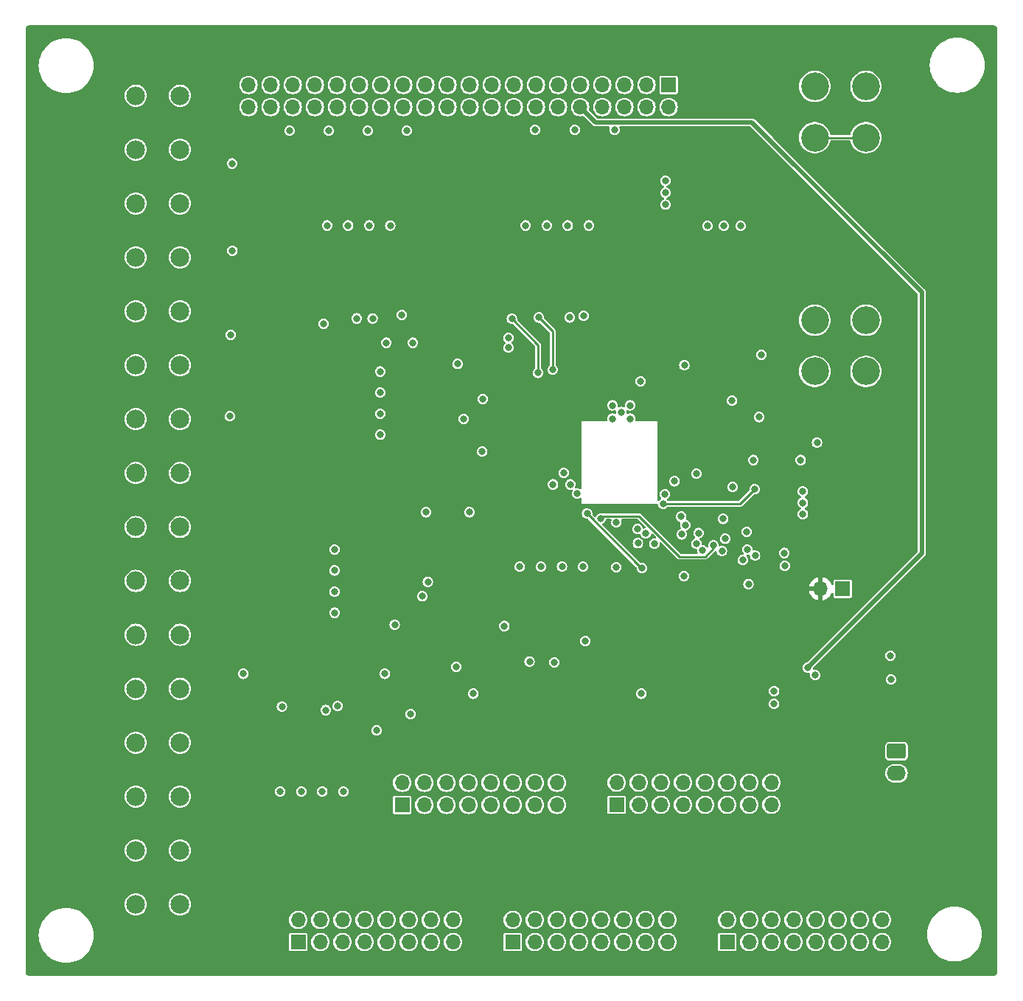
<source format=gbr>
%TF.GenerationSoftware,KiCad,Pcbnew,7.0.10*%
%TF.CreationDate,2024-04-30T00:05:14-07:00*%
%TF.ProjectId,control,636f6e74-726f-46c2-9e6b-696361645f70,A*%
%TF.SameCoordinates,Original*%
%TF.FileFunction,Copper,L3,Inr*%
%TF.FilePolarity,Positive*%
%FSLAX46Y46*%
G04 Gerber Fmt 4.6, Leading zero omitted, Abs format (unit mm)*
G04 Created by KiCad (PCBNEW 7.0.10) date 2024-04-30 00:05:14*
%MOMM*%
%LPD*%
G01*
G04 APERTURE LIST*
G04 Aperture macros list*
%AMRoundRect*
0 Rectangle with rounded corners*
0 $1 Rounding radius*
0 $2 $3 $4 $5 $6 $7 $8 $9 X,Y pos of 4 corners*
0 Add a 4 corners polygon primitive as box body*
4,1,4,$2,$3,$4,$5,$6,$7,$8,$9,$2,$3,0*
0 Add four circle primitives for the rounded corners*
1,1,$1+$1,$2,$3*
1,1,$1+$1,$4,$5*
1,1,$1+$1,$6,$7*
1,1,$1+$1,$8,$9*
0 Add four rect primitives between the rounded corners*
20,1,$1+$1,$2,$3,$4,$5,0*
20,1,$1+$1,$4,$5,$6,$7,0*
20,1,$1+$1,$6,$7,$8,$9,0*
20,1,$1+$1,$8,$9,$2,$3,0*%
G04 Aperture macros list end*
%TA.AperFunction,ComponentPad*%
%ADD10C,2.145000*%
%TD*%
%TA.AperFunction,ComponentPad*%
%ADD11R,1.700000X1.700000*%
%TD*%
%TA.AperFunction,ComponentPad*%
%ADD12O,1.700000X1.700000*%
%TD*%
%TA.AperFunction,ComponentPad*%
%ADD13C,3.200000*%
%TD*%
%TA.AperFunction,ComponentPad*%
%ADD14RoundRect,0.250000X-0.845000X0.620000X-0.845000X-0.620000X0.845000X-0.620000X0.845000X0.620000X0*%
%TD*%
%TA.AperFunction,ComponentPad*%
%ADD15O,2.190000X1.740000*%
%TD*%
%TA.AperFunction,ViaPad*%
%ADD16C,0.800000*%
%TD*%
%TA.AperFunction,Conductor*%
%ADD17C,0.250000*%
%TD*%
%TA.AperFunction,Conductor*%
%ADD18C,0.500000*%
%TD*%
G04 APERTURE END LIST*
D10*
%TO.N,Net-(J27-P1-Pad1)*%
%TO.C,J27*%
X83693000Y-94002800D03*
X88773000Y-94002800D03*
%TD*%
%TO.N,Net-(J26-P1-Pad1)*%
%TO.C,J26*%
X83693000Y-87814400D03*
X88773000Y-87814400D03*
%TD*%
%TO.N,Net-(J25-P1-Pad1)*%
%TO.C,J25*%
X83693000Y-81626000D03*
X88773000Y-81626000D03*
%TD*%
%TO.N,Net-(J24-P1-Pad1)*%
%TO.C,J24*%
X83693000Y-75437600D03*
X88773000Y-75437600D03*
%TD*%
%TO.N,Net-(J23-P1-Pad1)*%
%TO.C,J23*%
X83693000Y-69249200D03*
X88773000Y-69249200D03*
%TD*%
%TO.N,Net-(J22-P1-Pad1)*%
%TO.C,J22*%
X83693000Y-63060800D03*
X88773000Y-63060800D03*
%TD*%
%TO.N,Net-(J21-P1-Pad1)*%
%TO.C,J21*%
X83693000Y-56872400D03*
X88773000Y-56872400D03*
%TD*%
%TO.N,Net-(J20-P1-Pad1)*%
%TO.C,J20*%
X83693000Y-50684000D03*
X88773000Y-50684000D03*
%TD*%
%TO.N,Net-(J19-P1-Pad1)*%
%TO.C,J19*%
X83693000Y-143510000D03*
X88773000Y-143510000D03*
%TD*%
%TO.N,Net-(J18-P1-Pad1)*%
%TO.C,J18*%
X83693000Y-137321600D03*
X88773000Y-137321600D03*
%TD*%
%TO.N,Net-(J17-P1-Pad1)*%
%TO.C,J17*%
X83693000Y-131133200D03*
X88773000Y-131133200D03*
%TD*%
%TO.N,Net-(J16-P1-Pad1)*%
%TO.C,J16*%
X83693000Y-124944800D03*
X88773000Y-124944800D03*
%TD*%
%TO.N,Net-(J15-P1-Pad1)*%
%TO.C,J15*%
X83693000Y-118756400D03*
X88773000Y-118756400D03*
%TD*%
%TO.N,Net-(J14-P1-Pad1)*%
%TO.C,J14*%
X83693000Y-112568000D03*
X88773000Y-112568000D03*
%TD*%
%TO.N,Net-(J13-P1-Pad1)*%
%TO.C,J13*%
X83693000Y-106379600D03*
X88773000Y-106379600D03*
%TD*%
%TO.N,Net-(J12-P1-Pad1)*%
%TO.C,J12*%
X83693000Y-100191200D03*
X88773000Y-100191200D03*
%TD*%
D11*
%TO.N,Net-(J11-VTref)*%
%TO.C,JP1*%
X164901800Y-107289600D03*
D12*
%TO.N,+3.3V*%
X162361800Y-107289600D03*
%TD*%
D13*
%TO.N,GNDREF*%
%TO.C,J2*%
X167566400Y-76466600D03*
X161696400Y-76466600D03*
X167566400Y-82336600D03*
X161696400Y-82336600D03*
%TD*%
D14*
%TO.N,/RS485_B*%
%TO.C,J28*%
X171074400Y-125933200D03*
D15*
%TO.N,/RS485_A*%
X171074400Y-128473200D03*
%TD*%
D13*
%TO.N,Net-(D2-A)*%
%TO.C,J1*%
X167566400Y-49631600D03*
X161696400Y-49631600D03*
X167566400Y-55501600D03*
X161696400Y-55501600D03*
%TD*%
D11*
%TO.N,unconnected-(J5-Pin_1-Pad1)*%
%TO.C,J5*%
X151638000Y-147828000D03*
D12*
%TO.N,unconnected-(J5-Pin_2-Pad2)*%
X151638000Y-145288000D03*
%TO.N,unconnected-(J5-Pin_3-Pad3)*%
X154178000Y-147828000D03*
%TO.N,unconnected-(J5-Pin_4-Pad4)*%
X154178000Y-145288000D03*
%TO.N,unconnected-(J5-Pin_5-Pad5)*%
X156718000Y-147828000D03*
%TO.N,COMP_1_LGT_EN*%
X156718000Y-145288000D03*
%TO.N,unconnected-(J5-Pin_7-Pad7)*%
X159258000Y-147828000D03*
%TO.N,COMP_2_LGT_EN*%
X159258000Y-145288000D03*
%TO.N,unconnected-(J5-Pin_9-Pad9)*%
X161798000Y-147828000D03*
%TO.N,COMP_3_LGT_EN*%
X161798000Y-145288000D03*
%TO.N,unconnected-(J5-Pin_11-Pad11)*%
X164338000Y-147828000D03*
%TO.N,COMP_4_LGT_EN*%
X164338000Y-145288000D03*
%TO.N,unconnected-(J5-Pin_13-Pad13)*%
X166878000Y-147828000D03*
%TO.N,COMP_5_LGT_EN*%
X166878000Y-145288000D03*
%TO.N,unconnected-(J5-Pin_15-Pad15)*%
X169418000Y-147828000D03*
%TO.N,unconnected-(J5-Pin_16-Pad16)*%
X169418000Y-145288000D03*
%TD*%
D11*
%TO.N,unconnected-(J4-Pin_1-Pad1)*%
%TO.C,J4*%
X127000000Y-147828000D03*
D12*
%TO.N,unconnected-(J4-Pin_2-Pad2)*%
X127000000Y-145288000D03*
%TO.N,unconnected-(J4-Pin_3-Pad3)*%
X129540000Y-147828000D03*
%TO.N,unconnected-(J4-Pin_4-Pad4)*%
X129540000Y-145288000D03*
%TO.N,unconnected-(J4-Pin_5-Pad5)*%
X132080000Y-147828000D03*
%TO.N,MARKER_LGT_EN*%
X132080000Y-145288000D03*
%TO.N,unconnected-(J4-Pin_7-Pad7)*%
X134620000Y-147828000D03*
%TO.N,BACKUP_CHIME_EN*%
X134620000Y-145288000D03*
%TO.N,unconnected-(J4-Pin_9-Pad9)*%
X137160000Y-147828000D03*
%TO.N,FOG_LGT_EN*%
X137160000Y-145288000D03*
%TO.N,unconnected-(J4-Pin_11-Pad11)*%
X139700000Y-147828000D03*
%TO.N,FOG_LGT_EN*%
X139700000Y-145288000D03*
%TO.N,unconnected-(J4-Pin_13-Pad13)*%
X142240000Y-147828000D03*
%TO.N,ISECT_D_EN*%
X142240000Y-145288000D03*
%TO.N,unconnected-(J4-Pin_15-Pad15)*%
X144780000Y-147828000D03*
%TO.N,ISECT_P_EN*%
X144780000Y-145288000D03*
%TD*%
D11*
%TO.N,+12V*%
%TO.C,J10*%
X144900000Y-49460000D03*
D12*
X144900000Y-52000000D03*
X142360000Y-49460000D03*
X142360000Y-52000000D03*
%TO.N,GNDREF*%
X139820000Y-49460000D03*
X139820000Y-52000000D03*
X137280000Y-49460000D03*
X137280000Y-52000000D03*
%TO.N,/RS485_B*%
X134740000Y-49460000D03*
%TO.N,/RS485_A*%
X134740000Y-52000000D03*
%TO.N,CAB_SIGNAL_1*%
X132200000Y-49460000D03*
%TO.N,CAB_SIGNAL_5*%
X132200000Y-52000000D03*
%TO.N,CAB_SIGNAL_1*%
X129660000Y-49460000D03*
%TO.N,CAB_SIGNAL_5*%
X129660000Y-52000000D03*
%TO.N,CAB_SIGNAL_2*%
X127120000Y-49460000D03*
%TO.N,CAB_SIGNAL_6*%
X127120000Y-52000000D03*
%TO.N,CAB_SIGNAL_2*%
X124580000Y-49460000D03*
%TO.N,CAB_SIGNAL_6*%
X124580000Y-52000000D03*
%TO.N,CAB_SIGNAL_3*%
X122040000Y-49460000D03*
%TO.N,CAB_SIGNAL_7*%
X122040000Y-52000000D03*
%TO.N,CAB_SIGNAL_3*%
X119500000Y-49460000D03*
%TO.N,CAB_SIGNAL_7*%
X119500000Y-52000000D03*
%TO.N,CAB_SIGNAL_4*%
X116960000Y-49460000D03*
%TO.N,CAB_SIGNAL_8*%
X116960000Y-52000000D03*
%TO.N,CAB_SIGNAL_4*%
X114420000Y-49460000D03*
%TO.N,CAB_SIGNAL_8*%
X114420000Y-52000000D03*
%TO.N,unconnected-(J10-Pin_27-Pad27)*%
X111880000Y-49460000D03*
%TO.N,unconnected-(J10-Pin_28-Pad28)*%
X111880000Y-52000000D03*
%TO.N,unconnected-(J10-Pin_29-Pad29)*%
X109340000Y-49460000D03*
%TO.N,unconnected-(J10-Pin_30-Pad30)*%
X109340000Y-52000000D03*
%TO.N,unconnected-(J10-Pin_31-Pad31)*%
X106800000Y-49460000D03*
%TO.N,unconnected-(J10-Pin_32-Pad32)*%
X106800000Y-52000000D03*
%TO.N,GNDREF*%
X104260000Y-49460000D03*
X104260000Y-52000000D03*
X101720000Y-49460000D03*
X101720000Y-52000000D03*
%TO.N,+12V*%
X99180000Y-49460000D03*
X99180000Y-52000000D03*
X96640000Y-49460000D03*
X96640000Y-52000000D03*
%TD*%
D11*
%TO.N,unconnected-(J3-Pin_1-Pad1)*%
%TO.C,J3*%
X102362000Y-147828000D03*
D12*
%TO.N,unconnected-(J3-Pin_2-Pad2)*%
X102362000Y-145288000D03*
%TO.N,unconnected-(J3-Pin_3-Pad3)*%
X104902000Y-147828000D03*
%TO.N,unconnected-(J3-Pin_4-Pad4)*%
X104902000Y-145288000D03*
%TO.N,unconnected-(J3-Pin_5-Pad5)*%
X107442000Y-147828000D03*
%TO.N,FLOOD_D_EN*%
X107442000Y-145288000D03*
%TO.N,unconnected-(J3-Pin_7-Pad7)*%
X109982000Y-147828000D03*
%TO.N,FLOOD_D_EN*%
X109982000Y-145288000D03*
%TO.N,unconnected-(J3-Pin_9-Pad9)*%
X112522000Y-147828000D03*
%TO.N,FLOOD_R_EN*%
X112522000Y-145288000D03*
%TO.N,unconnected-(J3-Pin_11-Pad11)*%
X115062000Y-147828000D03*
%TO.N,FLOOD_R_EN*%
X115062000Y-145288000D03*
%TO.N,unconnected-(J3-Pin_13-Pad13)*%
X117602000Y-147828000D03*
%TO.N,FLOOD_P_EN*%
X117602000Y-145288000D03*
%TO.N,unconnected-(J3-Pin_15-Pad15)*%
X120142000Y-147828000D03*
%TO.N,FLOOD_P_EN*%
X120142000Y-145288000D03*
%TD*%
D11*
%TO.N,unconnected-(J7-Pin_1-Pad1)*%
%TO.C,J7*%
X138938000Y-132080000D03*
D12*
%TO.N,unconnected-(J7-Pin_2-Pad2)*%
X138938000Y-129540000D03*
%TO.N,unconnected-(J7-Pin_3-Pad3)*%
X141478000Y-132080000D03*
%TO.N,unconnected-(J7-Pin_4-Pad4)*%
X141478000Y-129540000D03*
%TO.N,unconnected-(J7-Pin_5-Pad5)*%
X144018000Y-132080000D03*
%TO.N,AUX_4_EN*%
X144018000Y-129540000D03*
%TO.N,unconnected-(J7-Pin_7-Pad7)*%
X146558000Y-132080000D03*
%TO.N,AUX_5_EN*%
X146558000Y-129540000D03*
%TO.N,unconnected-(J7-Pin_9-Pad9)*%
X149098000Y-132080000D03*
%TO.N,unconnected-(J7-Pin_10-Pad10)*%
X149098000Y-129540000D03*
%TO.N,unconnected-(J7-Pin_11-Pad11)*%
X151638000Y-132080000D03*
%TO.N,unconnected-(J7-Pin_12-Pad12)*%
X151638000Y-129540000D03*
%TO.N,unconnected-(J7-Pin_13-Pad13)*%
X154178000Y-132080000D03*
%TO.N,unconnected-(J7-Pin_14-Pad14)*%
X154178000Y-129540000D03*
%TO.N,unconnected-(J7-Pin_15-Pad15)*%
X156718000Y-132080000D03*
%TO.N,unconnected-(J7-Pin_16-Pad16)*%
X156718000Y-129540000D03*
%TD*%
D11*
%TO.N,unconnected-(J6-Pin_1-Pad1)*%
%TO.C,J6*%
X114300000Y-132096000D03*
D12*
%TO.N,unconnected-(J6-Pin_2-Pad2)*%
X114300000Y-129556000D03*
%TO.N,unconnected-(J6-Pin_3-Pad3)*%
X116840000Y-132096000D03*
%TO.N,unconnected-(J6-Pin_4-Pad4)*%
X116840000Y-129556000D03*
%TO.N,unconnected-(J6-Pin_5-Pad5)*%
X119380000Y-132096000D03*
%TO.N,AUX_1_EN*%
X119380000Y-129556000D03*
%TO.N,unconnected-(J6-Pin_7-Pad7)*%
X121920000Y-132096000D03*
%TO.N,AUX_2_EN*%
X121920000Y-129556000D03*
%TO.N,unconnected-(J6-Pin_9-Pad9)*%
X124460000Y-132096000D03*
%TO.N,AUX_3_EN*%
X124460000Y-129556000D03*
%TO.N,unconnected-(J6-Pin_11-Pad11)*%
X127000000Y-132096000D03*
%TO.N,unconnected-(J6-Pin_12-Pad12)*%
X127000000Y-129556000D03*
%TO.N,unconnected-(J6-Pin_13-Pad13)*%
X129540000Y-132096000D03*
%TO.N,unconnected-(J6-Pin_14-Pad14)*%
X129540000Y-129556000D03*
%TO.N,unconnected-(J6-Pin_15-Pad15)*%
X132080000Y-132096000D03*
%TO.N,unconnected-(J6-Pin_16-Pad16)*%
X132080000Y-129556000D03*
%TD*%
D16*
%TO.N,CAB_1_SENSE*%
X115519200Y-79044800D03*
X112471200Y-79044800D03*
%TO.N,COMP_5_SENSE*%
X120650000Y-81483200D03*
X133604000Y-95300800D03*
%TO.N,CAB_1_SENSE*%
X132842000Y-93980000D03*
%TO.N,CAB_2_SENSE*%
X131622800Y-95300800D03*
X146659600Y-105816400D03*
%TO.N,CAB_1_SENSE*%
X148793200Y-102870000D03*
%TO.N,COMP_5_SENSE*%
X148082000Y-102108000D03*
%TO.N,/RS485_B*%
X161747200Y-117195600D03*
%TO.N,/RS485_A*%
X160883600Y-116332000D03*
%TO.N,AUX_3_SENSE*%
X154787600Y-95859600D03*
X144272000Y-97536000D03*
%TO.N,CAB_3_SENSE*%
X141833600Y-104902000D03*
X135534400Y-98653600D03*
%TO.N,CAB_4_SENSE*%
X155295600Y-87579200D03*
X155549600Y-80416400D03*
X158242000Y-104648000D03*
%TO.N,SIDE_DOOR_SENSE*%
X158191200Y-103174800D03*
X146710400Y-81635600D03*
X141681200Y-83464400D03*
%TO.N,PARK_BRAKE_SENSE*%
X150063200Y-102311200D03*
%TO.N,MARKER_LIGHT_SENSE*%
X151028400Y-102971600D03*
%TO.N,SIDE_DOOR_SENSE*%
X121361200Y-87782400D03*
%TO.N,AUX_3_SENSE*%
X123494800Y-91541600D03*
%TO.N,CAB_8_SENSE*%
X129895600Y-82499200D03*
X151384000Y-101549200D03*
%TO.N,CAB_7_SENSE*%
X131572000Y-82143600D03*
X153873200Y-100736400D03*
%TO.N,CAB_5_SENSE*%
X154838400Y-103479600D03*
X135128000Y-75946000D03*
%TO.N,CAB_7_SENSE*%
X129997200Y-76149200D03*
%TO.N,CAB_8_SENSE*%
X126898400Y-76301600D03*
%TO.N,CAB_4_SENSE*%
X114249200Y-75844400D03*
%TO.N,CAB_3_SENSE*%
X110896400Y-76250800D03*
%TO.N,CAB_2_SENSE*%
X109067600Y-76250800D03*
%TO.N,CAB_1_SENSE*%
X105257600Y-76860400D03*
%TO.N,STOP_LIGHT_SENSE*%
X153416000Y-103987600D03*
%TO.N,REVERSE_LIGHT_SENSE*%
X153924000Y-102768400D03*
%TO.N,/MCU/#RESET*%
X160070800Y-92506800D03*
X161950400Y-90525600D03*
%TO.N,CAB_6_SENSE*%
X133553200Y-76149200D03*
X152247600Y-95605600D03*
%TO.N,GNDREF*%
X151180800Y-99263200D03*
%TO.N,+3.3V*%
X149758400Y-99212400D03*
%TO.N,REAR_DOOR_SENSE*%
X123545600Y-85496400D03*
X148082000Y-94081600D03*
%TO.N,+3.3V*%
X157734000Y-98704400D03*
%TO.N,GNDREF*%
X148336000Y-100888800D03*
%TO.N,PARK_BRAKE_SENSE*%
X137109200Y-99212400D03*
X117043200Y-98501200D03*
%TO.N,MARKER_LIGHT_SENSE*%
X117246400Y-106476800D03*
%TO.N,STOP_LIGHT_SENSE*%
X113436400Y-111404400D03*
%TO.N,REVERSE_LIGHT_SENSE*%
X116586000Y-108153200D03*
%TO.N,GNDREF*%
X134416800Y-96367600D03*
X144475200Y-96418400D03*
X160324800Y-98704400D03*
X160324800Y-97409000D03*
X160324800Y-96113600D03*
X154076400Y-106730800D03*
%TO.N,+3.3V*%
X152603200Y-105867200D03*
%TO.N,COMP_2_SENSE*%
X131775200Y-115722400D03*
%TO.N,COMP_3_SENSE*%
X128930400Y-115620800D03*
%TO.N,COMP_4_SENSE*%
X126034800Y-111556800D03*
%TO.N,COMP_2_SENSE*%
X146405600Y-101041200D03*
%TO.N,COMP_3_SENSE*%
X146812000Y-99974400D03*
%TO.N,COMP_4_SENSE*%
X146354800Y-99009200D03*
%TO.N,COMP_1_SENSE*%
X145592800Y-94945200D03*
X138887200Y-104800400D03*
X138887200Y-99669600D03*
X135331200Y-113284000D03*
%TO.N,GNDREF*%
X110506932Y-65582800D03*
X108085466Y-65582800D03*
X120497600Y-116230400D03*
X138430000Y-87757000D03*
X107543600Y-130556000D03*
X170434000Y-117703600D03*
X135077200Y-104749600D03*
X111760000Y-82346800D03*
X149352000Y-65633600D03*
X139446000Y-86995000D03*
X151257000Y-65633600D03*
X111760000Y-87189734D03*
X100279200Y-130556000D03*
X106527600Y-105189868D03*
X105664000Y-65582800D03*
X106527600Y-102768400D03*
X141782800Y-119329200D03*
X112928400Y-65582800D03*
X144526000Y-61823600D03*
X126492000Y-79603600D03*
X157022800Y-119024400D03*
X135737600Y-65582800D03*
X105122134Y-130556000D03*
X128473200Y-65582800D03*
X154635200Y-92506800D03*
X138430000Y-86233000D03*
X111760000Y-84768268D03*
X133316132Y-65582800D03*
X157022800Y-120497600D03*
X122021600Y-98501200D03*
X140462000Y-87757000D03*
X111760000Y-89611200D03*
X170383200Y-114960400D03*
X102700668Y-130556000D03*
X106527600Y-110032800D03*
X127812800Y-104749600D03*
X130234266Y-104749600D03*
X112318800Y-117043200D03*
X153162000Y-65633600D03*
X132655732Y-104749600D03*
X130894666Y-65582800D03*
X140462000Y-86233000D03*
X152196800Y-85699600D03*
X122478800Y-119329200D03*
X106527600Y-107611334D03*
X126492000Y-78486000D03*
X115265200Y-121666000D03*
X144526000Y-60452000D03*
X144526000Y-63195200D03*
X96062800Y-117043200D03*
%TO.N,+3.3V*%
X150266400Y-73964800D03*
X135737600Y-67970400D03*
X133316132Y-67970400D03*
X102700668Y-128168400D03*
X153466800Y-72420480D03*
X151841200Y-75498960D03*
X153466800Y-67818000D03*
X100279200Y-128168400D03*
X132655732Y-107137200D03*
X108085466Y-67970400D03*
X114147600Y-87189734D03*
X152196800Y-88849200D03*
X114147600Y-82346800D03*
X155143200Y-70896480D03*
X130894666Y-67970400D03*
X112928400Y-67970400D03*
X135077200Y-107137200D03*
X155143200Y-72430640D03*
X150266400Y-72430640D03*
X108915200Y-105189868D03*
X114147600Y-84768268D03*
X150266400Y-75498960D03*
X164388800Y-119024400D03*
X128473200Y-67970400D03*
X151841200Y-73964800D03*
X150266400Y-70896480D03*
X153466800Y-73954640D03*
X155143200Y-73964800D03*
X108915200Y-107611334D03*
X130234266Y-107137200D03*
X153466800Y-75488800D03*
X151841200Y-67828160D03*
X151841200Y-69362320D03*
X151841200Y-72430640D03*
X105664000Y-67970400D03*
X127812800Y-107137200D03*
X105122134Y-128168400D03*
X108915200Y-102768400D03*
X150266400Y-67828160D03*
X153466800Y-69352160D03*
X150266400Y-69362320D03*
X155143200Y-75498960D03*
X110506932Y-67970400D03*
X156870400Y-72420480D03*
X163423600Y-119024400D03*
X156870400Y-73954640D03*
X153466800Y-70886320D03*
X108915200Y-110032800D03*
X114147600Y-89611200D03*
X151841200Y-70896480D03*
X107543600Y-128168400D03*
%TO.N,+12V*%
X138684000Y-54610000D03*
X114808000Y-54711600D03*
X94589600Y-78130400D03*
X110337600Y-54711600D03*
X129540000Y-54610000D03*
X94792800Y-68478400D03*
X94488000Y-87477600D03*
X101346000Y-54711600D03*
X134112000Y-54610000D03*
X105867200Y-54711600D03*
X94742000Y-58470800D03*
%TO.N,HORN_SENSE*%
X105511600Y-121208800D03*
X142290800Y-100939600D03*
%TO.N,AUX_1_SENSE*%
X141376400Y-102057200D03*
X106883200Y-120751600D03*
%TO.N,AUX_2_SENSE*%
X143256000Y-102108000D03*
X111353600Y-123545600D03*
%TO.N,BATT_SW_SENSE*%
X100482400Y-120802400D03*
X141325600Y-100431600D03*
%TD*%
D17*
%TO.N,PARK_BRAKE_SENSE*%
X137109200Y-99212400D02*
X137377000Y-98944600D01*
X137377000Y-98944600D02*
X141515000Y-98944600D01*
X141515000Y-98944600D02*
X146165400Y-103595000D01*
X146165400Y-103595000D02*
X149093505Y-103595000D01*
X149093505Y-103595000D02*
X150063200Y-102625305D01*
X150063200Y-102625305D02*
X150063200Y-102311200D01*
D18*
%TO.N,/RS485_A*%
X160883600Y-116332000D02*
X173990000Y-103225600D01*
X154496400Y-53760000D02*
X136500000Y-53760000D01*
X173990000Y-103225600D02*
X173990000Y-73253600D01*
X173990000Y-73253600D02*
X154496400Y-53760000D01*
X136500000Y-53760000D02*
X134740000Y-52000000D01*
D17*
%TO.N,AUX_3_SENSE*%
X153111200Y-97536000D02*
X154787600Y-95859600D01*
X144272000Y-97536000D02*
X153111200Y-97536000D01*
%TO.N,CAB_3_SENSE*%
X141833600Y-104962105D02*
X141824295Y-104952800D01*
X141833600Y-104902000D02*
X141833600Y-104962105D01*
X141773495Y-104902000D02*
X141833600Y-104902000D01*
X141824295Y-104952800D02*
X141884400Y-104952800D01*
X135534400Y-98662905D02*
X141773495Y-104902000D01*
X135534400Y-98653600D02*
X135534400Y-98662905D01*
%TO.N,CAB_8_SENSE*%
X129895600Y-82499200D02*
X129895600Y-79298800D01*
X129895600Y-79298800D02*
X126898400Y-76301600D01*
%TO.N,CAB_7_SENSE*%
X131572000Y-82143600D02*
X131572000Y-77724000D01*
X131572000Y-77724000D02*
X129997200Y-76149200D01*
%TO.N,Net-(D2-A)*%
X161696400Y-55501600D02*
X167566400Y-55501600D01*
%TD*%
%TA.AperFunction,Conductor*%
%TO.N,+3.3V*%
G36*
X182184859Y-42571461D02*
G01*
X182290023Y-42585306D01*
X182321291Y-42593684D01*
X182411718Y-42631140D01*
X182439752Y-42647325D01*
X182517402Y-42706909D01*
X182540291Y-42729798D01*
X182599874Y-42807448D01*
X182616059Y-42835481D01*
X182653515Y-42925908D01*
X182661893Y-42957175D01*
X182675739Y-43062339D01*
X182676800Y-43078525D01*
X182676800Y-151231474D01*
X182675739Y-151247660D01*
X182661893Y-151352824D01*
X182653515Y-151384091D01*
X182616059Y-151474518D01*
X182599874Y-151502551D01*
X182540291Y-151580201D01*
X182517401Y-151603091D01*
X182439751Y-151662674D01*
X182411718Y-151678859D01*
X182321291Y-151716315D01*
X182290024Y-151724693D01*
X182196198Y-151737046D01*
X182184858Y-151738539D01*
X182168674Y-151739600D01*
X71526526Y-151739600D01*
X71510341Y-151738539D01*
X71497317Y-151736824D01*
X71405175Y-151724693D01*
X71373908Y-151716315D01*
X71283481Y-151678859D01*
X71255448Y-151662674D01*
X71177798Y-151603091D01*
X71154908Y-151580201D01*
X71095325Y-151502551D01*
X71079140Y-151474518D01*
X71041684Y-151384091D01*
X71033306Y-151352823D01*
X71019461Y-151247659D01*
X71018400Y-151231474D01*
X71018400Y-147066000D01*
X72536536Y-147066000D01*
X72556376Y-147419295D01*
X72556378Y-147419307D01*
X72615649Y-147768153D01*
X72615651Y-147768162D01*
X72713608Y-148108178D01*
X72849021Y-148435098D01*
X72849023Y-148435102D01*
X73020194Y-148744812D01*
X73020197Y-148744817D01*
X73224956Y-149033396D01*
X73224962Y-149033404D01*
X73460748Y-149297248D01*
X73460751Y-149297251D01*
X73724595Y-149533037D01*
X73724603Y-149533043D01*
X74013182Y-149737802D01*
X74013187Y-149737805D01*
X74013190Y-149737806D01*
X74013192Y-149737808D01*
X74047154Y-149756578D01*
X74322897Y-149908976D01*
X74322901Y-149908978D01*
X74429013Y-149952930D01*
X74649816Y-150044390D01*
X74989843Y-150142350D01*
X75338700Y-150201623D01*
X75603608Y-150216500D01*
X75603625Y-150216500D01*
X75780375Y-150216500D01*
X75780392Y-150216500D01*
X76045300Y-150201623D01*
X76394157Y-150142350D01*
X76734184Y-150044390D01*
X77061105Y-149908975D01*
X77370808Y-149737808D01*
X77370813Y-149737804D01*
X77370817Y-149737802D01*
X77461786Y-149673255D01*
X77659400Y-149533041D01*
X77923250Y-149297250D01*
X78159041Y-149033400D01*
X78322354Y-148803232D01*
X78363802Y-148744817D01*
X78363805Y-148744812D01*
X78363808Y-148744808D01*
X78389815Y-148697752D01*
X101311500Y-148697752D01*
X101323131Y-148756229D01*
X101323132Y-148756230D01*
X101367447Y-148822552D01*
X101433769Y-148866867D01*
X101433770Y-148866868D01*
X101492247Y-148878499D01*
X101492250Y-148878500D01*
X101492252Y-148878500D01*
X103231750Y-148878500D01*
X103231751Y-148878499D01*
X103246568Y-148875552D01*
X103290229Y-148866868D01*
X103290229Y-148866867D01*
X103290231Y-148866867D01*
X103356552Y-148822552D01*
X103400867Y-148756231D01*
X103400867Y-148756229D01*
X103400868Y-148756229D01*
X103412499Y-148697752D01*
X103412500Y-148697750D01*
X103412500Y-147828000D01*
X103846417Y-147828000D01*
X103866699Y-148033932D01*
X103866700Y-148033934D01*
X103926768Y-148231954D01*
X104024315Y-148414450D01*
X104024317Y-148414452D01*
X104155589Y-148574410D01*
X104252209Y-148653702D01*
X104315550Y-148705685D01*
X104498046Y-148803232D01*
X104696066Y-148863300D01*
X104696065Y-148863300D01*
X104714529Y-148865118D01*
X104902000Y-148883583D01*
X105107934Y-148863300D01*
X105305954Y-148803232D01*
X105488450Y-148705685D01*
X105648410Y-148574410D01*
X105779685Y-148414450D01*
X105877232Y-148231954D01*
X105937300Y-148033934D01*
X105957583Y-147828000D01*
X106386417Y-147828000D01*
X106406699Y-148033932D01*
X106406700Y-148033934D01*
X106466768Y-148231954D01*
X106564315Y-148414450D01*
X106564317Y-148414452D01*
X106695589Y-148574410D01*
X106792209Y-148653702D01*
X106855550Y-148705685D01*
X107038046Y-148803232D01*
X107236066Y-148863300D01*
X107236065Y-148863300D01*
X107254529Y-148865118D01*
X107442000Y-148883583D01*
X107647934Y-148863300D01*
X107845954Y-148803232D01*
X108028450Y-148705685D01*
X108188410Y-148574410D01*
X108319685Y-148414450D01*
X108417232Y-148231954D01*
X108477300Y-148033934D01*
X108497583Y-147828000D01*
X108926417Y-147828000D01*
X108946699Y-148033932D01*
X108946700Y-148033934D01*
X109006768Y-148231954D01*
X109104315Y-148414450D01*
X109104317Y-148414452D01*
X109235589Y-148574410D01*
X109332209Y-148653702D01*
X109395550Y-148705685D01*
X109578046Y-148803232D01*
X109776066Y-148863300D01*
X109776065Y-148863300D01*
X109794529Y-148865118D01*
X109982000Y-148883583D01*
X110187934Y-148863300D01*
X110385954Y-148803232D01*
X110568450Y-148705685D01*
X110728410Y-148574410D01*
X110859685Y-148414450D01*
X110957232Y-148231954D01*
X111017300Y-148033934D01*
X111037583Y-147828000D01*
X111466417Y-147828000D01*
X111486699Y-148033932D01*
X111486700Y-148033934D01*
X111546768Y-148231954D01*
X111644315Y-148414450D01*
X111644317Y-148414452D01*
X111775589Y-148574410D01*
X111872209Y-148653702D01*
X111935550Y-148705685D01*
X112118046Y-148803232D01*
X112316066Y-148863300D01*
X112316065Y-148863300D01*
X112334529Y-148865118D01*
X112522000Y-148883583D01*
X112727934Y-148863300D01*
X112925954Y-148803232D01*
X113108450Y-148705685D01*
X113268410Y-148574410D01*
X113399685Y-148414450D01*
X113497232Y-148231954D01*
X113557300Y-148033934D01*
X113577583Y-147828000D01*
X114006417Y-147828000D01*
X114026699Y-148033932D01*
X114026700Y-148033934D01*
X114086768Y-148231954D01*
X114184315Y-148414450D01*
X114184317Y-148414452D01*
X114315589Y-148574410D01*
X114412209Y-148653702D01*
X114475550Y-148705685D01*
X114658046Y-148803232D01*
X114856066Y-148863300D01*
X114856065Y-148863300D01*
X114874529Y-148865118D01*
X115062000Y-148883583D01*
X115267934Y-148863300D01*
X115465954Y-148803232D01*
X115648450Y-148705685D01*
X115808410Y-148574410D01*
X115939685Y-148414450D01*
X116037232Y-148231954D01*
X116097300Y-148033934D01*
X116117583Y-147828000D01*
X116546417Y-147828000D01*
X116566699Y-148033932D01*
X116566700Y-148033934D01*
X116626768Y-148231954D01*
X116724315Y-148414450D01*
X116724317Y-148414452D01*
X116855589Y-148574410D01*
X116952209Y-148653702D01*
X117015550Y-148705685D01*
X117198046Y-148803232D01*
X117396066Y-148863300D01*
X117396065Y-148863300D01*
X117414529Y-148865118D01*
X117602000Y-148883583D01*
X117807934Y-148863300D01*
X118005954Y-148803232D01*
X118188450Y-148705685D01*
X118348410Y-148574410D01*
X118479685Y-148414450D01*
X118577232Y-148231954D01*
X118637300Y-148033934D01*
X118657583Y-147828000D01*
X119086417Y-147828000D01*
X119106699Y-148033932D01*
X119106700Y-148033934D01*
X119166768Y-148231954D01*
X119264315Y-148414450D01*
X119264317Y-148414452D01*
X119395589Y-148574410D01*
X119492209Y-148653702D01*
X119555550Y-148705685D01*
X119738046Y-148803232D01*
X119936066Y-148863300D01*
X119936065Y-148863300D01*
X119954529Y-148865118D01*
X120142000Y-148883583D01*
X120347934Y-148863300D01*
X120545954Y-148803232D01*
X120728450Y-148705685D01*
X120738116Y-148697752D01*
X125949500Y-148697752D01*
X125961131Y-148756229D01*
X125961132Y-148756230D01*
X126005447Y-148822552D01*
X126071769Y-148866867D01*
X126071770Y-148866868D01*
X126130247Y-148878499D01*
X126130250Y-148878500D01*
X126130252Y-148878500D01*
X127869750Y-148878500D01*
X127869751Y-148878499D01*
X127884568Y-148875552D01*
X127928229Y-148866868D01*
X127928229Y-148866867D01*
X127928231Y-148866867D01*
X127994552Y-148822552D01*
X128038867Y-148756231D01*
X128038867Y-148756229D01*
X128038868Y-148756229D01*
X128050499Y-148697752D01*
X128050500Y-148697750D01*
X128050500Y-147828000D01*
X128484417Y-147828000D01*
X128504699Y-148033932D01*
X128504700Y-148033934D01*
X128564768Y-148231954D01*
X128662315Y-148414450D01*
X128662317Y-148414452D01*
X128793589Y-148574410D01*
X128890209Y-148653702D01*
X128953550Y-148705685D01*
X129136046Y-148803232D01*
X129334066Y-148863300D01*
X129334065Y-148863300D01*
X129352529Y-148865118D01*
X129540000Y-148883583D01*
X129745934Y-148863300D01*
X129943954Y-148803232D01*
X130126450Y-148705685D01*
X130286410Y-148574410D01*
X130417685Y-148414450D01*
X130515232Y-148231954D01*
X130575300Y-148033934D01*
X130595583Y-147828000D01*
X131024417Y-147828000D01*
X131044699Y-148033932D01*
X131044700Y-148033934D01*
X131104768Y-148231954D01*
X131202315Y-148414450D01*
X131202317Y-148414452D01*
X131333589Y-148574410D01*
X131430209Y-148653702D01*
X131493550Y-148705685D01*
X131676046Y-148803232D01*
X131874066Y-148863300D01*
X131874065Y-148863300D01*
X131892529Y-148865118D01*
X132080000Y-148883583D01*
X132285934Y-148863300D01*
X132483954Y-148803232D01*
X132666450Y-148705685D01*
X132826410Y-148574410D01*
X132957685Y-148414450D01*
X133055232Y-148231954D01*
X133115300Y-148033934D01*
X133135583Y-147828000D01*
X133564417Y-147828000D01*
X133584699Y-148033932D01*
X133584700Y-148033934D01*
X133644768Y-148231954D01*
X133742315Y-148414450D01*
X133742317Y-148414452D01*
X133873589Y-148574410D01*
X133970209Y-148653702D01*
X134033550Y-148705685D01*
X134216046Y-148803232D01*
X134414066Y-148863300D01*
X134414065Y-148863300D01*
X134432529Y-148865118D01*
X134620000Y-148883583D01*
X134825934Y-148863300D01*
X135023954Y-148803232D01*
X135206450Y-148705685D01*
X135366410Y-148574410D01*
X135497685Y-148414450D01*
X135595232Y-148231954D01*
X135655300Y-148033934D01*
X135675583Y-147828000D01*
X136104417Y-147828000D01*
X136124699Y-148033932D01*
X136124700Y-148033934D01*
X136184768Y-148231954D01*
X136282315Y-148414450D01*
X136282317Y-148414452D01*
X136413589Y-148574410D01*
X136510209Y-148653702D01*
X136573550Y-148705685D01*
X136756046Y-148803232D01*
X136954066Y-148863300D01*
X136954065Y-148863300D01*
X136972529Y-148865118D01*
X137160000Y-148883583D01*
X137365934Y-148863300D01*
X137563954Y-148803232D01*
X137746450Y-148705685D01*
X137906410Y-148574410D01*
X138037685Y-148414450D01*
X138135232Y-148231954D01*
X138195300Y-148033934D01*
X138215583Y-147828000D01*
X138644417Y-147828000D01*
X138664699Y-148033932D01*
X138664700Y-148033934D01*
X138724768Y-148231954D01*
X138822315Y-148414450D01*
X138822317Y-148414452D01*
X138953589Y-148574410D01*
X139050209Y-148653702D01*
X139113550Y-148705685D01*
X139296046Y-148803232D01*
X139494066Y-148863300D01*
X139494065Y-148863300D01*
X139512529Y-148865118D01*
X139700000Y-148883583D01*
X139905934Y-148863300D01*
X140103954Y-148803232D01*
X140286450Y-148705685D01*
X140446410Y-148574410D01*
X140577685Y-148414450D01*
X140675232Y-148231954D01*
X140735300Y-148033934D01*
X140755583Y-147828000D01*
X141184417Y-147828000D01*
X141204699Y-148033932D01*
X141204700Y-148033934D01*
X141264768Y-148231954D01*
X141362315Y-148414450D01*
X141362317Y-148414452D01*
X141493589Y-148574410D01*
X141590209Y-148653702D01*
X141653550Y-148705685D01*
X141836046Y-148803232D01*
X142034066Y-148863300D01*
X142034065Y-148863300D01*
X142052529Y-148865118D01*
X142240000Y-148883583D01*
X142445934Y-148863300D01*
X142643954Y-148803232D01*
X142826450Y-148705685D01*
X142986410Y-148574410D01*
X143117685Y-148414450D01*
X143215232Y-148231954D01*
X143275300Y-148033934D01*
X143295583Y-147828000D01*
X143724417Y-147828000D01*
X143744699Y-148033932D01*
X143744700Y-148033934D01*
X143804768Y-148231954D01*
X143902315Y-148414450D01*
X143902317Y-148414452D01*
X144033589Y-148574410D01*
X144130209Y-148653702D01*
X144193550Y-148705685D01*
X144376046Y-148803232D01*
X144574066Y-148863300D01*
X144574065Y-148863300D01*
X144592529Y-148865118D01*
X144780000Y-148883583D01*
X144985934Y-148863300D01*
X145183954Y-148803232D01*
X145366450Y-148705685D01*
X145376116Y-148697752D01*
X150587500Y-148697752D01*
X150599131Y-148756229D01*
X150599132Y-148756230D01*
X150643447Y-148822552D01*
X150709769Y-148866867D01*
X150709770Y-148866868D01*
X150768247Y-148878499D01*
X150768250Y-148878500D01*
X150768252Y-148878500D01*
X152507750Y-148878500D01*
X152507751Y-148878499D01*
X152522568Y-148875552D01*
X152566229Y-148866868D01*
X152566229Y-148866867D01*
X152566231Y-148866867D01*
X152632552Y-148822552D01*
X152676867Y-148756231D01*
X152676867Y-148756229D01*
X152676868Y-148756229D01*
X152688499Y-148697752D01*
X152688500Y-148697750D01*
X152688500Y-147828000D01*
X153122417Y-147828000D01*
X153142699Y-148033932D01*
X153142700Y-148033934D01*
X153202768Y-148231954D01*
X153300315Y-148414450D01*
X153300317Y-148414452D01*
X153431589Y-148574410D01*
X153528209Y-148653702D01*
X153591550Y-148705685D01*
X153774046Y-148803232D01*
X153972066Y-148863300D01*
X153972065Y-148863300D01*
X153990529Y-148865118D01*
X154178000Y-148883583D01*
X154383934Y-148863300D01*
X154581954Y-148803232D01*
X154764450Y-148705685D01*
X154924410Y-148574410D01*
X155055685Y-148414450D01*
X155153232Y-148231954D01*
X155213300Y-148033934D01*
X155233583Y-147828000D01*
X155662417Y-147828000D01*
X155682699Y-148033932D01*
X155682700Y-148033934D01*
X155742768Y-148231954D01*
X155840315Y-148414450D01*
X155840317Y-148414452D01*
X155971589Y-148574410D01*
X156068209Y-148653702D01*
X156131550Y-148705685D01*
X156314046Y-148803232D01*
X156512066Y-148863300D01*
X156512065Y-148863300D01*
X156530529Y-148865118D01*
X156718000Y-148883583D01*
X156923934Y-148863300D01*
X157121954Y-148803232D01*
X157304450Y-148705685D01*
X157464410Y-148574410D01*
X157595685Y-148414450D01*
X157693232Y-148231954D01*
X157753300Y-148033934D01*
X157773583Y-147828000D01*
X158202417Y-147828000D01*
X158222699Y-148033932D01*
X158222700Y-148033934D01*
X158282768Y-148231954D01*
X158380315Y-148414450D01*
X158380317Y-148414452D01*
X158511589Y-148574410D01*
X158608209Y-148653702D01*
X158671550Y-148705685D01*
X158854046Y-148803232D01*
X159052066Y-148863300D01*
X159052065Y-148863300D01*
X159070529Y-148865118D01*
X159258000Y-148883583D01*
X159463934Y-148863300D01*
X159661954Y-148803232D01*
X159844450Y-148705685D01*
X160004410Y-148574410D01*
X160135685Y-148414450D01*
X160233232Y-148231954D01*
X160293300Y-148033934D01*
X160313583Y-147828000D01*
X160742417Y-147828000D01*
X160762699Y-148033932D01*
X160762700Y-148033934D01*
X160822768Y-148231954D01*
X160920315Y-148414450D01*
X160920317Y-148414452D01*
X161051589Y-148574410D01*
X161148209Y-148653702D01*
X161211550Y-148705685D01*
X161394046Y-148803232D01*
X161592066Y-148863300D01*
X161592065Y-148863300D01*
X161610529Y-148865118D01*
X161798000Y-148883583D01*
X162003934Y-148863300D01*
X162201954Y-148803232D01*
X162384450Y-148705685D01*
X162544410Y-148574410D01*
X162675685Y-148414450D01*
X162773232Y-148231954D01*
X162833300Y-148033934D01*
X162853583Y-147828000D01*
X163282417Y-147828000D01*
X163302699Y-148033932D01*
X163302700Y-148033934D01*
X163362768Y-148231954D01*
X163460315Y-148414450D01*
X163460317Y-148414452D01*
X163591589Y-148574410D01*
X163688209Y-148653702D01*
X163751550Y-148705685D01*
X163934046Y-148803232D01*
X164132066Y-148863300D01*
X164132065Y-148863300D01*
X164150529Y-148865118D01*
X164338000Y-148883583D01*
X164543934Y-148863300D01*
X164741954Y-148803232D01*
X164924450Y-148705685D01*
X165084410Y-148574410D01*
X165215685Y-148414450D01*
X165313232Y-148231954D01*
X165373300Y-148033934D01*
X165393583Y-147828000D01*
X165822417Y-147828000D01*
X165842699Y-148033932D01*
X165842700Y-148033934D01*
X165902768Y-148231954D01*
X166000315Y-148414450D01*
X166000317Y-148414452D01*
X166131589Y-148574410D01*
X166228209Y-148653702D01*
X166291550Y-148705685D01*
X166474046Y-148803232D01*
X166672066Y-148863300D01*
X166672065Y-148863300D01*
X166690529Y-148865118D01*
X166878000Y-148883583D01*
X167083934Y-148863300D01*
X167281954Y-148803232D01*
X167464450Y-148705685D01*
X167624410Y-148574410D01*
X167755685Y-148414450D01*
X167853232Y-148231954D01*
X167913300Y-148033934D01*
X167933583Y-147828000D01*
X168362417Y-147828000D01*
X168382699Y-148033932D01*
X168382700Y-148033934D01*
X168442768Y-148231954D01*
X168540315Y-148414450D01*
X168540317Y-148414452D01*
X168671589Y-148574410D01*
X168768209Y-148653702D01*
X168831550Y-148705685D01*
X169014046Y-148803232D01*
X169212066Y-148863300D01*
X169212065Y-148863300D01*
X169230529Y-148865118D01*
X169418000Y-148883583D01*
X169623934Y-148863300D01*
X169821954Y-148803232D01*
X170004450Y-148705685D01*
X170164410Y-148574410D01*
X170295685Y-148414450D01*
X170393232Y-148231954D01*
X170453300Y-148033934D01*
X170473583Y-147828000D01*
X170453300Y-147622066D01*
X170393232Y-147424046D01*
X170295685Y-147241550D01*
X170243702Y-147178209D01*
X170164410Y-147081589D01*
X170014121Y-146958252D01*
X170004450Y-146950315D01*
X169935762Y-146913600D01*
X174593736Y-146913600D01*
X174613576Y-147266895D01*
X174613578Y-147266907D01*
X174672849Y-147615753D01*
X174672851Y-147615762D01*
X174770808Y-147955778D01*
X174906221Y-148282698D01*
X174906223Y-148282702D01*
X175077394Y-148592412D01*
X175077397Y-148592417D01*
X175282156Y-148880996D01*
X175282162Y-148881004D01*
X175517948Y-149144848D01*
X175517951Y-149144851D01*
X175781795Y-149380637D01*
X175781803Y-149380643D01*
X176070382Y-149585402D01*
X176070387Y-149585405D01*
X176380097Y-149756576D01*
X176380101Y-149756578D01*
X176486213Y-149800530D01*
X176707016Y-149891990D01*
X177047043Y-149989950D01*
X177395900Y-150049223D01*
X177660808Y-150064100D01*
X177660825Y-150064100D01*
X177837575Y-150064100D01*
X177837592Y-150064100D01*
X178102500Y-150049223D01*
X178451357Y-149989950D01*
X178791384Y-149891990D01*
X179118305Y-149756575D01*
X179428008Y-149585408D01*
X179428013Y-149585404D01*
X179428017Y-149585402D01*
X179518986Y-149520855D01*
X179716600Y-149380641D01*
X179980450Y-149144850D01*
X180216241Y-148881000D01*
X180421008Y-148592408D01*
X180592175Y-148282705D01*
X180727590Y-147955784D01*
X180825550Y-147615757D01*
X180884823Y-147266900D01*
X180904664Y-146913600D01*
X180884823Y-146560300D01*
X180825550Y-146211443D01*
X180727590Y-145871416D01*
X180636130Y-145650613D01*
X180592178Y-145544501D01*
X180592176Y-145544497D01*
X180564230Y-145493932D01*
X180421008Y-145234792D01*
X180421006Y-145234790D01*
X180421005Y-145234787D01*
X180421002Y-145234782D01*
X180216243Y-144946203D01*
X180216237Y-144946195D01*
X179980451Y-144682351D01*
X179980448Y-144682348D01*
X179716604Y-144446562D01*
X179716596Y-144446556D01*
X179428017Y-144241797D01*
X179428012Y-144241794D01*
X179118302Y-144070623D01*
X179118298Y-144070621D01*
X178891421Y-143976646D01*
X178791384Y-143935210D01*
X178791380Y-143935208D01*
X178791378Y-143935208D01*
X178451362Y-143837251D01*
X178451353Y-143837249D01*
X178102507Y-143777978D01*
X178102495Y-143777976D01*
X177887866Y-143765923D01*
X177837592Y-143763100D01*
X177660808Y-143763100D01*
X177627291Y-143764982D01*
X177395904Y-143777976D01*
X177395892Y-143777978D01*
X177047046Y-143837249D01*
X177047037Y-143837251D01*
X176707021Y-143935208D01*
X176380101Y-144070621D01*
X176380097Y-144070623D01*
X176070387Y-144241794D01*
X176070382Y-144241797D01*
X175781803Y-144446556D01*
X175781795Y-144446562D01*
X175517951Y-144682348D01*
X175517948Y-144682351D01*
X175282162Y-144946195D01*
X175282156Y-144946203D01*
X175077397Y-145234782D01*
X175077394Y-145234787D01*
X174906223Y-145544497D01*
X174906221Y-145544501D01*
X174770808Y-145871421D01*
X174672851Y-146211437D01*
X174672849Y-146211446D01*
X174613578Y-146560292D01*
X174613576Y-146560304D01*
X174593736Y-146913600D01*
X169935762Y-146913600D01*
X169821954Y-146852768D01*
X169623934Y-146792700D01*
X169623932Y-146792699D01*
X169623934Y-146792699D01*
X169418000Y-146772417D01*
X169212067Y-146792699D01*
X169014043Y-146852769D01*
X168926114Y-146899769D01*
X168831550Y-146950315D01*
X168831548Y-146950316D01*
X168831547Y-146950317D01*
X168671589Y-147081589D01*
X168540317Y-147241547D01*
X168540315Y-147241550D01*
X168501643Y-147313898D01*
X168442769Y-147424043D01*
X168382699Y-147622067D01*
X168362417Y-147828000D01*
X167933583Y-147828000D01*
X167913300Y-147622066D01*
X167853232Y-147424046D01*
X167755685Y-147241550D01*
X167703702Y-147178209D01*
X167624410Y-147081589D01*
X167474121Y-146958252D01*
X167464450Y-146950315D01*
X167281954Y-146852768D01*
X167083934Y-146792700D01*
X167083932Y-146792699D01*
X167083934Y-146792699D01*
X166878000Y-146772417D01*
X166672067Y-146792699D01*
X166474043Y-146852769D01*
X166386114Y-146899769D01*
X166291550Y-146950315D01*
X166291548Y-146950316D01*
X166291547Y-146950317D01*
X166131589Y-147081589D01*
X166000317Y-147241547D01*
X166000315Y-147241550D01*
X165961643Y-147313898D01*
X165902769Y-147424043D01*
X165842699Y-147622067D01*
X165822417Y-147828000D01*
X165393583Y-147828000D01*
X165373300Y-147622066D01*
X165313232Y-147424046D01*
X165215685Y-147241550D01*
X165163702Y-147178209D01*
X165084410Y-147081589D01*
X164934121Y-146958252D01*
X164924450Y-146950315D01*
X164741954Y-146852768D01*
X164543934Y-146792700D01*
X164543932Y-146792699D01*
X164543934Y-146792699D01*
X164338000Y-146772417D01*
X164132067Y-146792699D01*
X163934043Y-146852769D01*
X163846114Y-146899769D01*
X163751550Y-146950315D01*
X163751548Y-146950316D01*
X163751547Y-146950317D01*
X163591589Y-147081589D01*
X163460317Y-147241547D01*
X163460315Y-147241550D01*
X163421643Y-147313898D01*
X163362769Y-147424043D01*
X163302699Y-147622067D01*
X163282417Y-147828000D01*
X162853583Y-147828000D01*
X162833300Y-147622066D01*
X162773232Y-147424046D01*
X162675685Y-147241550D01*
X162623702Y-147178209D01*
X162544410Y-147081589D01*
X162394121Y-146958252D01*
X162384450Y-146950315D01*
X162201954Y-146852768D01*
X162003934Y-146792700D01*
X162003932Y-146792699D01*
X162003934Y-146792699D01*
X161798000Y-146772417D01*
X161592067Y-146792699D01*
X161394043Y-146852769D01*
X161306114Y-146899769D01*
X161211550Y-146950315D01*
X161211548Y-146950316D01*
X161211547Y-146950317D01*
X161051589Y-147081589D01*
X160920317Y-147241547D01*
X160920315Y-147241550D01*
X160881643Y-147313898D01*
X160822769Y-147424043D01*
X160762699Y-147622067D01*
X160742417Y-147828000D01*
X160313583Y-147828000D01*
X160293300Y-147622066D01*
X160233232Y-147424046D01*
X160135685Y-147241550D01*
X160083702Y-147178209D01*
X160004410Y-147081589D01*
X159854121Y-146958252D01*
X159844450Y-146950315D01*
X159661954Y-146852768D01*
X159463934Y-146792700D01*
X159463932Y-146792699D01*
X159463934Y-146792699D01*
X159258000Y-146772417D01*
X159052067Y-146792699D01*
X158854043Y-146852769D01*
X158766114Y-146899769D01*
X158671550Y-146950315D01*
X158671548Y-146950316D01*
X158671547Y-146950317D01*
X158511589Y-147081589D01*
X158380317Y-147241547D01*
X158380315Y-147241550D01*
X158341643Y-147313898D01*
X158282769Y-147424043D01*
X158222699Y-147622067D01*
X158202417Y-147828000D01*
X157773583Y-147828000D01*
X157753300Y-147622066D01*
X157693232Y-147424046D01*
X157595685Y-147241550D01*
X157543702Y-147178209D01*
X157464410Y-147081589D01*
X157314121Y-146958252D01*
X157304450Y-146950315D01*
X157121954Y-146852768D01*
X156923934Y-146792700D01*
X156923932Y-146792699D01*
X156923934Y-146792699D01*
X156718000Y-146772417D01*
X156512067Y-146792699D01*
X156314043Y-146852769D01*
X156226114Y-146899769D01*
X156131550Y-146950315D01*
X156131548Y-146950316D01*
X156131547Y-146950317D01*
X155971589Y-147081589D01*
X155840317Y-147241547D01*
X155840315Y-147241550D01*
X155801643Y-147313898D01*
X155742769Y-147424043D01*
X155682699Y-147622067D01*
X155662417Y-147828000D01*
X155233583Y-147828000D01*
X155213300Y-147622066D01*
X155153232Y-147424046D01*
X155055685Y-147241550D01*
X155003702Y-147178209D01*
X154924410Y-147081589D01*
X154774121Y-146958252D01*
X154764450Y-146950315D01*
X154581954Y-146852768D01*
X154383934Y-146792700D01*
X154383932Y-146792699D01*
X154383934Y-146792699D01*
X154178000Y-146772417D01*
X153972067Y-146792699D01*
X153774043Y-146852769D01*
X153686114Y-146899769D01*
X153591550Y-146950315D01*
X153591548Y-146950316D01*
X153591547Y-146950317D01*
X153431589Y-147081589D01*
X153300317Y-147241547D01*
X153300315Y-147241550D01*
X153261643Y-147313898D01*
X153202769Y-147424043D01*
X153142699Y-147622067D01*
X153122417Y-147828000D01*
X152688500Y-147828000D01*
X152688500Y-146958249D01*
X152688499Y-146958247D01*
X152676868Y-146899770D01*
X152676867Y-146899769D01*
X152632552Y-146833447D01*
X152566230Y-146789132D01*
X152566229Y-146789131D01*
X152507752Y-146777500D01*
X152507748Y-146777500D01*
X150768252Y-146777500D01*
X150768247Y-146777500D01*
X150709770Y-146789131D01*
X150709769Y-146789132D01*
X150643447Y-146833447D01*
X150599132Y-146899769D01*
X150599131Y-146899770D01*
X150587500Y-146958247D01*
X150587500Y-148697752D01*
X145376116Y-148697752D01*
X145526410Y-148574410D01*
X145657685Y-148414450D01*
X145755232Y-148231954D01*
X145815300Y-148033934D01*
X145835583Y-147828000D01*
X145815300Y-147622066D01*
X145755232Y-147424046D01*
X145657685Y-147241550D01*
X145605702Y-147178209D01*
X145526410Y-147081589D01*
X145376121Y-146958252D01*
X145366450Y-146950315D01*
X145183954Y-146852768D01*
X144985934Y-146792700D01*
X144985932Y-146792699D01*
X144985934Y-146792699D01*
X144780000Y-146772417D01*
X144574067Y-146792699D01*
X144376043Y-146852769D01*
X144288114Y-146899769D01*
X144193550Y-146950315D01*
X144193548Y-146950316D01*
X144193547Y-146950317D01*
X144033589Y-147081589D01*
X143902317Y-147241547D01*
X143902315Y-147241550D01*
X143863643Y-147313898D01*
X143804769Y-147424043D01*
X143744699Y-147622067D01*
X143724417Y-147828000D01*
X143295583Y-147828000D01*
X143275300Y-147622066D01*
X143215232Y-147424046D01*
X143117685Y-147241550D01*
X143065702Y-147178209D01*
X142986410Y-147081589D01*
X142836121Y-146958252D01*
X142826450Y-146950315D01*
X142643954Y-146852768D01*
X142445934Y-146792700D01*
X142445932Y-146792699D01*
X142445934Y-146792699D01*
X142240000Y-146772417D01*
X142034067Y-146792699D01*
X141836043Y-146852769D01*
X141748114Y-146899769D01*
X141653550Y-146950315D01*
X141653548Y-146950316D01*
X141653547Y-146950317D01*
X141493589Y-147081589D01*
X141362317Y-147241547D01*
X141362315Y-147241550D01*
X141323643Y-147313898D01*
X141264769Y-147424043D01*
X141204699Y-147622067D01*
X141184417Y-147828000D01*
X140755583Y-147828000D01*
X140735300Y-147622066D01*
X140675232Y-147424046D01*
X140577685Y-147241550D01*
X140525702Y-147178209D01*
X140446410Y-147081589D01*
X140296121Y-146958252D01*
X140286450Y-146950315D01*
X140103954Y-146852768D01*
X139905934Y-146792700D01*
X139905932Y-146792699D01*
X139905934Y-146792699D01*
X139700000Y-146772417D01*
X139494067Y-146792699D01*
X139296043Y-146852769D01*
X139208114Y-146899769D01*
X139113550Y-146950315D01*
X139113548Y-146950316D01*
X139113547Y-146950317D01*
X138953589Y-147081589D01*
X138822317Y-147241547D01*
X138822315Y-147241550D01*
X138783643Y-147313898D01*
X138724769Y-147424043D01*
X138664699Y-147622067D01*
X138644417Y-147828000D01*
X138215583Y-147828000D01*
X138195300Y-147622066D01*
X138135232Y-147424046D01*
X138037685Y-147241550D01*
X137985702Y-147178209D01*
X137906410Y-147081589D01*
X137756121Y-146958252D01*
X137746450Y-146950315D01*
X137563954Y-146852768D01*
X137365934Y-146792700D01*
X137365932Y-146792699D01*
X137365934Y-146792699D01*
X137160000Y-146772417D01*
X136954067Y-146792699D01*
X136756043Y-146852769D01*
X136668114Y-146899769D01*
X136573550Y-146950315D01*
X136573548Y-146950316D01*
X136573547Y-146950317D01*
X136413589Y-147081589D01*
X136282317Y-147241547D01*
X136282315Y-147241550D01*
X136243643Y-147313898D01*
X136184769Y-147424043D01*
X136124699Y-147622067D01*
X136104417Y-147828000D01*
X135675583Y-147828000D01*
X135655300Y-147622066D01*
X135595232Y-147424046D01*
X135497685Y-147241550D01*
X135445702Y-147178209D01*
X135366410Y-147081589D01*
X135216121Y-146958252D01*
X135206450Y-146950315D01*
X135023954Y-146852768D01*
X134825934Y-146792700D01*
X134825932Y-146792699D01*
X134825934Y-146792699D01*
X134620000Y-146772417D01*
X134414067Y-146792699D01*
X134216043Y-146852769D01*
X134128114Y-146899769D01*
X134033550Y-146950315D01*
X134033548Y-146950316D01*
X134033547Y-146950317D01*
X133873589Y-147081589D01*
X133742317Y-147241547D01*
X133742315Y-147241550D01*
X133703643Y-147313898D01*
X133644769Y-147424043D01*
X133584699Y-147622067D01*
X133564417Y-147828000D01*
X133135583Y-147828000D01*
X133115300Y-147622066D01*
X133055232Y-147424046D01*
X132957685Y-147241550D01*
X132905702Y-147178209D01*
X132826410Y-147081589D01*
X132676121Y-146958252D01*
X132666450Y-146950315D01*
X132483954Y-146852768D01*
X132285934Y-146792700D01*
X132285932Y-146792699D01*
X132285934Y-146792699D01*
X132080000Y-146772417D01*
X131874067Y-146792699D01*
X131676043Y-146852769D01*
X131588114Y-146899769D01*
X131493550Y-146950315D01*
X131493548Y-146950316D01*
X131493547Y-146950317D01*
X131333589Y-147081589D01*
X131202317Y-147241547D01*
X131202315Y-147241550D01*
X131163643Y-147313898D01*
X131104769Y-147424043D01*
X131044699Y-147622067D01*
X131024417Y-147828000D01*
X130595583Y-147828000D01*
X130575300Y-147622066D01*
X130515232Y-147424046D01*
X130417685Y-147241550D01*
X130365702Y-147178209D01*
X130286410Y-147081589D01*
X130136121Y-146958252D01*
X130126450Y-146950315D01*
X129943954Y-146852768D01*
X129745934Y-146792700D01*
X129745932Y-146792699D01*
X129745934Y-146792699D01*
X129540000Y-146772417D01*
X129334067Y-146792699D01*
X129136043Y-146852769D01*
X129048114Y-146899769D01*
X128953550Y-146950315D01*
X128953548Y-146950316D01*
X128953547Y-146950317D01*
X128793589Y-147081589D01*
X128662317Y-147241547D01*
X128662315Y-147241550D01*
X128623643Y-147313898D01*
X128564769Y-147424043D01*
X128504699Y-147622067D01*
X128484417Y-147828000D01*
X128050500Y-147828000D01*
X128050500Y-146958249D01*
X128050499Y-146958247D01*
X128038868Y-146899770D01*
X128038867Y-146899769D01*
X127994552Y-146833447D01*
X127928230Y-146789132D01*
X127928229Y-146789131D01*
X127869752Y-146777500D01*
X127869748Y-146777500D01*
X126130252Y-146777500D01*
X126130247Y-146777500D01*
X126071770Y-146789131D01*
X126071769Y-146789132D01*
X126005447Y-146833447D01*
X125961132Y-146899769D01*
X125961131Y-146899770D01*
X125949500Y-146958247D01*
X125949500Y-148697752D01*
X120738116Y-148697752D01*
X120888410Y-148574410D01*
X121019685Y-148414450D01*
X121117232Y-148231954D01*
X121177300Y-148033934D01*
X121197583Y-147828000D01*
X121177300Y-147622066D01*
X121117232Y-147424046D01*
X121019685Y-147241550D01*
X120967702Y-147178209D01*
X120888410Y-147081589D01*
X120738121Y-146958252D01*
X120728450Y-146950315D01*
X120545954Y-146852768D01*
X120347934Y-146792700D01*
X120347932Y-146792699D01*
X120347934Y-146792699D01*
X120142000Y-146772417D01*
X119936067Y-146792699D01*
X119738043Y-146852769D01*
X119650114Y-146899769D01*
X119555550Y-146950315D01*
X119555548Y-146950316D01*
X119555547Y-146950317D01*
X119395589Y-147081589D01*
X119264317Y-147241547D01*
X119264315Y-147241550D01*
X119225643Y-147313898D01*
X119166769Y-147424043D01*
X119106699Y-147622067D01*
X119086417Y-147828000D01*
X118657583Y-147828000D01*
X118637300Y-147622066D01*
X118577232Y-147424046D01*
X118479685Y-147241550D01*
X118427702Y-147178209D01*
X118348410Y-147081589D01*
X118198121Y-146958252D01*
X118188450Y-146950315D01*
X118005954Y-146852768D01*
X117807934Y-146792700D01*
X117807932Y-146792699D01*
X117807934Y-146792699D01*
X117602000Y-146772417D01*
X117396067Y-146792699D01*
X117198043Y-146852769D01*
X117110114Y-146899769D01*
X117015550Y-146950315D01*
X117015548Y-146950316D01*
X117015547Y-146950317D01*
X116855589Y-147081589D01*
X116724317Y-147241547D01*
X116724315Y-147241550D01*
X116685643Y-147313898D01*
X116626769Y-147424043D01*
X116566699Y-147622067D01*
X116546417Y-147828000D01*
X116117583Y-147828000D01*
X116097300Y-147622066D01*
X116037232Y-147424046D01*
X115939685Y-147241550D01*
X115887702Y-147178209D01*
X115808410Y-147081589D01*
X115658121Y-146958252D01*
X115648450Y-146950315D01*
X115465954Y-146852768D01*
X115267934Y-146792700D01*
X115267932Y-146792699D01*
X115267934Y-146792699D01*
X115062000Y-146772417D01*
X114856067Y-146792699D01*
X114658043Y-146852769D01*
X114570114Y-146899769D01*
X114475550Y-146950315D01*
X114475548Y-146950316D01*
X114475547Y-146950317D01*
X114315589Y-147081589D01*
X114184317Y-147241547D01*
X114184315Y-147241550D01*
X114145643Y-147313898D01*
X114086769Y-147424043D01*
X114026699Y-147622067D01*
X114006417Y-147828000D01*
X113577583Y-147828000D01*
X113557300Y-147622066D01*
X113497232Y-147424046D01*
X113399685Y-147241550D01*
X113347702Y-147178209D01*
X113268410Y-147081589D01*
X113118121Y-146958252D01*
X113108450Y-146950315D01*
X112925954Y-146852768D01*
X112727934Y-146792700D01*
X112727932Y-146792699D01*
X112727934Y-146792699D01*
X112522000Y-146772417D01*
X112316067Y-146792699D01*
X112118043Y-146852769D01*
X112030114Y-146899769D01*
X111935550Y-146950315D01*
X111935548Y-146950316D01*
X111935547Y-146950317D01*
X111775589Y-147081589D01*
X111644317Y-147241547D01*
X111644315Y-147241550D01*
X111605643Y-147313898D01*
X111546769Y-147424043D01*
X111486699Y-147622067D01*
X111466417Y-147828000D01*
X111037583Y-147828000D01*
X111017300Y-147622066D01*
X110957232Y-147424046D01*
X110859685Y-147241550D01*
X110807702Y-147178209D01*
X110728410Y-147081589D01*
X110578121Y-146958252D01*
X110568450Y-146950315D01*
X110385954Y-146852768D01*
X110187934Y-146792700D01*
X110187932Y-146792699D01*
X110187934Y-146792699D01*
X109982000Y-146772417D01*
X109776067Y-146792699D01*
X109578043Y-146852769D01*
X109490114Y-146899769D01*
X109395550Y-146950315D01*
X109395548Y-146950316D01*
X109395547Y-146950317D01*
X109235589Y-147081589D01*
X109104317Y-147241547D01*
X109104315Y-147241550D01*
X109065643Y-147313898D01*
X109006769Y-147424043D01*
X108946699Y-147622067D01*
X108926417Y-147828000D01*
X108497583Y-147828000D01*
X108477300Y-147622066D01*
X108417232Y-147424046D01*
X108319685Y-147241550D01*
X108267702Y-147178209D01*
X108188410Y-147081589D01*
X108038121Y-146958252D01*
X108028450Y-146950315D01*
X107845954Y-146852768D01*
X107647934Y-146792700D01*
X107647932Y-146792699D01*
X107647934Y-146792699D01*
X107442000Y-146772417D01*
X107236067Y-146792699D01*
X107038043Y-146852769D01*
X106950114Y-146899769D01*
X106855550Y-146950315D01*
X106855548Y-146950316D01*
X106855547Y-146950317D01*
X106695589Y-147081589D01*
X106564317Y-147241547D01*
X106564315Y-147241550D01*
X106525643Y-147313898D01*
X106466769Y-147424043D01*
X106406699Y-147622067D01*
X106386417Y-147828000D01*
X105957583Y-147828000D01*
X105937300Y-147622066D01*
X105877232Y-147424046D01*
X105779685Y-147241550D01*
X105727702Y-147178209D01*
X105648410Y-147081589D01*
X105498121Y-146958252D01*
X105488450Y-146950315D01*
X105305954Y-146852768D01*
X105107934Y-146792700D01*
X105107932Y-146792699D01*
X105107934Y-146792699D01*
X104902000Y-146772417D01*
X104696067Y-146792699D01*
X104498043Y-146852769D01*
X104410114Y-146899769D01*
X104315550Y-146950315D01*
X104315548Y-146950316D01*
X104315547Y-146950317D01*
X104155589Y-147081589D01*
X104024317Y-147241547D01*
X104024315Y-147241550D01*
X103985643Y-147313898D01*
X103926769Y-147424043D01*
X103866699Y-147622067D01*
X103846417Y-147828000D01*
X103412500Y-147828000D01*
X103412500Y-146958249D01*
X103412499Y-146958247D01*
X103400868Y-146899770D01*
X103400867Y-146899769D01*
X103356552Y-146833447D01*
X103290230Y-146789132D01*
X103290229Y-146789131D01*
X103231752Y-146777500D01*
X103231748Y-146777500D01*
X101492252Y-146777500D01*
X101492247Y-146777500D01*
X101433770Y-146789131D01*
X101433769Y-146789132D01*
X101367447Y-146833447D01*
X101323132Y-146899769D01*
X101323131Y-146899770D01*
X101311500Y-146958247D01*
X101311500Y-148697752D01*
X78389815Y-148697752D01*
X78534975Y-148435105D01*
X78670390Y-148108184D01*
X78768350Y-147768157D01*
X78827623Y-147419300D01*
X78847464Y-147066000D01*
X78827623Y-146712700D01*
X78768350Y-146363843D01*
X78670390Y-146023816D01*
X78578930Y-145803013D01*
X78534978Y-145696901D01*
X78534976Y-145696897D01*
X78450750Y-145544501D01*
X78363808Y-145387192D01*
X78363806Y-145387190D01*
X78363805Y-145387187D01*
X78363802Y-145387182D01*
X78293428Y-145288000D01*
X101306417Y-145288000D01*
X101326699Y-145493932D01*
X101326700Y-145493934D01*
X101386768Y-145691954D01*
X101484315Y-145874450D01*
X101484317Y-145874452D01*
X101615589Y-146034410D01*
X101712209Y-146113702D01*
X101775550Y-146165685D01*
X101958046Y-146263232D01*
X102156066Y-146323300D01*
X102156065Y-146323300D01*
X102174529Y-146325118D01*
X102362000Y-146343583D01*
X102567934Y-146323300D01*
X102765954Y-146263232D01*
X102948450Y-146165685D01*
X103108410Y-146034410D01*
X103239685Y-145874450D01*
X103337232Y-145691954D01*
X103397300Y-145493934D01*
X103417583Y-145288000D01*
X103846417Y-145288000D01*
X103866699Y-145493932D01*
X103866700Y-145493934D01*
X103926768Y-145691954D01*
X104024315Y-145874450D01*
X104024317Y-145874452D01*
X104155589Y-146034410D01*
X104252209Y-146113702D01*
X104315550Y-146165685D01*
X104498046Y-146263232D01*
X104696066Y-146323300D01*
X104696065Y-146323300D01*
X104714529Y-146325118D01*
X104902000Y-146343583D01*
X105107934Y-146323300D01*
X105305954Y-146263232D01*
X105488450Y-146165685D01*
X105648410Y-146034410D01*
X105779685Y-145874450D01*
X105877232Y-145691954D01*
X105937300Y-145493934D01*
X105957583Y-145288000D01*
X106386417Y-145288000D01*
X106406699Y-145493932D01*
X106406700Y-145493934D01*
X106466768Y-145691954D01*
X106564315Y-145874450D01*
X106564317Y-145874452D01*
X106695589Y-146034410D01*
X106792209Y-146113702D01*
X106855550Y-146165685D01*
X107038046Y-146263232D01*
X107236066Y-146323300D01*
X107236065Y-146323300D01*
X107254529Y-146325118D01*
X107442000Y-146343583D01*
X107647934Y-146323300D01*
X107845954Y-146263232D01*
X108028450Y-146165685D01*
X108188410Y-146034410D01*
X108319685Y-145874450D01*
X108417232Y-145691954D01*
X108477300Y-145493934D01*
X108497583Y-145288000D01*
X108926417Y-145288000D01*
X108946699Y-145493932D01*
X108946700Y-145493934D01*
X109006768Y-145691954D01*
X109104315Y-145874450D01*
X109104317Y-145874452D01*
X109235589Y-146034410D01*
X109332209Y-146113702D01*
X109395550Y-146165685D01*
X109578046Y-146263232D01*
X109776066Y-146323300D01*
X109776065Y-146323300D01*
X109794529Y-146325118D01*
X109982000Y-146343583D01*
X110187934Y-146323300D01*
X110385954Y-146263232D01*
X110568450Y-146165685D01*
X110728410Y-146034410D01*
X110859685Y-145874450D01*
X110957232Y-145691954D01*
X111017300Y-145493934D01*
X111037583Y-145288000D01*
X111466417Y-145288000D01*
X111486699Y-145493932D01*
X111486700Y-145493934D01*
X111546768Y-145691954D01*
X111644315Y-145874450D01*
X111644317Y-145874452D01*
X111775589Y-146034410D01*
X111872209Y-146113702D01*
X111935550Y-146165685D01*
X112118046Y-146263232D01*
X112316066Y-146323300D01*
X112316065Y-146323300D01*
X112334529Y-146325118D01*
X112522000Y-146343583D01*
X112727934Y-146323300D01*
X112925954Y-146263232D01*
X113108450Y-146165685D01*
X113268410Y-146034410D01*
X113399685Y-145874450D01*
X113497232Y-145691954D01*
X113557300Y-145493934D01*
X113577583Y-145288000D01*
X114006417Y-145288000D01*
X114026699Y-145493932D01*
X114026700Y-145493934D01*
X114086768Y-145691954D01*
X114184315Y-145874450D01*
X114184317Y-145874452D01*
X114315589Y-146034410D01*
X114412209Y-146113702D01*
X114475550Y-146165685D01*
X114658046Y-146263232D01*
X114856066Y-146323300D01*
X114856065Y-146323300D01*
X114874529Y-146325118D01*
X115062000Y-146343583D01*
X115267934Y-146323300D01*
X115465954Y-146263232D01*
X115648450Y-146165685D01*
X115808410Y-146034410D01*
X115939685Y-145874450D01*
X116037232Y-145691954D01*
X116097300Y-145493934D01*
X116117583Y-145288000D01*
X116546417Y-145288000D01*
X116566699Y-145493932D01*
X116566700Y-145493934D01*
X116626768Y-145691954D01*
X116724315Y-145874450D01*
X116724317Y-145874452D01*
X116855589Y-146034410D01*
X116952209Y-146113702D01*
X117015550Y-146165685D01*
X117198046Y-146263232D01*
X117396066Y-146323300D01*
X117396065Y-146323300D01*
X117414529Y-146325118D01*
X117602000Y-146343583D01*
X117807934Y-146323300D01*
X118005954Y-146263232D01*
X118188450Y-146165685D01*
X118348410Y-146034410D01*
X118479685Y-145874450D01*
X118577232Y-145691954D01*
X118637300Y-145493934D01*
X118657583Y-145288000D01*
X119086417Y-145288000D01*
X119106699Y-145493932D01*
X119106700Y-145493934D01*
X119166768Y-145691954D01*
X119264315Y-145874450D01*
X119264317Y-145874452D01*
X119395589Y-146034410D01*
X119492209Y-146113702D01*
X119555550Y-146165685D01*
X119738046Y-146263232D01*
X119936066Y-146323300D01*
X119936065Y-146323300D01*
X119954529Y-146325118D01*
X120142000Y-146343583D01*
X120347934Y-146323300D01*
X120545954Y-146263232D01*
X120728450Y-146165685D01*
X120888410Y-146034410D01*
X121019685Y-145874450D01*
X121117232Y-145691954D01*
X121177300Y-145493934D01*
X121197583Y-145288000D01*
X125944417Y-145288000D01*
X125964699Y-145493932D01*
X125964700Y-145493934D01*
X126024768Y-145691954D01*
X126122315Y-145874450D01*
X126122317Y-145874452D01*
X126253589Y-146034410D01*
X126350209Y-146113702D01*
X126413550Y-146165685D01*
X126596046Y-146263232D01*
X126794066Y-146323300D01*
X126794065Y-146323300D01*
X126812529Y-146325118D01*
X127000000Y-146343583D01*
X127205934Y-146323300D01*
X127403954Y-146263232D01*
X127586450Y-146165685D01*
X127746410Y-146034410D01*
X127877685Y-145874450D01*
X127975232Y-145691954D01*
X128035300Y-145493934D01*
X128055583Y-145288000D01*
X128484417Y-145288000D01*
X128504699Y-145493932D01*
X128504700Y-145493934D01*
X128564768Y-145691954D01*
X128662315Y-145874450D01*
X128662317Y-145874452D01*
X128793589Y-146034410D01*
X128890209Y-146113702D01*
X128953550Y-146165685D01*
X129136046Y-146263232D01*
X129334066Y-146323300D01*
X129334065Y-146323300D01*
X129352529Y-146325118D01*
X129540000Y-146343583D01*
X129745934Y-146323300D01*
X129943954Y-146263232D01*
X130126450Y-146165685D01*
X130286410Y-146034410D01*
X130417685Y-145874450D01*
X130515232Y-145691954D01*
X130575300Y-145493934D01*
X130595583Y-145288000D01*
X131024417Y-145288000D01*
X131044699Y-145493932D01*
X131044700Y-145493934D01*
X131104768Y-145691954D01*
X131202315Y-145874450D01*
X131202317Y-145874452D01*
X131333589Y-146034410D01*
X131430209Y-146113702D01*
X131493550Y-146165685D01*
X131676046Y-146263232D01*
X131874066Y-146323300D01*
X131874065Y-146323300D01*
X131892529Y-146325118D01*
X132080000Y-146343583D01*
X132285934Y-146323300D01*
X132483954Y-146263232D01*
X132666450Y-146165685D01*
X132826410Y-146034410D01*
X132957685Y-145874450D01*
X133055232Y-145691954D01*
X133115300Y-145493934D01*
X133135583Y-145288000D01*
X133564417Y-145288000D01*
X133584699Y-145493932D01*
X133584700Y-145493934D01*
X133644768Y-145691954D01*
X133742315Y-145874450D01*
X133742317Y-145874452D01*
X133873589Y-146034410D01*
X133970209Y-146113702D01*
X134033550Y-146165685D01*
X134216046Y-146263232D01*
X134414066Y-146323300D01*
X134414065Y-146323300D01*
X134432529Y-146325118D01*
X134620000Y-146343583D01*
X134825934Y-146323300D01*
X135023954Y-146263232D01*
X135206450Y-146165685D01*
X135366410Y-146034410D01*
X135497685Y-145874450D01*
X135595232Y-145691954D01*
X135655300Y-145493934D01*
X135675583Y-145288000D01*
X136104417Y-145288000D01*
X136124699Y-145493932D01*
X136124700Y-145493934D01*
X136184768Y-145691954D01*
X136282315Y-145874450D01*
X136282317Y-145874452D01*
X136413589Y-146034410D01*
X136510209Y-146113702D01*
X136573550Y-146165685D01*
X136756046Y-146263232D01*
X136954066Y-146323300D01*
X136954065Y-146323300D01*
X136972529Y-146325118D01*
X137160000Y-146343583D01*
X137365934Y-146323300D01*
X137563954Y-146263232D01*
X137746450Y-146165685D01*
X137906410Y-146034410D01*
X138037685Y-145874450D01*
X138135232Y-145691954D01*
X138195300Y-145493934D01*
X138215583Y-145288000D01*
X138644417Y-145288000D01*
X138664699Y-145493932D01*
X138664700Y-145493934D01*
X138724768Y-145691954D01*
X138822315Y-145874450D01*
X138822317Y-145874452D01*
X138953589Y-146034410D01*
X139050209Y-146113702D01*
X139113550Y-146165685D01*
X139296046Y-146263232D01*
X139494066Y-146323300D01*
X139494065Y-146323300D01*
X139512529Y-146325118D01*
X139700000Y-146343583D01*
X139905934Y-146323300D01*
X140103954Y-146263232D01*
X140286450Y-146165685D01*
X140446410Y-146034410D01*
X140577685Y-145874450D01*
X140675232Y-145691954D01*
X140735300Y-145493934D01*
X140755583Y-145288000D01*
X141184417Y-145288000D01*
X141204699Y-145493932D01*
X141204700Y-145493934D01*
X141264768Y-145691954D01*
X141362315Y-145874450D01*
X141362317Y-145874452D01*
X141493589Y-146034410D01*
X141590209Y-146113702D01*
X141653550Y-146165685D01*
X141836046Y-146263232D01*
X142034066Y-146323300D01*
X142034065Y-146323300D01*
X142052529Y-146325118D01*
X142240000Y-146343583D01*
X142445934Y-146323300D01*
X142643954Y-146263232D01*
X142826450Y-146165685D01*
X142986410Y-146034410D01*
X143117685Y-145874450D01*
X143215232Y-145691954D01*
X143275300Y-145493934D01*
X143295583Y-145288000D01*
X143724417Y-145288000D01*
X143744699Y-145493932D01*
X143744700Y-145493934D01*
X143804768Y-145691954D01*
X143902315Y-145874450D01*
X143902317Y-145874452D01*
X144033589Y-146034410D01*
X144130209Y-146113702D01*
X144193550Y-146165685D01*
X144376046Y-146263232D01*
X144574066Y-146323300D01*
X144574065Y-146323300D01*
X144592529Y-146325118D01*
X144780000Y-146343583D01*
X144985934Y-146323300D01*
X145183954Y-146263232D01*
X145366450Y-146165685D01*
X145526410Y-146034410D01*
X145657685Y-145874450D01*
X145755232Y-145691954D01*
X145815300Y-145493934D01*
X145835583Y-145288000D01*
X150582417Y-145288000D01*
X150602699Y-145493932D01*
X150602700Y-145493934D01*
X150662768Y-145691954D01*
X150760315Y-145874450D01*
X150760317Y-145874452D01*
X150891589Y-146034410D01*
X150988209Y-146113702D01*
X151051550Y-146165685D01*
X151234046Y-146263232D01*
X151432066Y-146323300D01*
X151432065Y-146323300D01*
X151450529Y-146325118D01*
X151638000Y-146343583D01*
X151843934Y-146323300D01*
X152041954Y-146263232D01*
X152224450Y-146165685D01*
X152384410Y-146034410D01*
X152515685Y-145874450D01*
X152613232Y-145691954D01*
X152673300Y-145493934D01*
X152693583Y-145288000D01*
X153122417Y-145288000D01*
X153142699Y-145493932D01*
X153142700Y-145493934D01*
X153202768Y-145691954D01*
X153300315Y-145874450D01*
X153300317Y-145874452D01*
X153431589Y-146034410D01*
X153528209Y-146113702D01*
X153591550Y-146165685D01*
X153774046Y-146263232D01*
X153972066Y-146323300D01*
X153972065Y-146323300D01*
X153990529Y-146325118D01*
X154178000Y-146343583D01*
X154383934Y-146323300D01*
X154581954Y-146263232D01*
X154764450Y-146165685D01*
X154924410Y-146034410D01*
X155055685Y-145874450D01*
X155153232Y-145691954D01*
X155213300Y-145493934D01*
X155233583Y-145288000D01*
X155662417Y-145288000D01*
X155682699Y-145493932D01*
X155682700Y-145493934D01*
X155742768Y-145691954D01*
X155840315Y-145874450D01*
X155840317Y-145874452D01*
X155971589Y-146034410D01*
X156068209Y-146113702D01*
X156131550Y-146165685D01*
X156314046Y-146263232D01*
X156512066Y-146323300D01*
X156512065Y-146323300D01*
X156530529Y-146325118D01*
X156718000Y-146343583D01*
X156923934Y-146323300D01*
X157121954Y-146263232D01*
X157304450Y-146165685D01*
X157464410Y-146034410D01*
X157595685Y-145874450D01*
X157693232Y-145691954D01*
X157753300Y-145493934D01*
X157773583Y-145288000D01*
X158202417Y-145288000D01*
X158222699Y-145493932D01*
X158222700Y-145493934D01*
X158282768Y-145691954D01*
X158380315Y-145874450D01*
X158380317Y-145874452D01*
X158511589Y-146034410D01*
X158608209Y-146113702D01*
X158671550Y-146165685D01*
X158854046Y-146263232D01*
X159052066Y-146323300D01*
X159052065Y-146323300D01*
X159070529Y-146325118D01*
X159258000Y-146343583D01*
X159463934Y-146323300D01*
X159661954Y-146263232D01*
X159844450Y-146165685D01*
X160004410Y-146034410D01*
X160135685Y-145874450D01*
X160233232Y-145691954D01*
X160293300Y-145493934D01*
X160313583Y-145288000D01*
X160742417Y-145288000D01*
X160762699Y-145493932D01*
X160762700Y-145493934D01*
X160822768Y-145691954D01*
X160920315Y-145874450D01*
X160920317Y-145874452D01*
X161051589Y-146034410D01*
X161148209Y-146113702D01*
X161211550Y-146165685D01*
X161394046Y-146263232D01*
X161592066Y-146323300D01*
X161592065Y-146323300D01*
X161610529Y-146325118D01*
X161798000Y-146343583D01*
X162003934Y-146323300D01*
X162201954Y-146263232D01*
X162384450Y-146165685D01*
X162544410Y-146034410D01*
X162675685Y-145874450D01*
X162773232Y-145691954D01*
X162833300Y-145493934D01*
X162853583Y-145288000D01*
X163282417Y-145288000D01*
X163302699Y-145493932D01*
X163302700Y-145493934D01*
X163362768Y-145691954D01*
X163460315Y-145874450D01*
X163460317Y-145874452D01*
X163591589Y-146034410D01*
X163688209Y-146113702D01*
X163751550Y-146165685D01*
X163934046Y-146263232D01*
X164132066Y-146323300D01*
X164132065Y-146323300D01*
X164150529Y-146325118D01*
X164338000Y-146343583D01*
X164543934Y-146323300D01*
X164741954Y-146263232D01*
X164924450Y-146165685D01*
X165084410Y-146034410D01*
X165215685Y-145874450D01*
X165313232Y-145691954D01*
X165373300Y-145493934D01*
X165393583Y-145288000D01*
X165822417Y-145288000D01*
X165842699Y-145493932D01*
X165842700Y-145493934D01*
X165902768Y-145691954D01*
X166000315Y-145874450D01*
X166000317Y-145874452D01*
X166131589Y-146034410D01*
X166228209Y-146113702D01*
X166291550Y-146165685D01*
X166474046Y-146263232D01*
X166672066Y-146323300D01*
X166672065Y-146323300D01*
X166690529Y-146325118D01*
X166878000Y-146343583D01*
X167083934Y-146323300D01*
X167281954Y-146263232D01*
X167464450Y-146165685D01*
X167624410Y-146034410D01*
X167755685Y-145874450D01*
X167853232Y-145691954D01*
X167913300Y-145493934D01*
X167933583Y-145288000D01*
X168362417Y-145288000D01*
X168382699Y-145493932D01*
X168382700Y-145493934D01*
X168442768Y-145691954D01*
X168540315Y-145874450D01*
X168540317Y-145874452D01*
X168671589Y-146034410D01*
X168768209Y-146113702D01*
X168831550Y-146165685D01*
X169014046Y-146263232D01*
X169212066Y-146323300D01*
X169212065Y-146323300D01*
X169230529Y-146325118D01*
X169418000Y-146343583D01*
X169623934Y-146323300D01*
X169821954Y-146263232D01*
X170004450Y-146165685D01*
X170164410Y-146034410D01*
X170295685Y-145874450D01*
X170393232Y-145691954D01*
X170453300Y-145493934D01*
X170473583Y-145288000D01*
X170453300Y-145082066D01*
X170393232Y-144884046D01*
X170295685Y-144701550D01*
X170243702Y-144638209D01*
X170164410Y-144541589D01*
X170004452Y-144410317D01*
X170004453Y-144410317D01*
X170004450Y-144410315D01*
X169821954Y-144312768D01*
X169623934Y-144252700D01*
X169623932Y-144252699D01*
X169623934Y-144252699D01*
X169418000Y-144232417D01*
X169212067Y-144252699D01*
X169014043Y-144312769D01*
X168903898Y-144371643D01*
X168831550Y-144410315D01*
X168831548Y-144410316D01*
X168831547Y-144410317D01*
X168671589Y-144541589D01*
X168540317Y-144701547D01*
X168540315Y-144701550D01*
X168504556Y-144768449D01*
X168442769Y-144884043D01*
X168382699Y-145082067D01*
X168362417Y-145288000D01*
X167933583Y-145288000D01*
X167913300Y-145082066D01*
X167853232Y-144884046D01*
X167755685Y-144701550D01*
X167703702Y-144638209D01*
X167624410Y-144541589D01*
X167464452Y-144410317D01*
X167464453Y-144410317D01*
X167464450Y-144410315D01*
X167281954Y-144312768D01*
X167083934Y-144252700D01*
X167083932Y-144252699D01*
X167083934Y-144252699D01*
X166878000Y-144232417D01*
X166672067Y-144252699D01*
X166474043Y-144312769D01*
X166363898Y-144371643D01*
X166291550Y-144410315D01*
X166291548Y-144410316D01*
X166291547Y-144410317D01*
X166131589Y-144541589D01*
X166000317Y-144701547D01*
X166000315Y-144701550D01*
X165964556Y-144768449D01*
X165902769Y-144884043D01*
X165842699Y-145082067D01*
X165822417Y-145288000D01*
X165393583Y-145288000D01*
X165373300Y-145082066D01*
X165313232Y-144884046D01*
X165215685Y-144701550D01*
X165163702Y-144638209D01*
X165084410Y-144541589D01*
X164924452Y-144410317D01*
X164924453Y-144410317D01*
X164924450Y-144410315D01*
X164741954Y-144312768D01*
X164543934Y-144252700D01*
X164543932Y-144252699D01*
X164543934Y-144252699D01*
X164338000Y-144232417D01*
X164132067Y-144252699D01*
X163934043Y-144312769D01*
X163823898Y-144371643D01*
X163751550Y-144410315D01*
X163751548Y-144410316D01*
X163751547Y-144410317D01*
X163591589Y-144541589D01*
X163460317Y-144701547D01*
X163460315Y-144701550D01*
X163424556Y-144768449D01*
X163362769Y-144884043D01*
X163302699Y-145082067D01*
X163282417Y-145288000D01*
X162853583Y-145288000D01*
X162833300Y-145082066D01*
X162773232Y-144884046D01*
X162675685Y-144701550D01*
X162623702Y-144638209D01*
X162544410Y-144541589D01*
X162384452Y-144410317D01*
X162384453Y-144410317D01*
X162384450Y-144410315D01*
X162201954Y-144312768D01*
X162003934Y-144252700D01*
X162003932Y-144252699D01*
X162003934Y-144252699D01*
X161798000Y-144232417D01*
X161592067Y-144252699D01*
X161394043Y-144312769D01*
X161283898Y-144371643D01*
X161211550Y-144410315D01*
X161211548Y-144410316D01*
X161211547Y-144410317D01*
X161051589Y-144541589D01*
X160920317Y-144701547D01*
X160920315Y-144701550D01*
X160884556Y-144768449D01*
X160822769Y-144884043D01*
X160762699Y-145082067D01*
X160742417Y-145288000D01*
X160313583Y-145288000D01*
X160293300Y-145082066D01*
X160233232Y-144884046D01*
X160135685Y-144701550D01*
X160083702Y-144638209D01*
X160004410Y-144541589D01*
X159844452Y-144410317D01*
X159844453Y-144410317D01*
X159844450Y-144410315D01*
X159661954Y-144312768D01*
X159463934Y-144252700D01*
X159463932Y-144252699D01*
X159463934Y-144252699D01*
X159258000Y-144232417D01*
X159052067Y-144252699D01*
X158854043Y-144312769D01*
X158743898Y-144371643D01*
X158671550Y-144410315D01*
X158671548Y-144410316D01*
X158671547Y-144410317D01*
X158511589Y-144541589D01*
X158380317Y-144701547D01*
X158380315Y-144701550D01*
X158344556Y-144768449D01*
X158282769Y-144884043D01*
X158222699Y-145082067D01*
X158202417Y-145288000D01*
X157773583Y-145288000D01*
X157753300Y-145082066D01*
X157693232Y-144884046D01*
X157595685Y-144701550D01*
X157543702Y-144638209D01*
X157464410Y-144541589D01*
X157304452Y-144410317D01*
X157304453Y-144410317D01*
X157304450Y-144410315D01*
X157121954Y-144312768D01*
X156923934Y-144252700D01*
X156923932Y-144252699D01*
X156923934Y-144252699D01*
X156718000Y-144232417D01*
X156512067Y-144252699D01*
X156314043Y-144312769D01*
X156203898Y-144371643D01*
X156131550Y-144410315D01*
X156131548Y-144410316D01*
X156131547Y-144410317D01*
X155971589Y-144541589D01*
X155840317Y-144701547D01*
X155840315Y-144701550D01*
X155804556Y-144768449D01*
X155742769Y-144884043D01*
X155682699Y-145082067D01*
X155662417Y-145288000D01*
X155233583Y-145288000D01*
X155213300Y-145082066D01*
X155153232Y-144884046D01*
X155055685Y-144701550D01*
X155003702Y-144638209D01*
X154924410Y-144541589D01*
X154764452Y-144410317D01*
X154764453Y-144410317D01*
X154764450Y-144410315D01*
X154581954Y-144312768D01*
X154383934Y-144252700D01*
X154383932Y-144252699D01*
X154383934Y-144252699D01*
X154178000Y-144232417D01*
X153972067Y-144252699D01*
X153774043Y-144312769D01*
X153663898Y-144371643D01*
X153591550Y-144410315D01*
X153591548Y-144410316D01*
X153591547Y-144410317D01*
X153431589Y-144541589D01*
X153300317Y-144701547D01*
X153300315Y-144701550D01*
X153264556Y-144768449D01*
X153202769Y-144884043D01*
X153142699Y-145082067D01*
X153122417Y-145288000D01*
X152693583Y-145288000D01*
X152673300Y-145082066D01*
X152613232Y-144884046D01*
X152515685Y-144701550D01*
X152463702Y-144638209D01*
X152384410Y-144541589D01*
X152224452Y-144410317D01*
X152224453Y-144410317D01*
X152224450Y-144410315D01*
X152041954Y-144312768D01*
X151843934Y-144252700D01*
X151843932Y-144252699D01*
X151843934Y-144252699D01*
X151638000Y-144232417D01*
X151432067Y-144252699D01*
X151234043Y-144312769D01*
X151123898Y-144371643D01*
X151051550Y-144410315D01*
X151051548Y-144410316D01*
X151051547Y-144410317D01*
X150891589Y-144541589D01*
X150760317Y-144701547D01*
X150760315Y-144701550D01*
X150724556Y-144768449D01*
X150662769Y-144884043D01*
X150602699Y-145082067D01*
X150582417Y-145288000D01*
X145835583Y-145288000D01*
X145815300Y-145082066D01*
X145755232Y-144884046D01*
X145657685Y-144701550D01*
X145605702Y-144638209D01*
X145526410Y-144541589D01*
X145366452Y-144410317D01*
X145366453Y-144410317D01*
X145366450Y-144410315D01*
X145183954Y-144312768D01*
X144985934Y-144252700D01*
X144985932Y-144252699D01*
X144985934Y-144252699D01*
X144780000Y-144232417D01*
X144574067Y-144252699D01*
X144376043Y-144312769D01*
X144265898Y-144371643D01*
X144193550Y-144410315D01*
X144193548Y-144410316D01*
X144193547Y-144410317D01*
X144033589Y-144541589D01*
X143902317Y-144701547D01*
X143902315Y-144701550D01*
X143866556Y-144768449D01*
X143804769Y-144884043D01*
X143744699Y-145082067D01*
X143724417Y-145288000D01*
X143295583Y-145288000D01*
X143275300Y-145082066D01*
X143215232Y-144884046D01*
X143117685Y-144701550D01*
X143065702Y-144638209D01*
X142986410Y-144541589D01*
X142826452Y-144410317D01*
X142826453Y-144410317D01*
X142826450Y-144410315D01*
X142643954Y-144312768D01*
X142445934Y-144252700D01*
X142445932Y-144252699D01*
X142445934Y-144252699D01*
X142240000Y-144232417D01*
X142034067Y-144252699D01*
X141836043Y-144312769D01*
X141725898Y-144371643D01*
X141653550Y-144410315D01*
X141653548Y-144410316D01*
X141653547Y-144410317D01*
X141493589Y-144541589D01*
X141362317Y-144701547D01*
X141362315Y-144701550D01*
X141326556Y-144768449D01*
X141264769Y-144884043D01*
X141204699Y-145082067D01*
X141184417Y-145288000D01*
X140755583Y-145288000D01*
X140735300Y-145082066D01*
X140675232Y-144884046D01*
X140577685Y-144701550D01*
X140525702Y-144638209D01*
X140446410Y-144541589D01*
X140286452Y-144410317D01*
X140286453Y-144410317D01*
X140286450Y-144410315D01*
X140103954Y-144312768D01*
X139905934Y-144252700D01*
X139905932Y-144252699D01*
X139905934Y-144252699D01*
X139700000Y-144232417D01*
X139494067Y-144252699D01*
X139296043Y-144312769D01*
X139185898Y-144371643D01*
X139113550Y-144410315D01*
X139113548Y-144410316D01*
X139113547Y-144410317D01*
X138953589Y-144541589D01*
X138822317Y-144701547D01*
X138822315Y-144701550D01*
X138786556Y-144768449D01*
X138724769Y-144884043D01*
X138664699Y-145082067D01*
X138644417Y-145288000D01*
X138215583Y-145288000D01*
X138195300Y-145082066D01*
X138135232Y-144884046D01*
X138037685Y-144701550D01*
X137985702Y-144638209D01*
X137906410Y-144541589D01*
X137746452Y-144410317D01*
X137746453Y-144410317D01*
X137746450Y-144410315D01*
X137563954Y-144312768D01*
X137365934Y-144252700D01*
X137365932Y-144252699D01*
X137365934Y-144252699D01*
X137160000Y-144232417D01*
X136954067Y-144252699D01*
X136756043Y-144312769D01*
X136645898Y-144371643D01*
X136573550Y-144410315D01*
X136573548Y-144410316D01*
X136573547Y-144410317D01*
X136413589Y-144541589D01*
X136282317Y-144701547D01*
X136282315Y-144701550D01*
X136246556Y-144768449D01*
X136184769Y-144884043D01*
X136124699Y-145082067D01*
X136104417Y-145288000D01*
X135675583Y-145288000D01*
X135655300Y-145082066D01*
X135595232Y-144884046D01*
X135497685Y-144701550D01*
X135445702Y-144638209D01*
X135366410Y-144541589D01*
X135206452Y-144410317D01*
X135206453Y-144410317D01*
X135206450Y-144410315D01*
X135023954Y-144312768D01*
X134825934Y-144252700D01*
X134825932Y-144252699D01*
X134825934Y-144252699D01*
X134620000Y-144232417D01*
X134414067Y-144252699D01*
X134216043Y-144312769D01*
X134105898Y-144371643D01*
X134033550Y-144410315D01*
X134033548Y-144410316D01*
X134033547Y-144410317D01*
X133873589Y-144541589D01*
X133742317Y-144701547D01*
X133742315Y-144701550D01*
X133706556Y-144768449D01*
X133644769Y-144884043D01*
X133584699Y-145082067D01*
X133564417Y-145288000D01*
X133135583Y-145288000D01*
X133115300Y-145082066D01*
X133055232Y-144884046D01*
X132957685Y-144701550D01*
X132905702Y-144638209D01*
X132826410Y-144541589D01*
X132666452Y-144410317D01*
X132666453Y-144410317D01*
X132666450Y-144410315D01*
X132483954Y-144312768D01*
X132285934Y-144252700D01*
X132285932Y-144252699D01*
X132285934Y-144252699D01*
X132080000Y-144232417D01*
X131874067Y-144252699D01*
X131676043Y-144312769D01*
X131565898Y-144371643D01*
X131493550Y-144410315D01*
X131493548Y-144410316D01*
X131493547Y-144410317D01*
X131333589Y-144541589D01*
X131202317Y-144701547D01*
X131202315Y-144701550D01*
X131166556Y-144768449D01*
X131104769Y-144884043D01*
X131044699Y-145082067D01*
X131024417Y-145288000D01*
X130595583Y-145288000D01*
X130575300Y-145082066D01*
X130515232Y-144884046D01*
X130417685Y-144701550D01*
X130365702Y-144638209D01*
X130286410Y-144541589D01*
X130126452Y-144410317D01*
X130126453Y-144410317D01*
X130126450Y-144410315D01*
X129943954Y-144312768D01*
X129745934Y-144252700D01*
X129745932Y-144252699D01*
X129745934Y-144252699D01*
X129540000Y-144232417D01*
X129334067Y-144252699D01*
X129136043Y-144312769D01*
X129025898Y-144371643D01*
X128953550Y-144410315D01*
X128953548Y-144410316D01*
X128953547Y-144410317D01*
X128793589Y-144541589D01*
X128662317Y-144701547D01*
X128662315Y-144701550D01*
X128626556Y-144768449D01*
X128564769Y-144884043D01*
X128504699Y-145082067D01*
X128484417Y-145288000D01*
X128055583Y-145288000D01*
X128035300Y-145082066D01*
X127975232Y-144884046D01*
X127877685Y-144701550D01*
X127825702Y-144638209D01*
X127746410Y-144541589D01*
X127586452Y-144410317D01*
X127586453Y-144410317D01*
X127586450Y-144410315D01*
X127403954Y-144312768D01*
X127205934Y-144252700D01*
X127205932Y-144252699D01*
X127205934Y-144252699D01*
X127000000Y-144232417D01*
X126794067Y-144252699D01*
X126596043Y-144312769D01*
X126485898Y-144371643D01*
X126413550Y-144410315D01*
X126413548Y-144410316D01*
X126413547Y-144410317D01*
X126253589Y-144541589D01*
X126122317Y-144701547D01*
X126122315Y-144701550D01*
X126086556Y-144768449D01*
X126024769Y-144884043D01*
X125964699Y-145082067D01*
X125944417Y-145288000D01*
X121197583Y-145288000D01*
X121177300Y-145082066D01*
X121117232Y-144884046D01*
X121019685Y-144701550D01*
X120967702Y-144638209D01*
X120888410Y-144541589D01*
X120728452Y-144410317D01*
X120728453Y-144410317D01*
X120728450Y-144410315D01*
X120545954Y-144312768D01*
X120347934Y-144252700D01*
X120347932Y-144252699D01*
X120347934Y-144252699D01*
X120142000Y-144232417D01*
X119936067Y-144252699D01*
X119738043Y-144312769D01*
X119627898Y-144371643D01*
X119555550Y-144410315D01*
X119555548Y-144410316D01*
X119555547Y-144410317D01*
X119395589Y-144541589D01*
X119264317Y-144701547D01*
X119264315Y-144701550D01*
X119228556Y-144768449D01*
X119166769Y-144884043D01*
X119106699Y-145082067D01*
X119086417Y-145288000D01*
X118657583Y-145288000D01*
X118637300Y-145082066D01*
X118577232Y-144884046D01*
X118479685Y-144701550D01*
X118427702Y-144638209D01*
X118348410Y-144541589D01*
X118188452Y-144410317D01*
X118188453Y-144410317D01*
X118188450Y-144410315D01*
X118005954Y-144312768D01*
X117807934Y-144252700D01*
X117807932Y-144252699D01*
X117807934Y-144252699D01*
X117602000Y-144232417D01*
X117396067Y-144252699D01*
X117198043Y-144312769D01*
X117087898Y-144371643D01*
X117015550Y-144410315D01*
X117015548Y-144410316D01*
X117015547Y-144410317D01*
X116855589Y-144541589D01*
X116724317Y-144701547D01*
X116724315Y-144701550D01*
X116688556Y-144768449D01*
X116626769Y-144884043D01*
X116566699Y-145082067D01*
X116546417Y-145288000D01*
X116117583Y-145288000D01*
X116097300Y-145082066D01*
X116037232Y-144884046D01*
X115939685Y-144701550D01*
X115887702Y-144638209D01*
X115808410Y-144541589D01*
X115648452Y-144410317D01*
X115648453Y-144410317D01*
X115648450Y-144410315D01*
X115465954Y-144312768D01*
X115267934Y-144252700D01*
X115267932Y-144252699D01*
X115267934Y-144252699D01*
X115062000Y-144232417D01*
X114856067Y-144252699D01*
X114658043Y-144312769D01*
X114547898Y-144371643D01*
X114475550Y-144410315D01*
X114475548Y-144410316D01*
X114475547Y-144410317D01*
X114315589Y-144541589D01*
X114184317Y-144701547D01*
X114184315Y-144701550D01*
X114148556Y-144768449D01*
X114086769Y-144884043D01*
X114026699Y-145082067D01*
X114006417Y-145288000D01*
X113577583Y-145288000D01*
X113557300Y-145082066D01*
X113497232Y-144884046D01*
X113399685Y-144701550D01*
X113347702Y-144638209D01*
X113268410Y-144541589D01*
X113108452Y-144410317D01*
X113108453Y-144410317D01*
X113108450Y-144410315D01*
X112925954Y-144312768D01*
X112727934Y-144252700D01*
X112727932Y-144252699D01*
X112727934Y-144252699D01*
X112522000Y-144232417D01*
X112316067Y-144252699D01*
X112118043Y-144312769D01*
X112007898Y-144371643D01*
X111935550Y-144410315D01*
X111935548Y-144410316D01*
X111935547Y-144410317D01*
X111775589Y-144541589D01*
X111644317Y-144701547D01*
X111644315Y-144701550D01*
X111608556Y-144768449D01*
X111546769Y-144884043D01*
X111486699Y-145082067D01*
X111466417Y-145288000D01*
X111037583Y-145288000D01*
X111017300Y-145082066D01*
X110957232Y-144884046D01*
X110859685Y-144701550D01*
X110807702Y-144638209D01*
X110728410Y-144541589D01*
X110568452Y-144410317D01*
X110568453Y-144410317D01*
X110568450Y-144410315D01*
X110385954Y-144312768D01*
X110187934Y-144252700D01*
X110187932Y-144252699D01*
X110187934Y-144252699D01*
X109982000Y-144232417D01*
X109776067Y-144252699D01*
X109578043Y-144312769D01*
X109467898Y-144371643D01*
X109395550Y-144410315D01*
X109395548Y-144410316D01*
X109395547Y-144410317D01*
X109235589Y-144541589D01*
X109104317Y-144701547D01*
X109104315Y-144701550D01*
X109068556Y-144768449D01*
X109006769Y-144884043D01*
X108946699Y-145082067D01*
X108926417Y-145288000D01*
X108497583Y-145288000D01*
X108477300Y-145082066D01*
X108417232Y-144884046D01*
X108319685Y-144701550D01*
X108267702Y-144638209D01*
X108188410Y-144541589D01*
X108028452Y-144410317D01*
X108028453Y-144410317D01*
X108028450Y-144410315D01*
X107845954Y-144312768D01*
X107647934Y-144252700D01*
X107647932Y-144252699D01*
X107647934Y-144252699D01*
X107442000Y-144232417D01*
X107236067Y-144252699D01*
X107038043Y-144312769D01*
X106927898Y-144371643D01*
X106855550Y-144410315D01*
X106855548Y-144410316D01*
X106855547Y-144410317D01*
X106695589Y-144541589D01*
X106564317Y-144701547D01*
X106564315Y-144701550D01*
X106528556Y-144768449D01*
X106466769Y-144884043D01*
X106406699Y-145082067D01*
X106386417Y-145288000D01*
X105957583Y-145288000D01*
X105937300Y-145082066D01*
X105877232Y-144884046D01*
X105779685Y-144701550D01*
X105727702Y-144638209D01*
X105648410Y-144541589D01*
X105488452Y-144410317D01*
X105488453Y-144410317D01*
X105488450Y-144410315D01*
X105305954Y-144312768D01*
X105107934Y-144252700D01*
X105107932Y-144252699D01*
X105107934Y-144252699D01*
X104902000Y-144232417D01*
X104696067Y-144252699D01*
X104498043Y-144312769D01*
X104387898Y-144371643D01*
X104315550Y-144410315D01*
X104315548Y-144410316D01*
X104315547Y-144410317D01*
X104155589Y-144541589D01*
X104024317Y-144701547D01*
X104024315Y-144701550D01*
X103988556Y-144768449D01*
X103926769Y-144884043D01*
X103866699Y-145082067D01*
X103846417Y-145288000D01*
X103417583Y-145288000D01*
X103397300Y-145082066D01*
X103337232Y-144884046D01*
X103239685Y-144701550D01*
X103187702Y-144638209D01*
X103108410Y-144541589D01*
X102948452Y-144410317D01*
X102948453Y-144410317D01*
X102948450Y-144410315D01*
X102765954Y-144312768D01*
X102567934Y-144252700D01*
X102567932Y-144252699D01*
X102567934Y-144252699D01*
X102362000Y-144232417D01*
X102156067Y-144252699D01*
X101958043Y-144312769D01*
X101847898Y-144371643D01*
X101775550Y-144410315D01*
X101775548Y-144410316D01*
X101775547Y-144410317D01*
X101615589Y-144541589D01*
X101484317Y-144701547D01*
X101484315Y-144701550D01*
X101448556Y-144768449D01*
X101386769Y-144884043D01*
X101326699Y-145082067D01*
X101306417Y-145288000D01*
X78293428Y-145288000D01*
X78159043Y-145098603D01*
X78159037Y-145098595D01*
X77923251Y-144834751D01*
X77923248Y-144834748D01*
X77659404Y-144598962D01*
X77659396Y-144598956D01*
X77370817Y-144394197D01*
X77370812Y-144394194D01*
X77061102Y-144223023D01*
X77061098Y-144223021D01*
X76834221Y-144129046D01*
X76734184Y-144087610D01*
X76734180Y-144087608D01*
X76734178Y-144087608D01*
X76394162Y-143989651D01*
X76394153Y-143989649D01*
X76045307Y-143930378D01*
X76045295Y-143930376D01*
X75830666Y-143918323D01*
X75780392Y-143915500D01*
X75603608Y-143915500D01*
X75570091Y-143917382D01*
X75338704Y-143930376D01*
X75338692Y-143930378D01*
X74989846Y-143989649D01*
X74989837Y-143989651D01*
X74649821Y-144087608D01*
X74322901Y-144223021D01*
X74322897Y-144223023D01*
X74013187Y-144394194D01*
X74013182Y-144394197D01*
X73724603Y-144598956D01*
X73724595Y-144598962D01*
X73460751Y-144834748D01*
X73460748Y-144834751D01*
X73224962Y-145098595D01*
X73224956Y-145098603D01*
X73020197Y-145387182D01*
X73020194Y-145387187D01*
X72849023Y-145696897D01*
X72849021Y-145696901D01*
X72713608Y-146023821D01*
X72615651Y-146363837D01*
X72615649Y-146363846D01*
X72556378Y-146712692D01*
X72556376Y-146712704D01*
X72536536Y-147066000D01*
X71018400Y-147066000D01*
X71018400Y-143510000D01*
X82415137Y-143510000D01*
X82434550Y-143731894D01*
X82434552Y-143731904D01*
X82492199Y-143947047D01*
X82492204Y-143947061D01*
X82586336Y-144148928D01*
X82586340Y-144148936D01*
X82714096Y-144331390D01*
X82714101Y-144331396D01*
X82871603Y-144488898D01*
X82871609Y-144488903D01*
X83054063Y-144616659D01*
X83054065Y-144616660D01*
X83054068Y-144616662D01*
X83175522Y-144673296D01*
X83255938Y-144710795D01*
X83255940Y-144710795D01*
X83255945Y-144710798D01*
X83471101Y-144768449D01*
X83648620Y-144783980D01*
X83692999Y-144787863D01*
X83693000Y-144787863D01*
X83693001Y-144787863D01*
X83729983Y-144784627D01*
X83914899Y-144768449D01*
X84130055Y-144710798D01*
X84331932Y-144616662D01*
X84514395Y-144488900D01*
X84671900Y-144331395D01*
X84799662Y-144148932D01*
X84893798Y-143947055D01*
X84951449Y-143731899D01*
X84970863Y-143510000D01*
X87495137Y-143510000D01*
X87514550Y-143731894D01*
X87514552Y-143731904D01*
X87572199Y-143947047D01*
X87572204Y-143947061D01*
X87666336Y-144148928D01*
X87666340Y-144148936D01*
X87794096Y-144331390D01*
X87794101Y-144331396D01*
X87951603Y-144488898D01*
X87951609Y-144488903D01*
X88134063Y-144616659D01*
X88134065Y-144616660D01*
X88134068Y-144616662D01*
X88255522Y-144673296D01*
X88335938Y-144710795D01*
X88335940Y-144710795D01*
X88335945Y-144710798D01*
X88551101Y-144768449D01*
X88728620Y-144783980D01*
X88772999Y-144787863D01*
X88773000Y-144787863D01*
X88773001Y-144787863D01*
X88809983Y-144784627D01*
X88994899Y-144768449D01*
X89210055Y-144710798D01*
X89411932Y-144616662D01*
X89594395Y-144488900D01*
X89751900Y-144331395D01*
X89879662Y-144148932D01*
X89973798Y-143947055D01*
X90031449Y-143731899D01*
X90050863Y-143510000D01*
X90031449Y-143288101D01*
X89973798Y-143072945D01*
X89879662Y-142871069D01*
X89751900Y-142688605D01*
X89594395Y-142531100D01*
X89594391Y-142531097D01*
X89594390Y-142531096D01*
X89411936Y-142403340D01*
X89411928Y-142403336D01*
X89210061Y-142309204D01*
X89210047Y-142309199D01*
X88994904Y-142251552D01*
X88994894Y-142251550D01*
X88773001Y-142232137D01*
X88772999Y-142232137D01*
X88551105Y-142251550D01*
X88551095Y-142251552D01*
X88335952Y-142309199D01*
X88335943Y-142309203D01*
X88134070Y-142403337D01*
X88134068Y-142403338D01*
X87951602Y-142531101D01*
X87794101Y-142688602D01*
X87666338Y-142871068D01*
X87666337Y-142871070D01*
X87572203Y-143072943D01*
X87572199Y-143072952D01*
X87514552Y-143288095D01*
X87514550Y-143288105D01*
X87495137Y-143509999D01*
X87495137Y-143510000D01*
X84970863Y-143510000D01*
X84951449Y-143288101D01*
X84893798Y-143072945D01*
X84799662Y-142871069D01*
X84671900Y-142688605D01*
X84514395Y-142531100D01*
X84514391Y-142531097D01*
X84514390Y-142531096D01*
X84331936Y-142403340D01*
X84331928Y-142403336D01*
X84130061Y-142309204D01*
X84130047Y-142309199D01*
X83914904Y-142251552D01*
X83914894Y-142251550D01*
X83693001Y-142232137D01*
X83692999Y-142232137D01*
X83471105Y-142251550D01*
X83471095Y-142251552D01*
X83255952Y-142309199D01*
X83255943Y-142309203D01*
X83054070Y-142403337D01*
X83054068Y-142403338D01*
X82871602Y-142531101D01*
X82714101Y-142688602D01*
X82586338Y-142871068D01*
X82586337Y-142871070D01*
X82492203Y-143072943D01*
X82492199Y-143072952D01*
X82434552Y-143288095D01*
X82434550Y-143288105D01*
X82415137Y-143509999D01*
X82415137Y-143510000D01*
X71018400Y-143510000D01*
X71018400Y-137321600D01*
X82415137Y-137321600D01*
X82434550Y-137543494D01*
X82434552Y-137543504D01*
X82492199Y-137758647D01*
X82492204Y-137758661D01*
X82586336Y-137960528D01*
X82586340Y-137960536D01*
X82714096Y-138142990D01*
X82714101Y-138142996D01*
X82871603Y-138300498D01*
X82871609Y-138300503D01*
X83054063Y-138428259D01*
X83054065Y-138428260D01*
X83054068Y-138428262D01*
X83175522Y-138484896D01*
X83255938Y-138522395D01*
X83255940Y-138522395D01*
X83255945Y-138522398D01*
X83471101Y-138580049D01*
X83648620Y-138595580D01*
X83692999Y-138599463D01*
X83693000Y-138599463D01*
X83693001Y-138599463D01*
X83729983Y-138596227D01*
X83914899Y-138580049D01*
X84130055Y-138522398D01*
X84331932Y-138428262D01*
X84514395Y-138300500D01*
X84671900Y-138142995D01*
X84799662Y-137960532D01*
X84893798Y-137758655D01*
X84951449Y-137543499D01*
X84970863Y-137321600D01*
X87495137Y-137321600D01*
X87514550Y-137543494D01*
X87514552Y-137543504D01*
X87572199Y-137758647D01*
X87572204Y-137758661D01*
X87666336Y-137960528D01*
X87666340Y-137960536D01*
X87794096Y-138142990D01*
X87794101Y-138142996D01*
X87951603Y-138300498D01*
X87951609Y-138300503D01*
X88134063Y-138428259D01*
X88134065Y-138428260D01*
X88134068Y-138428262D01*
X88255522Y-138484896D01*
X88335938Y-138522395D01*
X88335940Y-138522395D01*
X88335945Y-138522398D01*
X88551101Y-138580049D01*
X88728620Y-138595580D01*
X88772999Y-138599463D01*
X88773000Y-138599463D01*
X88773001Y-138599463D01*
X88809983Y-138596227D01*
X88994899Y-138580049D01*
X89210055Y-138522398D01*
X89411932Y-138428262D01*
X89594395Y-138300500D01*
X89751900Y-138142995D01*
X89879662Y-137960532D01*
X89973798Y-137758655D01*
X90031449Y-137543499D01*
X90050863Y-137321600D01*
X90031449Y-137099701D01*
X89973798Y-136884545D01*
X89879662Y-136682669D01*
X89751900Y-136500205D01*
X89594395Y-136342700D01*
X89594391Y-136342697D01*
X89594390Y-136342696D01*
X89411936Y-136214940D01*
X89411928Y-136214936D01*
X89210061Y-136120804D01*
X89210047Y-136120799D01*
X88994904Y-136063152D01*
X88994894Y-136063150D01*
X88773001Y-136043737D01*
X88772999Y-136043737D01*
X88551105Y-136063150D01*
X88551095Y-136063152D01*
X88335952Y-136120799D01*
X88335943Y-136120803D01*
X88134070Y-136214937D01*
X88134068Y-136214938D01*
X87951602Y-136342701D01*
X87794101Y-136500202D01*
X87666338Y-136682668D01*
X87666337Y-136682670D01*
X87572203Y-136884543D01*
X87572199Y-136884552D01*
X87514552Y-137099695D01*
X87514550Y-137099705D01*
X87495137Y-137321599D01*
X87495137Y-137321600D01*
X84970863Y-137321600D01*
X84951449Y-137099701D01*
X84893798Y-136884545D01*
X84799662Y-136682669D01*
X84671900Y-136500205D01*
X84514395Y-136342700D01*
X84514391Y-136342697D01*
X84514390Y-136342696D01*
X84331936Y-136214940D01*
X84331928Y-136214936D01*
X84130061Y-136120804D01*
X84130047Y-136120799D01*
X83914904Y-136063152D01*
X83914894Y-136063150D01*
X83693001Y-136043737D01*
X83692999Y-136043737D01*
X83471105Y-136063150D01*
X83471095Y-136063152D01*
X83255952Y-136120799D01*
X83255943Y-136120803D01*
X83054070Y-136214937D01*
X83054068Y-136214938D01*
X82871602Y-136342701D01*
X82714101Y-136500202D01*
X82586338Y-136682668D01*
X82586337Y-136682670D01*
X82492203Y-136884543D01*
X82492199Y-136884552D01*
X82434552Y-137099695D01*
X82434550Y-137099705D01*
X82415137Y-137321599D01*
X82415137Y-137321600D01*
X71018400Y-137321600D01*
X71018400Y-132965752D01*
X113249500Y-132965752D01*
X113261131Y-133024229D01*
X113261132Y-133024230D01*
X113305447Y-133090552D01*
X113371769Y-133134867D01*
X113371770Y-133134868D01*
X113430247Y-133146499D01*
X113430250Y-133146500D01*
X113430252Y-133146500D01*
X115169750Y-133146500D01*
X115169751Y-133146499D01*
X115184568Y-133143552D01*
X115228229Y-133134868D01*
X115228229Y-133134867D01*
X115228231Y-133134867D01*
X115294552Y-133090552D01*
X115338867Y-133024231D01*
X115338867Y-133024229D01*
X115338868Y-133024229D01*
X115350499Y-132965752D01*
X115350500Y-132965750D01*
X115350500Y-132096000D01*
X115784417Y-132096000D01*
X115804699Y-132301932D01*
X115804700Y-132301934D01*
X115864768Y-132499954D01*
X115962315Y-132682450D01*
X115962317Y-132682452D01*
X116093589Y-132842410D01*
X116190209Y-132921702D01*
X116253550Y-132973685D01*
X116436046Y-133071232D01*
X116634066Y-133131300D01*
X116634065Y-133131300D01*
X116652529Y-133133118D01*
X116840000Y-133151583D01*
X117045934Y-133131300D01*
X117243954Y-133071232D01*
X117426450Y-132973685D01*
X117586410Y-132842410D01*
X117717685Y-132682450D01*
X117815232Y-132499954D01*
X117875300Y-132301934D01*
X117895583Y-132096000D01*
X118324417Y-132096000D01*
X118344699Y-132301932D01*
X118344700Y-132301934D01*
X118404768Y-132499954D01*
X118502315Y-132682450D01*
X118502317Y-132682452D01*
X118633589Y-132842410D01*
X118730209Y-132921702D01*
X118793550Y-132973685D01*
X118976046Y-133071232D01*
X119174066Y-133131300D01*
X119174065Y-133131300D01*
X119192529Y-133133118D01*
X119380000Y-133151583D01*
X119585934Y-133131300D01*
X119783954Y-133071232D01*
X119966450Y-132973685D01*
X120126410Y-132842410D01*
X120257685Y-132682450D01*
X120355232Y-132499954D01*
X120415300Y-132301934D01*
X120435583Y-132096000D01*
X120864417Y-132096000D01*
X120884699Y-132301932D01*
X120884700Y-132301934D01*
X120944768Y-132499954D01*
X121042315Y-132682450D01*
X121042317Y-132682452D01*
X121173589Y-132842410D01*
X121270209Y-132921702D01*
X121333550Y-132973685D01*
X121516046Y-133071232D01*
X121714066Y-133131300D01*
X121714065Y-133131300D01*
X121732529Y-133133118D01*
X121920000Y-133151583D01*
X122125934Y-133131300D01*
X122323954Y-133071232D01*
X122506450Y-132973685D01*
X122666410Y-132842410D01*
X122797685Y-132682450D01*
X122895232Y-132499954D01*
X122955300Y-132301934D01*
X122975583Y-132096000D01*
X123404417Y-132096000D01*
X123424699Y-132301932D01*
X123424700Y-132301934D01*
X123484768Y-132499954D01*
X123582315Y-132682450D01*
X123582317Y-132682452D01*
X123713589Y-132842410D01*
X123810209Y-132921702D01*
X123873550Y-132973685D01*
X124056046Y-133071232D01*
X124254066Y-133131300D01*
X124254065Y-133131300D01*
X124272529Y-133133118D01*
X124460000Y-133151583D01*
X124665934Y-133131300D01*
X124863954Y-133071232D01*
X125046450Y-132973685D01*
X125206410Y-132842410D01*
X125337685Y-132682450D01*
X125435232Y-132499954D01*
X125495300Y-132301934D01*
X125515583Y-132096000D01*
X125944417Y-132096000D01*
X125964699Y-132301932D01*
X125964700Y-132301934D01*
X126024768Y-132499954D01*
X126122315Y-132682450D01*
X126122317Y-132682452D01*
X126253589Y-132842410D01*
X126350209Y-132921702D01*
X126413550Y-132973685D01*
X126596046Y-133071232D01*
X126794066Y-133131300D01*
X126794065Y-133131300D01*
X126812529Y-133133118D01*
X127000000Y-133151583D01*
X127205934Y-133131300D01*
X127403954Y-133071232D01*
X127586450Y-132973685D01*
X127746410Y-132842410D01*
X127877685Y-132682450D01*
X127975232Y-132499954D01*
X128035300Y-132301934D01*
X128055583Y-132096000D01*
X128484417Y-132096000D01*
X128504699Y-132301932D01*
X128504700Y-132301934D01*
X128564768Y-132499954D01*
X128662315Y-132682450D01*
X128662317Y-132682452D01*
X128793589Y-132842410D01*
X128890209Y-132921702D01*
X128953550Y-132973685D01*
X129136046Y-133071232D01*
X129334066Y-133131300D01*
X129334065Y-133131300D01*
X129352529Y-133133118D01*
X129540000Y-133151583D01*
X129745934Y-133131300D01*
X129943954Y-133071232D01*
X130126450Y-132973685D01*
X130286410Y-132842410D01*
X130417685Y-132682450D01*
X130515232Y-132499954D01*
X130575300Y-132301934D01*
X130595583Y-132096000D01*
X131024417Y-132096000D01*
X131044699Y-132301932D01*
X131044700Y-132301934D01*
X131104768Y-132499954D01*
X131202315Y-132682450D01*
X131202317Y-132682452D01*
X131333589Y-132842410D01*
X131430209Y-132921702D01*
X131493550Y-132973685D01*
X131676046Y-133071232D01*
X131874066Y-133131300D01*
X131874065Y-133131300D01*
X131892529Y-133133118D01*
X132080000Y-133151583D01*
X132285934Y-133131300D01*
X132483954Y-133071232D01*
X132666450Y-132973685D01*
X132695613Y-132949752D01*
X137887500Y-132949752D01*
X137899131Y-133008229D01*
X137899132Y-133008230D01*
X137943447Y-133074552D01*
X138009769Y-133118867D01*
X138009770Y-133118868D01*
X138068247Y-133130499D01*
X138068250Y-133130500D01*
X138068252Y-133130500D01*
X139807750Y-133130500D01*
X139807751Y-133130499D01*
X139822568Y-133127552D01*
X139866229Y-133118868D01*
X139866229Y-133118867D01*
X139866231Y-133118867D01*
X139932552Y-133074552D01*
X139976867Y-133008231D01*
X139976867Y-133008229D01*
X139976868Y-133008229D01*
X139988499Y-132949752D01*
X139988500Y-132949750D01*
X139988500Y-132080000D01*
X140422417Y-132080000D01*
X140442699Y-132285932D01*
X140442700Y-132285934D01*
X140502768Y-132483954D01*
X140600315Y-132666450D01*
X140634969Y-132708677D01*
X140731589Y-132826410D01*
X140828209Y-132905702D01*
X140891550Y-132957685D01*
X141074046Y-133055232D01*
X141272066Y-133115300D01*
X141272065Y-133115300D01*
X141290529Y-133117118D01*
X141478000Y-133135583D01*
X141683934Y-133115300D01*
X141881954Y-133055232D01*
X142064450Y-132957685D01*
X142224410Y-132826410D01*
X142355685Y-132666450D01*
X142453232Y-132483954D01*
X142513300Y-132285934D01*
X142533583Y-132080000D01*
X142962417Y-132080000D01*
X142982699Y-132285932D01*
X142982700Y-132285934D01*
X143042768Y-132483954D01*
X143140315Y-132666450D01*
X143174969Y-132708677D01*
X143271589Y-132826410D01*
X143368209Y-132905702D01*
X143431550Y-132957685D01*
X143614046Y-133055232D01*
X143812066Y-133115300D01*
X143812065Y-133115300D01*
X143830529Y-133117118D01*
X144018000Y-133135583D01*
X144223934Y-133115300D01*
X144421954Y-133055232D01*
X144604450Y-132957685D01*
X144764410Y-132826410D01*
X144895685Y-132666450D01*
X144993232Y-132483954D01*
X145053300Y-132285934D01*
X145073583Y-132080000D01*
X145502417Y-132080000D01*
X145522699Y-132285932D01*
X145522700Y-132285934D01*
X145582768Y-132483954D01*
X145680315Y-132666450D01*
X145714969Y-132708677D01*
X145811589Y-132826410D01*
X145908209Y-132905702D01*
X145971550Y-132957685D01*
X146154046Y-133055232D01*
X146352066Y-133115300D01*
X146352065Y-133115300D01*
X146370529Y-133117118D01*
X146558000Y-133135583D01*
X146763934Y-133115300D01*
X146961954Y-133055232D01*
X147144450Y-132957685D01*
X147304410Y-132826410D01*
X147435685Y-132666450D01*
X147533232Y-132483954D01*
X147593300Y-132285934D01*
X147613583Y-132080000D01*
X148042417Y-132080000D01*
X148062699Y-132285932D01*
X148062700Y-132285934D01*
X148122768Y-132483954D01*
X148220315Y-132666450D01*
X148254969Y-132708677D01*
X148351589Y-132826410D01*
X148448209Y-132905702D01*
X148511550Y-132957685D01*
X148694046Y-133055232D01*
X148892066Y-133115300D01*
X148892065Y-133115300D01*
X148910529Y-133117118D01*
X149098000Y-133135583D01*
X149303934Y-133115300D01*
X149501954Y-133055232D01*
X149684450Y-132957685D01*
X149844410Y-132826410D01*
X149975685Y-132666450D01*
X150073232Y-132483954D01*
X150133300Y-132285934D01*
X150153583Y-132080000D01*
X150582417Y-132080000D01*
X150602699Y-132285932D01*
X150602700Y-132285934D01*
X150662768Y-132483954D01*
X150760315Y-132666450D01*
X150794969Y-132708677D01*
X150891589Y-132826410D01*
X150988209Y-132905702D01*
X151051550Y-132957685D01*
X151234046Y-133055232D01*
X151432066Y-133115300D01*
X151432065Y-133115300D01*
X151450529Y-133117118D01*
X151638000Y-133135583D01*
X151843934Y-133115300D01*
X152041954Y-133055232D01*
X152224450Y-132957685D01*
X152384410Y-132826410D01*
X152515685Y-132666450D01*
X152613232Y-132483954D01*
X152673300Y-132285934D01*
X152693583Y-132080000D01*
X153122417Y-132080000D01*
X153142699Y-132285932D01*
X153142700Y-132285934D01*
X153202768Y-132483954D01*
X153300315Y-132666450D01*
X153334969Y-132708677D01*
X153431589Y-132826410D01*
X153528209Y-132905702D01*
X153591550Y-132957685D01*
X153774046Y-133055232D01*
X153972066Y-133115300D01*
X153972065Y-133115300D01*
X153990529Y-133117118D01*
X154178000Y-133135583D01*
X154383934Y-133115300D01*
X154581954Y-133055232D01*
X154764450Y-132957685D01*
X154924410Y-132826410D01*
X155055685Y-132666450D01*
X155153232Y-132483954D01*
X155213300Y-132285934D01*
X155233583Y-132080000D01*
X155662417Y-132080000D01*
X155682699Y-132285932D01*
X155682700Y-132285934D01*
X155742768Y-132483954D01*
X155840315Y-132666450D01*
X155874969Y-132708677D01*
X155971589Y-132826410D01*
X156068209Y-132905702D01*
X156131550Y-132957685D01*
X156314046Y-133055232D01*
X156512066Y-133115300D01*
X156512065Y-133115300D01*
X156530529Y-133117118D01*
X156718000Y-133135583D01*
X156923934Y-133115300D01*
X157121954Y-133055232D01*
X157304450Y-132957685D01*
X157464410Y-132826410D01*
X157595685Y-132666450D01*
X157693232Y-132483954D01*
X157753300Y-132285934D01*
X157773583Y-132080000D01*
X157753300Y-131874066D01*
X157693232Y-131676046D01*
X157595685Y-131493550D01*
X157543702Y-131430209D01*
X157464410Y-131333589D01*
X157333611Y-131226247D01*
X157304450Y-131202315D01*
X157121954Y-131104768D01*
X156923934Y-131044700D01*
X156923932Y-131044699D01*
X156923934Y-131044699D01*
X156718000Y-131024417D01*
X156512067Y-131044699D01*
X156314043Y-131104769D01*
X156246179Y-131141044D01*
X156131550Y-131202315D01*
X156131548Y-131202316D01*
X156131547Y-131202317D01*
X155971589Y-131333589D01*
X155840317Y-131493547D01*
X155840315Y-131493550D01*
X155831763Y-131509550D01*
X155742769Y-131676043D01*
X155682699Y-131874067D01*
X155662417Y-132080000D01*
X155233583Y-132080000D01*
X155213300Y-131874066D01*
X155153232Y-131676046D01*
X155055685Y-131493550D01*
X155003702Y-131430209D01*
X154924410Y-131333589D01*
X154793611Y-131226247D01*
X154764450Y-131202315D01*
X154581954Y-131104768D01*
X154383934Y-131044700D01*
X154383932Y-131044699D01*
X154383934Y-131044699D01*
X154178000Y-131024417D01*
X153972067Y-131044699D01*
X153774043Y-131104769D01*
X153706179Y-131141044D01*
X153591550Y-131202315D01*
X153591548Y-131202316D01*
X153591547Y-131202317D01*
X153431589Y-131333589D01*
X153300317Y-131493547D01*
X153300315Y-131493550D01*
X153291763Y-131509550D01*
X153202769Y-131676043D01*
X153142699Y-131874067D01*
X153122417Y-132080000D01*
X152693583Y-132080000D01*
X152673300Y-131874066D01*
X152613232Y-131676046D01*
X152515685Y-131493550D01*
X152463702Y-131430209D01*
X152384410Y-131333589D01*
X152253611Y-131226247D01*
X152224450Y-131202315D01*
X152041954Y-131104768D01*
X151843934Y-131044700D01*
X151843932Y-131044699D01*
X151843934Y-131044699D01*
X151638000Y-131024417D01*
X151432067Y-131044699D01*
X151234043Y-131104769D01*
X151166179Y-131141044D01*
X151051550Y-131202315D01*
X151051548Y-131202316D01*
X151051547Y-131202317D01*
X150891589Y-131333589D01*
X150760317Y-131493547D01*
X150760315Y-131493550D01*
X150751763Y-131509550D01*
X150662769Y-131676043D01*
X150602699Y-131874067D01*
X150582417Y-132080000D01*
X150153583Y-132080000D01*
X150133300Y-131874066D01*
X150073232Y-131676046D01*
X149975685Y-131493550D01*
X149923702Y-131430209D01*
X149844410Y-131333589D01*
X149713611Y-131226247D01*
X149684450Y-131202315D01*
X149501954Y-131104768D01*
X149303934Y-131044700D01*
X149303932Y-131044699D01*
X149303934Y-131044699D01*
X149098000Y-131024417D01*
X148892067Y-131044699D01*
X148694043Y-131104769D01*
X148626179Y-131141044D01*
X148511550Y-131202315D01*
X148511548Y-131202316D01*
X148511547Y-131202317D01*
X148351589Y-131333589D01*
X148220317Y-131493547D01*
X148220315Y-131493550D01*
X148211763Y-131509550D01*
X148122769Y-131676043D01*
X148062699Y-131874067D01*
X148042417Y-132080000D01*
X147613583Y-132080000D01*
X147593300Y-131874066D01*
X147533232Y-131676046D01*
X147435685Y-131493550D01*
X147383702Y-131430209D01*
X147304410Y-131333589D01*
X147173611Y-131226247D01*
X147144450Y-131202315D01*
X146961954Y-131104768D01*
X146763934Y-131044700D01*
X146763932Y-131044699D01*
X146763934Y-131044699D01*
X146558000Y-131024417D01*
X146352067Y-131044699D01*
X146154043Y-131104769D01*
X146086179Y-131141044D01*
X145971550Y-131202315D01*
X145971548Y-131202316D01*
X145971547Y-131202317D01*
X145811589Y-131333589D01*
X145680317Y-131493547D01*
X145680315Y-131493550D01*
X145671763Y-131509550D01*
X145582769Y-131676043D01*
X145522699Y-131874067D01*
X145502417Y-132080000D01*
X145073583Y-132080000D01*
X145053300Y-131874066D01*
X144993232Y-131676046D01*
X144895685Y-131493550D01*
X144843702Y-131430209D01*
X144764410Y-131333589D01*
X144633611Y-131226247D01*
X144604450Y-131202315D01*
X144421954Y-131104768D01*
X144223934Y-131044700D01*
X144223932Y-131044699D01*
X144223934Y-131044699D01*
X144018000Y-131024417D01*
X143812067Y-131044699D01*
X143614043Y-131104769D01*
X143546179Y-131141044D01*
X143431550Y-131202315D01*
X143431548Y-131202316D01*
X143431547Y-131202317D01*
X143271589Y-131333589D01*
X143140317Y-131493547D01*
X143140315Y-131493550D01*
X143131763Y-131509550D01*
X143042769Y-131676043D01*
X142982699Y-131874067D01*
X142962417Y-132080000D01*
X142533583Y-132080000D01*
X142513300Y-131874066D01*
X142453232Y-131676046D01*
X142355685Y-131493550D01*
X142303702Y-131430209D01*
X142224410Y-131333589D01*
X142093611Y-131226247D01*
X142064450Y-131202315D01*
X141881954Y-131104768D01*
X141683934Y-131044700D01*
X141683932Y-131044699D01*
X141683934Y-131044699D01*
X141478000Y-131024417D01*
X141272067Y-131044699D01*
X141074043Y-131104769D01*
X141006179Y-131141044D01*
X140891550Y-131202315D01*
X140891548Y-131202316D01*
X140891547Y-131202317D01*
X140731589Y-131333589D01*
X140600317Y-131493547D01*
X140600315Y-131493550D01*
X140591763Y-131509550D01*
X140502769Y-131676043D01*
X140442699Y-131874067D01*
X140422417Y-132080000D01*
X139988500Y-132080000D01*
X139988500Y-131210249D01*
X139988499Y-131210247D01*
X139976868Y-131151770D01*
X139976867Y-131151769D01*
X139932552Y-131085447D01*
X139866230Y-131041132D01*
X139866229Y-131041131D01*
X139807752Y-131029500D01*
X139807748Y-131029500D01*
X138068252Y-131029500D01*
X138068247Y-131029500D01*
X138009770Y-131041131D01*
X138009769Y-131041132D01*
X137943447Y-131085447D01*
X137899132Y-131151769D01*
X137899131Y-131151770D01*
X137887500Y-131210247D01*
X137887500Y-132949752D01*
X132695613Y-132949752D01*
X132826410Y-132842410D01*
X132957685Y-132682450D01*
X133055232Y-132499954D01*
X133115300Y-132301934D01*
X133135583Y-132096000D01*
X133115300Y-131890066D01*
X133055232Y-131692046D01*
X132957685Y-131509550D01*
X132905702Y-131446209D01*
X132826410Y-131349589D01*
X132676121Y-131226252D01*
X132666450Y-131218315D01*
X132483954Y-131120768D01*
X132285934Y-131060700D01*
X132285932Y-131060699D01*
X132285934Y-131060699D01*
X132080000Y-131040417D01*
X131874067Y-131060699D01*
X131676043Y-131120769D01*
X131599502Y-131161682D01*
X131493550Y-131218315D01*
X131493548Y-131218316D01*
X131493547Y-131218317D01*
X131333589Y-131349589D01*
X131202317Y-131509547D01*
X131202315Y-131509550D01*
X131169867Y-131570255D01*
X131104769Y-131692043D01*
X131044699Y-131890067D01*
X131024417Y-132096000D01*
X130595583Y-132096000D01*
X130575300Y-131890066D01*
X130515232Y-131692046D01*
X130417685Y-131509550D01*
X130365702Y-131446209D01*
X130286410Y-131349589D01*
X130136121Y-131226252D01*
X130126450Y-131218315D01*
X129943954Y-131120768D01*
X129745934Y-131060700D01*
X129745932Y-131060699D01*
X129745934Y-131060699D01*
X129540000Y-131040417D01*
X129334067Y-131060699D01*
X129136043Y-131120769D01*
X129059502Y-131161682D01*
X128953550Y-131218315D01*
X128953548Y-131218316D01*
X128953547Y-131218317D01*
X128793589Y-131349589D01*
X128662317Y-131509547D01*
X128662315Y-131509550D01*
X128629867Y-131570255D01*
X128564769Y-131692043D01*
X128504699Y-131890067D01*
X128484417Y-132096000D01*
X128055583Y-132096000D01*
X128035300Y-131890066D01*
X127975232Y-131692046D01*
X127877685Y-131509550D01*
X127825702Y-131446209D01*
X127746410Y-131349589D01*
X127596121Y-131226252D01*
X127586450Y-131218315D01*
X127403954Y-131120768D01*
X127205934Y-131060700D01*
X127205932Y-131060699D01*
X127205934Y-131060699D01*
X127000000Y-131040417D01*
X126794067Y-131060699D01*
X126596043Y-131120769D01*
X126519502Y-131161682D01*
X126413550Y-131218315D01*
X126413548Y-131218316D01*
X126413547Y-131218317D01*
X126253589Y-131349589D01*
X126122317Y-131509547D01*
X126122315Y-131509550D01*
X126089867Y-131570255D01*
X126024769Y-131692043D01*
X125964699Y-131890067D01*
X125944417Y-132096000D01*
X125515583Y-132096000D01*
X125495300Y-131890066D01*
X125435232Y-131692046D01*
X125337685Y-131509550D01*
X125285702Y-131446209D01*
X125206410Y-131349589D01*
X125056121Y-131226252D01*
X125046450Y-131218315D01*
X124863954Y-131120768D01*
X124665934Y-131060700D01*
X124665932Y-131060699D01*
X124665934Y-131060699D01*
X124460000Y-131040417D01*
X124254067Y-131060699D01*
X124056043Y-131120769D01*
X123979502Y-131161682D01*
X123873550Y-131218315D01*
X123873548Y-131218316D01*
X123873547Y-131218317D01*
X123713589Y-131349589D01*
X123582317Y-131509547D01*
X123582315Y-131509550D01*
X123549867Y-131570255D01*
X123484769Y-131692043D01*
X123424699Y-131890067D01*
X123404417Y-132096000D01*
X122975583Y-132096000D01*
X122955300Y-131890066D01*
X122895232Y-131692046D01*
X122797685Y-131509550D01*
X122745702Y-131446209D01*
X122666410Y-131349589D01*
X122516121Y-131226252D01*
X122506450Y-131218315D01*
X122323954Y-131120768D01*
X122125934Y-131060700D01*
X122125932Y-131060699D01*
X122125934Y-131060699D01*
X121920000Y-131040417D01*
X121714067Y-131060699D01*
X121516043Y-131120769D01*
X121439502Y-131161682D01*
X121333550Y-131218315D01*
X121333548Y-131218316D01*
X121333547Y-131218317D01*
X121173589Y-131349589D01*
X121042317Y-131509547D01*
X121042315Y-131509550D01*
X121009867Y-131570255D01*
X120944769Y-131692043D01*
X120884699Y-131890067D01*
X120864417Y-132096000D01*
X120435583Y-132096000D01*
X120415300Y-131890066D01*
X120355232Y-131692046D01*
X120257685Y-131509550D01*
X120205702Y-131446209D01*
X120126410Y-131349589D01*
X119976121Y-131226252D01*
X119966450Y-131218315D01*
X119783954Y-131120768D01*
X119585934Y-131060700D01*
X119585932Y-131060699D01*
X119585934Y-131060699D01*
X119380000Y-131040417D01*
X119174067Y-131060699D01*
X118976043Y-131120769D01*
X118899502Y-131161682D01*
X118793550Y-131218315D01*
X118793548Y-131218316D01*
X118793547Y-131218317D01*
X118633589Y-131349589D01*
X118502317Y-131509547D01*
X118502315Y-131509550D01*
X118469867Y-131570255D01*
X118404769Y-131692043D01*
X118344699Y-131890067D01*
X118324417Y-132096000D01*
X117895583Y-132096000D01*
X117875300Y-131890066D01*
X117815232Y-131692046D01*
X117717685Y-131509550D01*
X117665702Y-131446209D01*
X117586410Y-131349589D01*
X117436121Y-131226252D01*
X117426450Y-131218315D01*
X117243954Y-131120768D01*
X117045934Y-131060700D01*
X117045932Y-131060699D01*
X117045934Y-131060699D01*
X116840000Y-131040417D01*
X116634067Y-131060699D01*
X116436043Y-131120769D01*
X116359502Y-131161682D01*
X116253550Y-131218315D01*
X116253548Y-131218316D01*
X116253547Y-131218317D01*
X116093589Y-131349589D01*
X115962317Y-131509547D01*
X115962315Y-131509550D01*
X115929867Y-131570255D01*
X115864769Y-131692043D01*
X115804699Y-131890067D01*
X115784417Y-132096000D01*
X115350500Y-132096000D01*
X115350500Y-131226249D01*
X115350499Y-131226247D01*
X115338868Y-131167770D01*
X115338867Y-131167769D01*
X115294552Y-131101447D01*
X115228230Y-131057132D01*
X115228229Y-131057131D01*
X115169752Y-131045500D01*
X115169748Y-131045500D01*
X113430252Y-131045500D01*
X113430247Y-131045500D01*
X113371770Y-131057131D01*
X113371769Y-131057132D01*
X113305447Y-131101447D01*
X113261132Y-131167769D01*
X113261131Y-131167770D01*
X113249500Y-131226247D01*
X113249500Y-132965752D01*
X71018400Y-132965752D01*
X71018400Y-131133200D01*
X82415137Y-131133200D01*
X82434550Y-131355094D01*
X82434552Y-131355104D01*
X82492199Y-131570247D01*
X82492204Y-131570261D01*
X82586336Y-131772128D01*
X82586340Y-131772136D01*
X82714096Y-131954590D01*
X82714101Y-131954596D01*
X82871603Y-132112098D01*
X82871609Y-132112103D01*
X83054063Y-132239859D01*
X83054065Y-132239860D01*
X83054068Y-132239862D01*
X83152866Y-132285932D01*
X83255938Y-132333995D01*
X83255940Y-132333995D01*
X83255945Y-132333998D01*
X83471101Y-132391649D01*
X83648620Y-132407180D01*
X83692999Y-132411063D01*
X83693000Y-132411063D01*
X83693001Y-132411063D01*
X83729983Y-132407827D01*
X83914899Y-132391649D01*
X84130055Y-132333998D01*
X84331932Y-132239862D01*
X84514395Y-132112100D01*
X84671900Y-131954595D01*
X84799662Y-131772132D01*
X84893798Y-131570255D01*
X84951449Y-131355099D01*
X84970863Y-131133200D01*
X87495137Y-131133200D01*
X87514550Y-131355094D01*
X87514552Y-131355104D01*
X87572199Y-131570247D01*
X87572204Y-131570261D01*
X87666336Y-131772128D01*
X87666340Y-131772136D01*
X87794096Y-131954590D01*
X87794101Y-131954596D01*
X87951603Y-132112098D01*
X87951609Y-132112103D01*
X88134063Y-132239859D01*
X88134065Y-132239860D01*
X88134068Y-132239862D01*
X88232866Y-132285932D01*
X88335938Y-132333995D01*
X88335940Y-132333995D01*
X88335945Y-132333998D01*
X88551101Y-132391649D01*
X88728620Y-132407180D01*
X88772999Y-132411063D01*
X88773000Y-132411063D01*
X88773001Y-132411063D01*
X88809983Y-132407827D01*
X88994899Y-132391649D01*
X89210055Y-132333998D01*
X89411932Y-132239862D01*
X89594395Y-132112100D01*
X89751900Y-131954595D01*
X89879662Y-131772132D01*
X89973798Y-131570255D01*
X90031449Y-131355099D01*
X90050863Y-131133200D01*
X90048375Y-131104768D01*
X90041790Y-131029500D01*
X90031449Y-130911301D01*
X89973798Y-130696145D01*
X89908448Y-130556001D01*
X99673518Y-130556001D01*
X99694155Y-130712760D01*
X99694156Y-130712762D01*
X99754664Y-130858841D01*
X99850918Y-130984282D01*
X99976359Y-131080536D01*
X100122438Y-131141044D01*
X100200819Y-131151363D01*
X100279199Y-131161682D01*
X100279200Y-131161682D01*
X100279201Y-131161682D01*
X100331454Y-131154802D01*
X100435962Y-131141044D01*
X100582041Y-131080536D01*
X100707482Y-130984282D01*
X100803736Y-130858841D01*
X100864244Y-130712762D01*
X100884882Y-130556001D01*
X102094986Y-130556001D01*
X102115623Y-130712760D01*
X102115624Y-130712762D01*
X102176132Y-130858841D01*
X102272386Y-130984282D01*
X102397827Y-131080536D01*
X102543906Y-131141044D01*
X102622287Y-131151363D01*
X102700667Y-131161682D01*
X102700668Y-131161682D01*
X102700669Y-131161682D01*
X102752922Y-131154802D01*
X102857430Y-131141044D01*
X103003509Y-131080536D01*
X103128950Y-130984282D01*
X103225204Y-130858841D01*
X103285712Y-130712762D01*
X103306350Y-130556001D01*
X104516452Y-130556001D01*
X104537089Y-130712760D01*
X104537090Y-130712762D01*
X104597598Y-130858841D01*
X104693852Y-130984282D01*
X104819293Y-131080536D01*
X104965372Y-131141044D01*
X105043753Y-131151363D01*
X105122133Y-131161682D01*
X105122134Y-131161682D01*
X105122135Y-131161682D01*
X105174388Y-131154802D01*
X105278896Y-131141044D01*
X105424975Y-131080536D01*
X105550416Y-130984282D01*
X105646670Y-130858841D01*
X105707178Y-130712762D01*
X105727816Y-130556001D01*
X106937918Y-130556001D01*
X106958555Y-130712760D01*
X106958556Y-130712762D01*
X107019064Y-130858841D01*
X107115318Y-130984282D01*
X107240759Y-131080536D01*
X107386838Y-131141044D01*
X107465219Y-131151363D01*
X107543599Y-131161682D01*
X107543600Y-131161682D01*
X107543601Y-131161682D01*
X107595854Y-131154802D01*
X107700362Y-131141044D01*
X107846441Y-131080536D01*
X107971882Y-130984282D01*
X108068136Y-130858841D01*
X108128644Y-130712762D01*
X108149282Y-130556000D01*
X108128644Y-130399238D01*
X108068136Y-130253159D01*
X107971882Y-130127718D01*
X107846441Y-130031464D01*
X107834553Y-130026540D01*
X107700362Y-129970956D01*
X107700360Y-129970955D01*
X107543601Y-129950318D01*
X107543599Y-129950318D01*
X107386839Y-129970955D01*
X107386837Y-129970956D01*
X107240760Y-130031463D01*
X107115318Y-130127718D01*
X107019063Y-130253160D01*
X106958556Y-130399237D01*
X106958555Y-130399239D01*
X106937918Y-130555998D01*
X106937918Y-130556001D01*
X105727816Y-130556001D01*
X105727816Y-130556000D01*
X105707178Y-130399238D01*
X105646670Y-130253159D01*
X105550416Y-130127718D01*
X105424975Y-130031464D01*
X105413087Y-130026540D01*
X105278896Y-129970956D01*
X105278894Y-129970955D01*
X105122135Y-129950318D01*
X105122133Y-129950318D01*
X104965373Y-129970955D01*
X104965371Y-129970956D01*
X104819294Y-130031463D01*
X104693852Y-130127718D01*
X104597597Y-130253160D01*
X104537090Y-130399237D01*
X104537089Y-130399239D01*
X104516452Y-130555998D01*
X104516452Y-130556001D01*
X103306350Y-130556001D01*
X103306350Y-130556000D01*
X103285712Y-130399238D01*
X103225204Y-130253159D01*
X103128950Y-130127718D01*
X103003509Y-130031464D01*
X102991621Y-130026540D01*
X102857430Y-129970956D01*
X102857428Y-129970955D01*
X102700669Y-129950318D01*
X102700667Y-129950318D01*
X102543907Y-129970955D01*
X102543905Y-129970956D01*
X102397828Y-130031463D01*
X102272386Y-130127718D01*
X102176131Y-130253160D01*
X102115624Y-130399237D01*
X102115623Y-130399239D01*
X102094986Y-130555998D01*
X102094986Y-130556001D01*
X100884882Y-130556001D01*
X100884882Y-130556000D01*
X100864244Y-130399238D01*
X100803736Y-130253159D01*
X100707482Y-130127718D01*
X100582041Y-130031464D01*
X100570153Y-130026540D01*
X100435962Y-129970956D01*
X100435960Y-129970955D01*
X100279201Y-129950318D01*
X100279199Y-129950318D01*
X100122439Y-129970955D01*
X100122437Y-129970956D01*
X99976360Y-130031463D01*
X99850918Y-130127718D01*
X99754663Y-130253160D01*
X99694156Y-130399237D01*
X99694155Y-130399239D01*
X99673518Y-130555998D01*
X99673518Y-130556001D01*
X89908448Y-130556001D01*
X89879662Y-130494269D01*
X89751900Y-130311805D01*
X89594395Y-130154300D01*
X89594391Y-130154297D01*
X89594390Y-130154296D01*
X89411936Y-130026540D01*
X89411928Y-130026536D01*
X89210061Y-129932404D01*
X89210047Y-129932399D01*
X88994904Y-129874752D01*
X88994894Y-129874750D01*
X88773001Y-129855337D01*
X88772999Y-129855337D01*
X88551105Y-129874750D01*
X88551095Y-129874752D01*
X88335952Y-129932399D01*
X88335943Y-129932403D01*
X88134070Y-130026537D01*
X88134068Y-130026538D01*
X87951602Y-130154301D01*
X87794101Y-130311802D01*
X87666338Y-130494268D01*
X87666337Y-130494270D01*
X87572203Y-130696143D01*
X87572199Y-130696152D01*
X87514552Y-130911295D01*
X87514550Y-130911305D01*
X87495137Y-131133199D01*
X87495137Y-131133200D01*
X84970863Y-131133200D01*
X84968375Y-131104768D01*
X84961790Y-131029500D01*
X84951449Y-130911301D01*
X84893798Y-130696145D01*
X84799662Y-130494269D01*
X84671900Y-130311805D01*
X84514395Y-130154300D01*
X84514391Y-130154297D01*
X84514390Y-130154296D01*
X84331936Y-130026540D01*
X84331928Y-130026536D01*
X84130061Y-129932404D01*
X84130047Y-129932399D01*
X83914904Y-129874752D01*
X83914894Y-129874750D01*
X83693001Y-129855337D01*
X83692999Y-129855337D01*
X83471105Y-129874750D01*
X83471095Y-129874752D01*
X83255952Y-129932399D01*
X83255943Y-129932403D01*
X83054070Y-130026537D01*
X83054068Y-130026538D01*
X82871602Y-130154301D01*
X82714101Y-130311802D01*
X82586338Y-130494268D01*
X82586337Y-130494270D01*
X82492203Y-130696143D01*
X82492199Y-130696152D01*
X82434552Y-130911295D01*
X82434550Y-130911305D01*
X82415137Y-131133199D01*
X82415137Y-131133200D01*
X71018400Y-131133200D01*
X71018400Y-129556000D01*
X113244417Y-129556000D01*
X113264699Y-129761932D01*
X113264700Y-129761934D01*
X113324768Y-129959954D01*
X113422315Y-130142450D01*
X113422317Y-130142452D01*
X113553589Y-130302410D01*
X113650209Y-130381702D01*
X113713550Y-130433685D01*
X113896046Y-130531232D01*
X114094066Y-130591300D01*
X114094065Y-130591300D01*
X114112529Y-130593118D01*
X114300000Y-130611583D01*
X114505934Y-130591300D01*
X114703954Y-130531232D01*
X114886450Y-130433685D01*
X115046410Y-130302410D01*
X115177685Y-130142450D01*
X115275232Y-129959954D01*
X115335300Y-129761934D01*
X115355583Y-129556000D01*
X115784417Y-129556000D01*
X115804699Y-129761932D01*
X115804700Y-129761934D01*
X115864768Y-129959954D01*
X115962315Y-130142450D01*
X115962317Y-130142452D01*
X116093589Y-130302410D01*
X116190209Y-130381702D01*
X116253550Y-130433685D01*
X116436046Y-130531232D01*
X116634066Y-130591300D01*
X116634065Y-130591300D01*
X116652529Y-130593118D01*
X116840000Y-130611583D01*
X117045934Y-130591300D01*
X117243954Y-130531232D01*
X117426450Y-130433685D01*
X117586410Y-130302410D01*
X117717685Y-130142450D01*
X117815232Y-129959954D01*
X117875300Y-129761934D01*
X117895583Y-129556000D01*
X118324417Y-129556000D01*
X118344699Y-129761932D01*
X118344700Y-129761934D01*
X118404768Y-129959954D01*
X118502315Y-130142450D01*
X118502317Y-130142452D01*
X118633589Y-130302410D01*
X118730209Y-130381702D01*
X118793550Y-130433685D01*
X118976046Y-130531232D01*
X119174066Y-130591300D01*
X119174065Y-130591300D01*
X119192529Y-130593118D01*
X119380000Y-130611583D01*
X119585934Y-130591300D01*
X119783954Y-130531232D01*
X119966450Y-130433685D01*
X120126410Y-130302410D01*
X120257685Y-130142450D01*
X120355232Y-129959954D01*
X120415300Y-129761934D01*
X120435583Y-129556000D01*
X120864417Y-129556000D01*
X120884699Y-129761932D01*
X120884700Y-129761934D01*
X120944768Y-129959954D01*
X121042315Y-130142450D01*
X121042317Y-130142452D01*
X121173589Y-130302410D01*
X121270209Y-130381702D01*
X121333550Y-130433685D01*
X121516046Y-130531232D01*
X121714066Y-130591300D01*
X121714065Y-130591300D01*
X121732529Y-130593118D01*
X121920000Y-130611583D01*
X122125934Y-130591300D01*
X122323954Y-130531232D01*
X122506450Y-130433685D01*
X122666410Y-130302410D01*
X122797685Y-130142450D01*
X122895232Y-129959954D01*
X122955300Y-129761934D01*
X122975583Y-129556000D01*
X123404417Y-129556000D01*
X123424699Y-129761932D01*
X123424700Y-129761934D01*
X123484768Y-129959954D01*
X123582315Y-130142450D01*
X123582317Y-130142452D01*
X123713589Y-130302410D01*
X123810209Y-130381702D01*
X123873550Y-130433685D01*
X124056046Y-130531232D01*
X124254066Y-130591300D01*
X124254065Y-130591300D01*
X124272529Y-130593118D01*
X124460000Y-130611583D01*
X124665934Y-130591300D01*
X124863954Y-130531232D01*
X125046450Y-130433685D01*
X125206410Y-130302410D01*
X125337685Y-130142450D01*
X125435232Y-129959954D01*
X125495300Y-129761934D01*
X125515583Y-129556000D01*
X125944417Y-129556000D01*
X125964699Y-129761932D01*
X125964700Y-129761934D01*
X126024768Y-129959954D01*
X126122315Y-130142450D01*
X126122317Y-130142452D01*
X126253589Y-130302410D01*
X126350209Y-130381702D01*
X126413550Y-130433685D01*
X126596046Y-130531232D01*
X126794066Y-130591300D01*
X126794065Y-130591300D01*
X126812529Y-130593118D01*
X127000000Y-130611583D01*
X127205934Y-130591300D01*
X127403954Y-130531232D01*
X127586450Y-130433685D01*
X127746410Y-130302410D01*
X127877685Y-130142450D01*
X127975232Y-129959954D01*
X128035300Y-129761934D01*
X128055583Y-129556000D01*
X128484417Y-129556000D01*
X128504699Y-129761932D01*
X128504700Y-129761934D01*
X128564768Y-129959954D01*
X128662315Y-130142450D01*
X128662317Y-130142452D01*
X128793589Y-130302410D01*
X128890209Y-130381702D01*
X128953550Y-130433685D01*
X129136046Y-130531232D01*
X129334066Y-130591300D01*
X129334065Y-130591300D01*
X129352529Y-130593118D01*
X129540000Y-130611583D01*
X129745934Y-130591300D01*
X129943954Y-130531232D01*
X130126450Y-130433685D01*
X130286410Y-130302410D01*
X130417685Y-130142450D01*
X130515232Y-129959954D01*
X130575300Y-129761934D01*
X130595583Y-129556000D01*
X131024417Y-129556000D01*
X131044699Y-129761932D01*
X131044700Y-129761934D01*
X131104768Y-129959954D01*
X131202315Y-130142450D01*
X131202317Y-130142452D01*
X131333589Y-130302410D01*
X131430209Y-130381702D01*
X131493550Y-130433685D01*
X131676046Y-130531232D01*
X131874066Y-130591300D01*
X131874065Y-130591300D01*
X131892529Y-130593118D01*
X132080000Y-130611583D01*
X132285934Y-130591300D01*
X132483954Y-130531232D01*
X132666450Y-130433685D01*
X132826410Y-130302410D01*
X132957685Y-130142450D01*
X133055232Y-129959954D01*
X133115300Y-129761934D01*
X133135583Y-129556000D01*
X133134007Y-129540000D01*
X137882417Y-129540000D01*
X137902699Y-129745932D01*
X137902700Y-129745934D01*
X137962768Y-129943954D01*
X138060315Y-130126450D01*
X138083171Y-130154300D01*
X138191589Y-130286410D01*
X138222535Y-130311806D01*
X138351550Y-130417685D01*
X138534046Y-130515232D01*
X138732066Y-130575300D01*
X138732065Y-130575300D01*
X138750529Y-130577118D01*
X138938000Y-130595583D01*
X139143934Y-130575300D01*
X139341954Y-130515232D01*
X139524450Y-130417685D01*
X139684410Y-130286410D01*
X139815685Y-130126450D01*
X139913232Y-129943954D01*
X139973300Y-129745934D01*
X139993583Y-129540000D01*
X140422417Y-129540000D01*
X140442699Y-129745932D01*
X140442700Y-129745934D01*
X140502768Y-129943954D01*
X140600315Y-130126450D01*
X140623171Y-130154300D01*
X140731589Y-130286410D01*
X140762535Y-130311806D01*
X140891550Y-130417685D01*
X141074046Y-130515232D01*
X141272066Y-130575300D01*
X141272065Y-130575300D01*
X141290529Y-130577118D01*
X141478000Y-130595583D01*
X141683934Y-130575300D01*
X141881954Y-130515232D01*
X142064450Y-130417685D01*
X142224410Y-130286410D01*
X142355685Y-130126450D01*
X142453232Y-129943954D01*
X142513300Y-129745934D01*
X142533583Y-129540000D01*
X142962417Y-129540000D01*
X142982699Y-129745932D01*
X142982700Y-129745934D01*
X143042768Y-129943954D01*
X143140315Y-130126450D01*
X143163171Y-130154300D01*
X143271589Y-130286410D01*
X143302535Y-130311806D01*
X143431550Y-130417685D01*
X143614046Y-130515232D01*
X143812066Y-130575300D01*
X143812065Y-130575300D01*
X143830529Y-130577118D01*
X144018000Y-130595583D01*
X144223934Y-130575300D01*
X144421954Y-130515232D01*
X144604450Y-130417685D01*
X144764410Y-130286410D01*
X144895685Y-130126450D01*
X144993232Y-129943954D01*
X145053300Y-129745934D01*
X145073583Y-129540000D01*
X145502417Y-129540000D01*
X145522699Y-129745932D01*
X145522700Y-129745934D01*
X145582768Y-129943954D01*
X145680315Y-130126450D01*
X145703171Y-130154300D01*
X145811589Y-130286410D01*
X145842535Y-130311806D01*
X145971550Y-130417685D01*
X146154046Y-130515232D01*
X146352066Y-130575300D01*
X146352065Y-130575300D01*
X146370529Y-130577118D01*
X146558000Y-130595583D01*
X146763934Y-130575300D01*
X146961954Y-130515232D01*
X147144450Y-130417685D01*
X147304410Y-130286410D01*
X147435685Y-130126450D01*
X147533232Y-129943954D01*
X147593300Y-129745934D01*
X147613583Y-129540000D01*
X148042417Y-129540000D01*
X148062699Y-129745932D01*
X148062700Y-129745934D01*
X148122768Y-129943954D01*
X148220315Y-130126450D01*
X148243171Y-130154300D01*
X148351589Y-130286410D01*
X148382535Y-130311806D01*
X148511550Y-130417685D01*
X148694046Y-130515232D01*
X148892066Y-130575300D01*
X148892065Y-130575300D01*
X148910529Y-130577118D01*
X149098000Y-130595583D01*
X149303934Y-130575300D01*
X149501954Y-130515232D01*
X149684450Y-130417685D01*
X149844410Y-130286410D01*
X149975685Y-130126450D01*
X150073232Y-129943954D01*
X150133300Y-129745934D01*
X150153583Y-129540000D01*
X150582417Y-129540000D01*
X150602699Y-129745932D01*
X150602700Y-129745934D01*
X150662768Y-129943954D01*
X150760315Y-130126450D01*
X150783171Y-130154300D01*
X150891589Y-130286410D01*
X150922535Y-130311806D01*
X151051550Y-130417685D01*
X151234046Y-130515232D01*
X151432066Y-130575300D01*
X151432065Y-130575300D01*
X151450529Y-130577118D01*
X151638000Y-130595583D01*
X151843934Y-130575300D01*
X152041954Y-130515232D01*
X152224450Y-130417685D01*
X152384410Y-130286410D01*
X152515685Y-130126450D01*
X152613232Y-129943954D01*
X152673300Y-129745934D01*
X152693583Y-129540000D01*
X153122417Y-129540000D01*
X153142699Y-129745932D01*
X153142700Y-129745934D01*
X153202768Y-129943954D01*
X153300315Y-130126450D01*
X153323171Y-130154300D01*
X153431589Y-130286410D01*
X153462535Y-130311806D01*
X153591550Y-130417685D01*
X153774046Y-130515232D01*
X153972066Y-130575300D01*
X153972065Y-130575300D01*
X153990529Y-130577118D01*
X154178000Y-130595583D01*
X154383934Y-130575300D01*
X154581954Y-130515232D01*
X154764450Y-130417685D01*
X154924410Y-130286410D01*
X155055685Y-130126450D01*
X155153232Y-129943954D01*
X155213300Y-129745934D01*
X155233583Y-129540000D01*
X155662417Y-129540000D01*
X155682699Y-129745932D01*
X155682700Y-129745934D01*
X155742768Y-129943954D01*
X155840315Y-130126450D01*
X155863171Y-130154300D01*
X155971589Y-130286410D01*
X156002535Y-130311806D01*
X156131550Y-130417685D01*
X156314046Y-130515232D01*
X156512066Y-130575300D01*
X156512065Y-130575300D01*
X156530529Y-130577118D01*
X156718000Y-130595583D01*
X156923934Y-130575300D01*
X157121954Y-130515232D01*
X157304450Y-130417685D01*
X157464410Y-130286410D01*
X157595685Y-130126450D01*
X157693232Y-129943954D01*
X157753300Y-129745934D01*
X157773583Y-129540000D01*
X157753300Y-129334066D01*
X157693232Y-129136046D01*
X157595685Y-128953550D01*
X157477541Y-128809590D01*
X157464410Y-128793589D01*
X157329719Y-128683053D01*
X157304450Y-128662315D01*
X157121954Y-128564768D01*
X156923934Y-128504700D01*
X156923932Y-128504699D01*
X156923934Y-128504699D01*
X156718000Y-128484417D01*
X156512067Y-128504699D01*
X156314043Y-128564769D01*
X156284112Y-128580768D01*
X156131550Y-128662315D01*
X156131548Y-128662316D01*
X156131547Y-128662317D01*
X155971589Y-128793589D01*
X155840317Y-128953547D01*
X155840315Y-128953550D01*
X155831763Y-128969550D01*
X155742769Y-129136043D01*
X155682699Y-129334067D01*
X155662417Y-129540000D01*
X155233583Y-129540000D01*
X155213300Y-129334066D01*
X155153232Y-129136046D01*
X155055685Y-128953550D01*
X154937541Y-128809590D01*
X154924410Y-128793589D01*
X154789719Y-128683053D01*
X154764450Y-128662315D01*
X154581954Y-128564768D01*
X154383934Y-128504700D01*
X154383932Y-128504699D01*
X154383934Y-128504699D01*
X154178000Y-128484417D01*
X153972067Y-128504699D01*
X153774043Y-128564769D01*
X153744112Y-128580768D01*
X153591550Y-128662315D01*
X153591548Y-128662316D01*
X153591547Y-128662317D01*
X153431589Y-128793589D01*
X153300317Y-128953547D01*
X153300315Y-128953550D01*
X153291763Y-128969550D01*
X153202769Y-129136043D01*
X153142699Y-129334067D01*
X153122417Y-129540000D01*
X152693583Y-129540000D01*
X152673300Y-129334066D01*
X152613232Y-129136046D01*
X152515685Y-128953550D01*
X152397541Y-128809590D01*
X152384410Y-128793589D01*
X152249719Y-128683053D01*
X152224450Y-128662315D01*
X152041954Y-128564768D01*
X151843934Y-128504700D01*
X151843932Y-128504699D01*
X151843934Y-128504699D01*
X151638000Y-128484417D01*
X151432067Y-128504699D01*
X151234043Y-128564769D01*
X151204112Y-128580768D01*
X151051550Y-128662315D01*
X151051548Y-128662316D01*
X151051547Y-128662317D01*
X150891589Y-128793589D01*
X150760317Y-128953547D01*
X150760315Y-128953550D01*
X150751763Y-128969550D01*
X150662769Y-129136043D01*
X150602699Y-129334067D01*
X150582417Y-129540000D01*
X150153583Y-129540000D01*
X150133300Y-129334066D01*
X150073232Y-129136046D01*
X149975685Y-128953550D01*
X149857541Y-128809590D01*
X149844410Y-128793589D01*
X149709719Y-128683053D01*
X149684450Y-128662315D01*
X149501954Y-128564768D01*
X149303934Y-128504700D01*
X149303932Y-128504699D01*
X149303934Y-128504699D01*
X149098000Y-128484417D01*
X148892067Y-128504699D01*
X148694043Y-128564769D01*
X148664112Y-128580768D01*
X148511550Y-128662315D01*
X148511548Y-128662316D01*
X148511547Y-128662317D01*
X148351589Y-128793589D01*
X148220317Y-128953547D01*
X148220315Y-128953550D01*
X148211763Y-128969550D01*
X148122769Y-129136043D01*
X148062699Y-129334067D01*
X148042417Y-129540000D01*
X147613583Y-129540000D01*
X147593300Y-129334066D01*
X147533232Y-129136046D01*
X147435685Y-128953550D01*
X147317541Y-128809590D01*
X147304410Y-128793589D01*
X147169719Y-128683053D01*
X147144450Y-128662315D01*
X146961954Y-128564768D01*
X146763934Y-128504700D01*
X146763932Y-128504699D01*
X146763934Y-128504699D01*
X146558000Y-128484417D01*
X146352067Y-128504699D01*
X146154043Y-128564769D01*
X146124112Y-128580768D01*
X145971550Y-128662315D01*
X145971548Y-128662316D01*
X145971547Y-128662317D01*
X145811589Y-128793589D01*
X145680317Y-128953547D01*
X145680315Y-128953550D01*
X145671763Y-128969550D01*
X145582769Y-129136043D01*
X145522699Y-129334067D01*
X145502417Y-129540000D01*
X145073583Y-129540000D01*
X145053300Y-129334066D01*
X144993232Y-129136046D01*
X144895685Y-128953550D01*
X144777541Y-128809590D01*
X144764410Y-128793589D01*
X144629719Y-128683053D01*
X144604450Y-128662315D01*
X144421954Y-128564768D01*
X144223934Y-128504700D01*
X144223932Y-128504699D01*
X144223934Y-128504699D01*
X144018000Y-128484417D01*
X143812067Y-128504699D01*
X143614043Y-128564769D01*
X143584112Y-128580768D01*
X143431550Y-128662315D01*
X143431548Y-128662316D01*
X143431547Y-128662317D01*
X143271589Y-128793589D01*
X143140317Y-128953547D01*
X143140315Y-128953550D01*
X143131763Y-128969550D01*
X143042769Y-129136043D01*
X142982699Y-129334067D01*
X142962417Y-129540000D01*
X142533583Y-129540000D01*
X142513300Y-129334066D01*
X142453232Y-129136046D01*
X142355685Y-128953550D01*
X142237541Y-128809590D01*
X142224410Y-128793589D01*
X142089719Y-128683053D01*
X142064450Y-128662315D01*
X141881954Y-128564768D01*
X141683934Y-128504700D01*
X141683932Y-128504699D01*
X141683934Y-128504699D01*
X141478000Y-128484417D01*
X141272067Y-128504699D01*
X141074043Y-128564769D01*
X141044112Y-128580768D01*
X140891550Y-128662315D01*
X140891548Y-128662316D01*
X140891547Y-128662317D01*
X140731589Y-128793589D01*
X140600317Y-128953547D01*
X140600315Y-128953550D01*
X140591763Y-128969550D01*
X140502769Y-129136043D01*
X140442699Y-129334067D01*
X140422417Y-129540000D01*
X139993583Y-129540000D01*
X139973300Y-129334066D01*
X139913232Y-129136046D01*
X139815685Y-128953550D01*
X139697541Y-128809590D01*
X139684410Y-128793589D01*
X139549719Y-128683053D01*
X139524450Y-128662315D01*
X139341954Y-128564768D01*
X139143934Y-128504700D01*
X139143932Y-128504699D01*
X139143934Y-128504699D01*
X138938000Y-128484417D01*
X138732067Y-128504699D01*
X138534043Y-128564769D01*
X138504112Y-128580768D01*
X138351550Y-128662315D01*
X138351548Y-128662316D01*
X138351547Y-128662317D01*
X138191589Y-128793589D01*
X138060317Y-128953547D01*
X138060315Y-128953550D01*
X138051763Y-128969550D01*
X137962769Y-129136043D01*
X137902699Y-129334067D01*
X137882417Y-129540000D01*
X133134007Y-129540000D01*
X133115300Y-129350066D01*
X133055232Y-129152046D01*
X132957685Y-128969550D01*
X132888170Y-128884845D01*
X132826410Y-128809589D01*
X132708677Y-128712969D01*
X132666450Y-128678315D01*
X132483954Y-128580768D01*
X132285934Y-128520700D01*
X132285932Y-128520699D01*
X132285934Y-128520699D01*
X132080000Y-128500417D01*
X131874067Y-128520699D01*
X131676043Y-128580769D01*
X131565898Y-128639643D01*
X131493550Y-128678315D01*
X131493548Y-128678316D01*
X131493547Y-128678317D01*
X131333589Y-128809589D01*
X131202317Y-128969547D01*
X131104769Y-129152043D01*
X131044699Y-129350067D01*
X131024417Y-129556000D01*
X130595583Y-129556000D01*
X130575300Y-129350066D01*
X130515232Y-129152046D01*
X130417685Y-128969550D01*
X130348170Y-128884845D01*
X130286410Y-128809589D01*
X130168677Y-128712969D01*
X130126450Y-128678315D01*
X129943954Y-128580768D01*
X129745934Y-128520700D01*
X129745932Y-128520699D01*
X129745934Y-128520699D01*
X129540000Y-128500417D01*
X129334067Y-128520699D01*
X129136043Y-128580769D01*
X129025898Y-128639643D01*
X128953550Y-128678315D01*
X128953548Y-128678316D01*
X128953547Y-128678317D01*
X128793589Y-128809589D01*
X128662317Y-128969547D01*
X128564769Y-129152043D01*
X128504699Y-129350067D01*
X128484417Y-129556000D01*
X128055583Y-129556000D01*
X128035300Y-129350066D01*
X127975232Y-129152046D01*
X127877685Y-128969550D01*
X127808170Y-128884845D01*
X127746410Y-128809589D01*
X127628677Y-128712969D01*
X127586450Y-128678315D01*
X127403954Y-128580768D01*
X127205934Y-128520700D01*
X127205932Y-128520699D01*
X127205934Y-128520699D01*
X127000000Y-128500417D01*
X126794067Y-128520699D01*
X126596043Y-128580769D01*
X126485898Y-128639643D01*
X126413550Y-128678315D01*
X126413548Y-128678316D01*
X126413547Y-128678317D01*
X126253589Y-128809589D01*
X126122317Y-128969547D01*
X126024769Y-129152043D01*
X125964699Y-129350067D01*
X125944417Y-129556000D01*
X125515583Y-129556000D01*
X125495300Y-129350066D01*
X125435232Y-129152046D01*
X125337685Y-128969550D01*
X125268170Y-128884845D01*
X125206410Y-128809589D01*
X125088677Y-128712969D01*
X125046450Y-128678315D01*
X124863954Y-128580768D01*
X124665934Y-128520700D01*
X124665932Y-128520699D01*
X124665934Y-128520699D01*
X124460000Y-128500417D01*
X124254067Y-128520699D01*
X124056043Y-128580769D01*
X123945898Y-128639643D01*
X123873550Y-128678315D01*
X123873548Y-128678316D01*
X123873547Y-128678317D01*
X123713589Y-128809589D01*
X123582317Y-128969547D01*
X123484769Y-129152043D01*
X123424699Y-129350067D01*
X123404417Y-129556000D01*
X122975583Y-129556000D01*
X122955300Y-129350066D01*
X122895232Y-129152046D01*
X122797685Y-128969550D01*
X122728170Y-128884845D01*
X122666410Y-128809589D01*
X122548677Y-128712969D01*
X122506450Y-128678315D01*
X122323954Y-128580768D01*
X122125934Y-128520700D01*
X122125932Y-128520699D01*
X122125934Y-128520699D01*
X121920000Y-128500417D01*
X121714067Y-128520699D01*
X121516043Y-128580769D01*
X121405898Y-128639643D01*
X121333550Y-128678315D01*
X121333548Y-128678316D01*
X121333547Y-128678317D01*
X121173589Y-128809589D01*
X121042317Y-128969547D01*
X120944769Y-129152043D01*
X120884699Y-129350067D01*
X120864417Y-129556000D01*
X120435583Y-129556000D01*
X120415300Y-129350066D01*
X120355232Y-129152046D01*
X120257685Y-128969550D01*
X120188170Y-128884845D01*
X120126410Y-128809589D01*
X120008677Y-128712969D01*
X119966450Y-128678315D01*
X119783954Y-128580768D01*
X119585934Y-128520700D01*
X119585932Y-128520699D01*
X119585934Y-128520699D01*
X119380000Y-128500417D01*
X119174067Y-128520699D01*
X118976043Y-128580769D01*
X118865898Y-128639643D01*
X118793550Y-128678315D01*
X118793548Y-128678316D01*
X118793547Y-128678317D01*
X118633589Y-128809589D01*
X118502317Y-128969547D01*
X118404769Y-129152043D01*
X118344699Y-129350067D01*
X118324417Y-129556000D01*
X117895583Y-129556000D01*
X117875300Y-129350066D01*
X117815232Y-129152046D01*
X117717685Y-128969550D01*
X117648170Y-128884845D01*
X117586410Y-128809589D01*
X117468677Y-128712969D01*
X117426450Y-128678315D01*
X117243954Y-128580768D01*
X117045934Y-128520700D01*
X117045932Y-128520699D01*
X117045934Y-128520699D01*
X116840000Y-128500417D01*
X116634067Y-128520699D01*
X116436043Y-128580769D01*
X116325898Y-128639643D01*
X116253550Y-128678315D01*
X116253548Y-128678316D01*
X116253547Y-128678317D01*
X116093589Y-128809589D01*
X115962317Y-128969547D01*
X115864769Y-129152043D01*
X115804699Y-129350067D01*
X115784417Y-129556000D01*
X115355583Y-129556000D01*
X115335300Y-129350066D01*
X115275232Y-129152046D01*
X115177685Y-128969550D01*
X115108170Y-128884845D01*
X115046410Y-128809589D01*
X114928677Y-128712969D01*
X114886450Y-128678315D01*
X114703954Y-128580768D01*
X114505934Y-128520700D01*
X114505932Y-128520699D01*
X114505934Y-128520699D01*
X114300000Y-128500417D01*
X114094067Y-128520699D01*
X113896043Y-128580769D01*
X113785898Y-128639643D01*
X113713550Y-128678315D01*
X113713548Y-128678316D01*
X113713547Y-128678317D01*
X113553589Y-128809589D01*
X113422317Y-128969547D01*
X113324769Y-129152043D01*
X113264699Y-129350067D01*
X113244417Y-129556000D01*
X71018400Y-129556000D01*
X71018400Y-128473200D01*
X169773720Y-128473200D01*
X169794388Y-128683053D01*
X169855602Y-128884849D01*
X169955000Y-129070810D01*
X169955005Y-129070816D01*
X170088778Y-129233821D01*
X170251783Y-129367594D01*
X170251789Y-129367599D01*
X170437750Y-129466997D01*
X170437752Y-129466997D01*
X170437755Y-129466999D01*
X170639545Y-129528211D01*
X170639544Y-129528211D01*
X170678860Y-129532083D01*
X170796807Y-129543700D01*
X170796810Y-129543700D01*
X171351990Y-129543700D01*
X171351993Y-129543700D01*
X171509255Y-129528211D01*
X171711045Y-129466999D01*
X171711049Y-129466997D01*
X171897010Y-129367599D01*
X171897012Y-129367596D01*
X171897016Y-129367595D01*
X172060021Y-129233821D01*
X172193795Y-129070816D01*
X172193796Y-129070812D01*
X172193799Y-129070810D01*
X172293197Y-128884849D01*
X172293197Y-128884848D01*
X172293199Y-128884845D01*
X172354411Y-128683055D01*
X172375080Y-128473200D01*
X172354411Y-128263345D01*
X172293199Y-128061555D01*
X172293197Y-128061552D01*
X172293197Y-128061550D01*
X172193799Y-127875589D01*
X172193794Y-127875583D01*
X172060021Y-127712578D01*
X171897016Y-127578805D01*
X171897010Y-127578800D01*
X171711049Y-127479402D01*
X171610150Y-127448795D01*
X171509255Y-127418189D01*
X171509253Y-127418188D01*
X171509255Y-127418188D01*
X171387859Y-127406232D01*
X171351993Y-127402700D01*
X170796807Y-127402700D01*
X170757989Y-127406523D01*
X170639546Y-127418188D01*
X170437750Y-127479402D01*
X170251789Y-127578800D01*
X170251783Y-127578805D01*
X170088778Y-127712578D01*
X169955005Y-127875583D01*
X169955000Y-127875589D01*
X169855602Y-128061550D01*
X169794388Y-128263346D01*
X169773720Y-128473200D01*
X71018400Y-128473200D01*
X71018400Y-126607469D01*
X169778900Y-126607469D01*
X169781753Y-126637899D01*
X169781753Y-126637901D01*
X169826606Y-126766080D01*
X169826607Y-126766082D01*
X169907250Y-126875350D01*
X170016518Y-126955993D01*
X170059245Y-126970944D01*
X170144699Y-127000846D01*
X170175130Y-127003700D01*
X170175134Y-127003700D01*
X171973670Y-127003700D01*
X172004099Y-127000846D01*
X172004101Y-127000846D01*
X172068190Y-126978419D01*
X172132282Y-126955993D01*
X172241550Y-126875350D01*
X172322193Y-126766082D01*
X172344619Y-126701990D01*
X172367046Y-126637901D01*
X172367046Y-126637899D01*
X172369900Y-126607469D01*
X172369900Y-125258930D01*
X172367046Y-125228500D01*
X172367046Y-125228498D01*
X172322193Y-125100319D01*
X172322192Y-125100317D01*
X172241550Y-124991050D01*
X172132282Y-124910407D01*
X172132280Y-124910406D01*
X172004100Y-124865553D01*
X171973670Y-124862700D01*
X171973666Y-124862700D01*
X170175134Y-124862700D01*
X170175130Y-124862700D01*
X170144700Y-124865553D01*
X170144698Y-124865553D01*
X170016519Y-124910406D01*
X170016517Y-124910407D01*
X169907250Y-124991050D01*
X169826607Y-125100317D01*
X169826606Y-125100319D01*
X169781753Y-125228498D01*
X169781753Y-125228500D01*
X169778900Y-125258930D01*
X169778900Y-126607469D01*
X71018400Y-126607469D01*
X71018400Y-124944800D01*
X82415137Y-124944800D01*
X82434550Y-125166694D01*
X82434552Y-125166704D01*
X82492199Y-125381847D01*
X82492204Y-125381861D01*
X82586336Y-125583728D01*
X82586340Y-125583736D01*
X82714096Y-125766190D01*
X82714101Y-125766196D01*
X82871603Y-125923698D01*
X82871609Y-125923703D01*
X83054063Y-126051459D01*
X83054065Y-126051460D01*
X83054068Y-126051462D01*
X83175522Y-126108096D01*
X83255938Y-126145595D01*
X83255940Y-126145595D01*
X83255945Y-126145598D01*
X83471101Y-126203249D01*
X83648620Y-126218780D01*
X83692999Y-126222663D01*
X83693000Y-126222663D01*
X83693001Y-126222663D01*
X83729983Y-126219427D01*
X83914899Y-126203249D01*
X84130055Y-126145598D01*
X84331932Y-126051462D01*
X84514395Y-125923700D01*
X84671900Y-125766195D01*
X84799662Y-125583732D01*
X84893798Y-125381855D01*
X84951449Y-125166699D01*
X84970863Y-124944800D01*
X87495137Y-124944800D01*
X87514550Y-125166694D01*
X87514552Y-125166704D01*
X87572199Y-125381847D01*
X87572204Y-125381861D01*
X87666336Y-125583728D01*
X87666340Y-125583736D01*
X87794096Y-125766190D01*
X87794101Y-125766196D01*
X87951603Y-125923698D01*
X87951609Y-125923703D01*
X88134063Y-126051459D01*
X88134065Y-126051460D01*
X88134068Y-126051462D01*
X88255522Y-126108096D01*
X88335938Y-126145595D01*
X88335940Y-126145595D01*
X88335945Y-126145598D01*
X88551101Y-126203249D01*
X88728620Y-126218780D01*
X88772999Y-126222663D01*
X88773000Y-126222663D01*
X88773001Y-126222663D01*
X88809983Y-126219427D01*
X88994899Y-126203249D01*
X89210055Y-126145598D01*
X89411932Y-126051462D01*
X89594395Y-125923700D01*
X89751900Y-125766195D01*
X89879662Y-125583732D01*
X89973798Y-125381855D01*
X90031449Y-125166699D01*
X90050863Y-124944800D01*
X90031449Y-124722901D01*
X89973798Y-124507745D01*
X89879662Y-124305869D01*
X89751900Y-124123405D01*
X89594395Y-123965900D01*
X89594391Y-123965897D01*
X89594390Y-123965896D01*
X89411936Y-123838140D01*
X89411928Y-123838136D01*
X89210061Y-123744004D01*
X89210047Y-123743999D01*
X88994904Y-123686352D01*
X88994894Y-123686350D01*
X88773001Y-123666937D01*
X88772999Y-123666937D01*
X88551105Y-123686350D01*
X88551095Y-123686352D01*
X88335952Y-123743999D01*
X88335943Y-123744003D01*
X88134070Y-123838137D01*
X88134068Y-123838138D01*
X87951602Y-123965901D01*
X87794101Y-124123402D01*
X87666338Y-124305868D01*
X87666337Y-124305870D01*
X87572203Y-124507743D01*
X87572199Y-124507752D01*
X87514552Y-124722895D01*
X87514550Y-124722905D01*
X87495137Y-124944799D01*
X87495137Y-124944800D01*
X84970863Y-124944800D01*
X84951449Y-124722901D01*
X84893798Y-124507745D01*
X84799662Y-124305869D01*
X84671900Y-124123405D01*
X84514395Y-123965900D01*
X84514391Y-123965897D01*
X84514390Y-123965896D01*
X84331936Y-123838140D01*
X84331928Y-123838136D01*
X84130061Y-123744004D01*
X84130047Y-123743999D01*
X83914904Y-123686352D01*
X83914894Y-123686350D01*
X83693001Y-123666937D01*
X83692999Y-123666937D01*
X83471105Y-123686350D01*
X83471095Y-123686352D01*
X83255952Y-123743999D01*
X83255943Y-123744003D01*
X83054070Y-123838137D01*
X83054068Y-123838138D01*
X82871602Y-123965901D01*
X82714101Y-124123402D01*
X82586338Y-124305868D01*
X82586337Y-124305870D01*
X82492203Y-124507743D01*
X82492199Y-124507752D01*
X82434552Y-124722895D01*
X82434550Y-124722905D01*
X82415137Y-124944799D01*
X82415137Y-124944800D01*
X71018400Y-124944800D01*
X71018400Y-123545601D01*
X110747918Y-123545601D01*
X110768555Y-123702360D01*
X110768556Y-123702362D01*
X110824795Y-123838136D01*
X110829064Y-123848441D01*
X110925318Y-123973882D01*
X111050759Y-124070136D01*
X111196838Y-124130644D01*
X111275219Y-124140963D01*
X111353599Y-124151282D01*
X111353600Y-124151282D01*
X111353601Y-124151282D01*
X111405854Y-124144402D01*
X111510362Y-124130644D01*
X111656441Y-124070136D01*
X111781882Y-123973882D01*
X111878136Y-123848441D01*
X111938644Y-123702362D01*
X111959282Y-123545600D01*
X111938644Y-123388838D01*
X111878136Y-123242759D01*
X111781882Y-123117318D01*
X111656441Y-123021064D01*
X111510362Y-122960556D01*
X111510360Y-122960555D01*
X111353601Y-122939918D01*
X111353599Y-122939918D01*
X111196839Y-122960555D01*
X111196837Y-122960556D01*
X111050760Y-123021063D01*
X110925318Y-123117318D01*
X110829063Y-123242760D01*
X110768556Y-123388837D01*
X110768555Y-123388839D01*
X110747918Y-123545598D01*
X110747918Y-123545601D01*
X71018400Y-123545601D01*
X71018400Y-120802401D01*
X99876718Y-120802401D01*
X99897355Y-120959160D01*
X99897356Y-120959162D01*
X99957052Y-121103282D01*
X99957864Y-121105241D01*
X100054118Y-121230682D01*
X100179559Y-121326936D01*
X100325638Y-121387444D01*
X100404019Y-121397763D01*
X100482399Y-121408082D01*
X100482400Y-121408082D01*
X100482401Y-121408082D01*
X100534654Y-121401202D01*
X100639162Y-121387444D01*
X100785241Y-121326936D01*
X100910682Y-121230682D01*
X100927472Y-121208801D01*
X104905918Y-121208801D01*
X104926555Y-121365560D01*
X104926556Y-121365562D01*
X104986068Y-121509238D01*
X104987064Y-121511641D01*
X105083318Y-121637082D01*
X105208759Y-121733336D01*
X105354838Y-121793844D01*
X105433219Y-121804163D01*
X105511599Y-121814482D01*
X105511600Y-121814482D01*
X105511601Y-121814482D01*
X105563854Y-121807602D01*
X105668362Y-121793844D01*
X105814441Y-121733336D01*
X105902194Y-121666001D01*
X114659518Y-121666001D01*
X114680155Y-121822760D01*
X114680156Y-121822762D01*
X114740664Y-121968841D01*
X114836918Y-122094282D01*
X114962359Y-122190536D01*
X115108438Y-122251044D01*
X115186819Y-122261363D01*
X115265199Y-122271682D01*
X115265200Y-122271682D01*
X115265201Y-122271682D01*
X115317454Y-122264802D01*
X115421962Y-122251044D01*
X115568041Y-122190536D01*
X115693482Y-122094282D01*
X115789736Y-121968841D01*
X115850244Y-121822762D01*
X115870882Y-121666000D01*
X115850244Y-121509238D01*
X115789736Y-121363159D01*
X115693482Y-121237718D01*
X115568041Y-121141464D01*
X115421962Y-121080956D01*
X115421960Y-121080955D01*
X115265201Y-121060318D01*
X115265199Y-121060318D01*
X115108439Y-121080955D01*
X115108437Y-121080956D01*
X114962360Y-121141463D01*
X114836918Y-121237718D01*
X114740663Y-121363160D01*
X114680156Y-121509237D01*
X114680155Y-121509239D01*
X114659518Y-121665998D01*
X114659518Y-121666001D01*
X105902194Y-121666001D01*
X105939882Y-121637082D01*
X106036136Y-121511641D01*
X106096644Y-121365562D01*
X106117282Y-121208800D01*
X106097964Y-121062068D01*
X106104955Y-121017237D01*
X106060497Y-120964680D01*
X106059335Y-120961966D01*
X106036137Y-120905961D01*
X106036136Y-120905960D01*
X106036136Y-120905959D01*
X105939882Y-120780518D01*
X105902197Y-120751601D01*
X106277518Y-120751601D01*
X106296835Y-120898329D01*
X106289843Y-120943159D01*
X106334302Y-120995719D01*
X106335464Y-120998432D01*
X106357669Y-121052039D01*
X106358664Y-121054441D01*
X106454918Y-121179882D01*
X106580359Y-121276136D01*
X106726438Y-121336644D01*
X106804819Y-121346963D01*
X106883199Y-121357282D01*
X106883200Y-121357282D01*
X106883201Y-121357282D01*
X106935454Y-121350402D01*
X107039962Y-121336644D01*
X107186041Y-121276136D01*
X107311482Y-121179882D01*
X107407736Y-121054441D01*
X107468244Y-120908362D01*
X107488882Y-120751600D01*
X107468244Y-120594838D01*
X107427967Y-120497601D01*
X156417118Y-120497601D01*
X156437755Y-120654360D01*
X156437756Y-120654362D01*
X156490011Y-120780518D01*
X156498264Y-120800441D01*
X156594518Y-120925882D01*
X156719959Y-121022136D01*
X156866038Y-121082644D01*
X156944419Y-121092963D01*
X157022799Y-121103282D01*
X157022800Y-121103282D01*
X157022801Y-121103282D01*
X157075054Y-121096402D01*
X157179562Y-121082644D01*
X157325641Y-121022136D01*
X157451082Y-120925882D01*
X157547336Y-120800441D01*
X157607844Y-120654362D01*
X157628482Y-120497600D01*
X157607844Y-120340838D01*
X157547336Y-120194759D01*
X157451082Y-120069318D01*
X157325641Y-119973064D01*
X157179562Y-119912556D01*
X157179560Y-119912555D01*
X157022801Y-119891918D01*
X157022799Y-119891918D01*
X156866039Y-119912555D01*
X156866037Y-119912556D01*
X156719960Y-119973063D01*
X156594518Y-120069318D01*
X156498263Y-120194760D01*
X156437756Y-120340837D01*
X156437755Y-120340839D01*
X156417118Y-120497598D01*
X156417118Y-120497601D01*
X107427967Y-120497601D01*
X107407736Y-120448759D01*
X107311482Y-120323318D01*
X107186041Y-120227064D01*
X107162601Y-120217355D01*
X107039962Y-120166556D01*
X107039960Y-120166555D01*
X106883201Y-120145918D01*
X106883199Y-120145918D01*
X106726439Y-120166555D01*
X106726437Y-120166556D01*
X106580360Y-120227063D01*
X106454918Y-120323318D01*
X106358663Y-120448760D01*
X106298156Y-120594837D01*
X106298155Y-120594839D01*
X106277518Y-120751598D01*
X106277518Y-120751601D01*
X105902197Y-120751601D01*
X105814441Y-120684264D01*
X105742251Y-120654362D01*
X105668362Y-120623756D01*
X105668360Y-120623755D01*
X105511601Y-120603118D01*
X105511599Y-120603118D01*
X105354839Y-120623755D01*
X105354837Y-120623756D01*
X105208760Y-120684263D01*
X105083318Y-120780518D01*
X104987063Y-120905960D01*
X104926556Y-121052037D01*
X104926555Y-121052039D01*
X104905918Y-121208798D01*
X104905918Y-121208801D01*
X100927472Y-121208801D01*
X101006936Y-121105241D01*
X101067444Y-120959162D01*
X101088082Y-120802400D01*
X101067444Y-120645638D01*
X101006936Y-120499559D01*
X100910682Y-120374118D01*
X100785241Y-120277864D01*
X100639162Y-120217356D01*
X100639160Y-120217355D01*
X100482401Y-120196718D01*
X100482399Y-120196718D01*
X100325639Y-120217355D01*
X100325637Y-120217356D01*
X100179560Y-120277863D01*
X100054118Y-120374118D01*
X99957863Y-120499560D01*
X99897356Y-120645637D01*
X99897355Y-120645639D01*
X99876718Y-120802398D01*
X99876718Y-120802401D01*
X71018400Y-120802401D01*
X71018400Y-118756400D01*
X82415137Y-118756400D01*
X82434550Y-118978294D01*
X82434552Y-118978304D01*
X82492199Y-119193447D01*
X82492204Y-119193461D01*
X82586336Y-119395328D01*
X82586340Y-119395336D01*
X82714096Y-119577790D01*
X82714101Y-119577796D01*
X82871603Y-119735298D01*
X82871609Y-119735303D01*
X83054063Y-119863059D01*
X83054065Y-119863060D01*
X83054068Y-119863062D01*
X83160207Y-119912555D01*
X83255938Y-119957195D01*
X83255940Y-119957195D01*
X83255945Y-119957198D01*
X83471101Y-120014849D01*
X83648620Y-120030380D01*
X83692999Y-120034263D01*
X83693000Y-120034263D01*
X83693001Y-120034263D01*
X83729983Y-120031027D01*
X83914899Y-120014849D01*
X84130055Y-119957198D01*
X84331932Y-119863062D01*
X84514395Y-119735300D01*
X84671900Y-119577795D01*
X84799662Y-119395332D01*
X84893798Y-119193455D01*
X84951449Y-118978299D01*
X84970863Y-118756400D01*
X87495137Y-118756400D01*
X87514550Y-118978294D01*
X87514552Y-118978304D01*
X87572199Y-119193447D01*
X87572204Y-119193461D01*
X87666336Y-119395328D01*
X87666340Y-119395336D01*
X87794096Y-119577790D01*
X87794101Y-119577796D01*
X87951603Y-119735298D01*
X87951609Y-119735303D01*
X88134063Y-119863059D01*
X88134065Y-119863060D01*
X88134068Y-119863062D01*
X88240207Y-119912555D01*
X88335938Y-119957195D01*
X88335940Y-119957195D01*
X88335945Y-119957198D01*
X88551101Y-120014849D01*
X88728620Y-120030380D01*
X88772999Y-120034263D01*
X88773000Y-120034263D01*
X88773001Y-120034263D01*
X88809983Y-120031027D01*
X88994899Y-120014849D01*
X89210055Y-119957198D01*
X89411932Y-119863062D01*
X89594395Y-119735300D01*
X89751900Y-119577795D01*
X89879662Y-119395332D01*
X89910499Y-119329201D01*
X121873118Y-119329201D01*
X121893755Y-119485960D01*
X121893756Y-119485962D01*
X121953452Y-119630082D01*
X121954264Y-119632041D01*
X122050518Y-119757482D01*
X122175959Y-119853736D01*
X122322038Y-119914244D01*
X122400419Y-119924563D01*
X122478799Y-119934882D01*
X122478800Y-119934882D01*
X122478801Y-119934882D01*
X122531054Y-119928002D01*
X122635562Y-119914244D01*
X122781641Y-119853736D01*
X122907082Y-119757482D01*
X123003336Y-119632041D01*
X123063844Y-119485962D01*
X123084482Y-119329201D01*
X141177118Y-119329201D01*
X141197755Y-119485960D01*
X141197756Y-119485962D01*
X141257452Y-119630082D01*
X141258264Y-119632041D01*
X141354518Y-119757482D01*
X141479959Y-119853736D01*
X141626038Y-119914244D01*
X141704419Y-119924563D01*
X141782799Y-119934882D01*
X141782800Y-119934882D01*
X141782801Y-119934882D01*
X141835054Y-119928002D01*
X141939562Y-119914244D01*
X142085641Y-119853736D01*
X142211082Y-119757482D01*
X142307336Y-119632041D01*
X142367844Y-119485962D01*
X142388482Y-119329200D01*
X142367844Y-119172438D01*
X142307336Y-119026359D01*
X142305834Y-119024401D01*
X156417118Y-119024401D01*
X156437755Y-119181160D01*
X156437756Y-119181162D01*
X156498264Y-119327241D01*
X156594518Y-119452682D01*
X156719959Y-119548936D01*
X156866038Y-119609444D01*
X156944419Y-119619763D01*
X157022799Y-119630082D01*
X157022800Y-119630082D01*
X157022801Y-119630082D01*
X157075054Y-119623202D01*
X157179562Y-119609444D01*
X157325641Y-119548936D01*
X157451082Y-119452682D01*
X157547336Y-119327241D01*
X157607844Y-119181162D01*
X157628482Y-119024400D01*
X157622413Y-118978304D01*
X157607844Y-118867639D01*
X157607844Y-118867638D01*
X157547336Y-118721559D01*
X157451082Y-118596118D01*
X157325641Y-118499864D01*
X157179562Y-118439356D01*
X157179560Y-118439355D01*
X157022801Y-118418718D01*
X157022799Y-118418718D01*
X156866039Y-118439355D01*
X156866037Y-118439356D01*
X156719960Y-118499863D01*
X156594518Y-118596118D01*
X156498263Y-118721560D01*
X156437756Y-118867637D01*
X156437755Y-118867639D01*
X156417118Y-119024398D01*
X156417118Y-119024401D01*
X142305834Y-119024401D01*
X142211082Y-118900918D01*
X142085641Y-118804664D01*
X141939562Y-118744156D01*
X141939560Y-118744155D01*
X141782801Y-118723518D01*
X141782799Y-118723518D01*
X141626039Y-118744155D01*
X141626037Y-118744156D01*
X141479960Y-118804663D01*
X141354518Y-118900918D01*
X141258263Y-119026360D01*
X141197756Y-119172437D01*
X141197755Y-119172439D01*
X141177118Y-119329198D01*
X141177118Y-119329201D01*
X123084482Y-119329201D01*
X123084482Y-119329200D01*
X123063844Y-119172438D01*
X123003336Y-119026359D01*
X122907082Y-118900918D01*
X122781641Y-118804664D01*
X122635562Y-118744156D01*
X122635560Y-118744155D01*
X122478801Y-118723518D01*
X122478799Y-118723518D01*
X122322039Y-118744155D01*
X122322037Y-118744156D01*
X122175960Y-118804663D01*
X122050518Y-118900918D01*
X121954263Y-119026360D01*
X121893756Y-119172437D01*
X121893755Y-119172439D01*
X121873118Y-119329198D01*
X121873118Y-119329201D01*
X89910499Y-119329201D01*
X89973798Y-119193455D01*
X90031449Y-118978299D01*
X90050863Y-118756400D01*
X90031449Y-118534501D01*
X89973798Y-118319345D01*
X89879662Y-118117469D01*
X89751900Y-117935005D01*
X89594395Y-117777500D01*
X89594391Y-117777497D01*
X89594390Y-117777496D01*
X89411936Y-117649740D01*
X89411928Y-117649736D01*
X89210061Y-117555604D01*
X89210047Y-117555599D01*
X88994904Y-117497952D01*
X88994894Y-117497950D01*
X88773001Y-117478537D01*
X88772999Y-117478537D01*
X88551105Y-117497950D01*
X88551095Y-117497952D01*
X88335952Y-117555599D01*
X88335943Y-117555603D01*
X88134070Y-117649737D01*
X88134068Y-117649738D01*
X87951602Y-117777501D01*
X87794101Y-117935002D01*
X87666338Y-118117468D01*
X87666337Y-118117470D01*
X87572203Y-118319343D01*
X87572199Y-118319352D01*
X87514552Y-118534495D01*
X87514550Y-118534505D01*
X87495137Y-118756399D01*
X87495137Y-118756400D01*
X84970863Y-118756400D01*
X84951449Y-118534501D01*
X84893798Y-118319345D01*
X84799662Y-118117469D01*
X84671900Y-117935005D01*
X84514395Y-117777500D01*
X84514391Y-117777497D01*
X84514390Y-117777496D01*
X84331936Y-117649740D01*
X84331928Y-117649736D01*
X84130061Y-117555604D01*
X84130047Y-117555599D01*
X83914904Y-117497952D01*
X83914894Y-117497950D01*
X83693001Y-117478537D01*
X83692999Y-117478537D01*
X83471105Y-117497950D01*
X83471095Y-117497952D01*
X83255952Y-117555599D01*
X83255943Y-117555603D01*
X83054070Y-117649737D01*
X83054068Y-117649738D01*
X82871602Y-117777501D01*
X82714101Y-117935002D01*
X82586338Y-118117468D01*
X82586337Y-118117470D01*
X82492203Y-118319343D01*
X82492199Y-118319352D01*
X82434552Y-118534495D01*
X82434550Y-118534505D01*
X82415137Y-118756399D01*
X82415137Y-118756400D01*
X71018400Y-118756400D01*
X71018400Y-117043201D01*
X95457118Y-117043201D01*
X95477755Y-117199960D01*
X95477756Y-117199962D01*
X95508969Y-117275318D01*
X95538264Y-117346041D01*
X95634518Y-117471482D01*
X95759959Y-117567736D01*
X95906038Y-117628244D01*
X95984419Y-117638563D01*
X96062799Y-117648882D01*
X96062800Y-117648882D01*
X96062801Y-117648882D01*
X96115054Y-117642002D01*
X96219562Y-117628244D01*
X96365641Y-117567736D01*
X96491082Y-117471482D01*
X96587336Y-117346041D01*
X96647844Y-117199962D01*
X96666429Y-117058795D01*
X96668482Y-117043201D01*
X111713118Y-117043201D01*
X111733755Y-117199960D01*
X111733756Y-117199962D01*
X111764969Y-117275318D01*
X111794264Y-117346041D01*
X111890518Y-117471482D01*
X112015959Y-117567736D01*
X112162038Y-117628244D01*
X112240419Y-117638563D01*
X112318799Y-117648882D01*
X112318800Y-117648882D01*
X112318801Y-117648882D01*
X112371054Y-117642002D01*
X112475562Y-117628244D01*
X112621641Y-117567736D01*
X112747082Y-117471482D01*
X112843336Y-117346041D01*
X112903844Y-117199962D01*
X112922429Y-117058795D01*
X112924482Y-117043201D01*
X112924482Y-117043198D01*
X112903844Y-116886439D01*
X112903844Y-116886438D01*
X112843336Y-116740359D01*
X112747082Y-116614918D01*
X112621641Y-116518664D01*
X112549451Y-116488762D01*
X112475562Y-116458156D01*
X112475560Y-116458155D01*
X112318801Y-116437518D01*
X112318799Y-116437518D01*
X112162039Y-116458155D01*
X112162037Y-116458156D01*
X112015960Y-116518663D01*
X111890518Y-116614918D01*
X111794263Y-116740360D01*
X111733756Y-116886437D01*
X111733755Y-116886439D01*
X111713118Y-117043198D01*
X111713118Y-117043201D01*
X96668482Y-117043201D01*
X96668482Y-117043198D01*
X96647844Y-116886439D01*
X96647844Y-116886438D01*
X96587336Y-116740359D01*
X96491082Y-116614918D01*
X96365641Y-116518664D01*
X96293451Y-116488762D01*
X96219562Y-116458156D01*
X96219560Y-116458155D01*
X96062801Y-116437518D01*
X96062799Y-116437518D01*
X95906039Y-116458155D01*
X95906037Y-116458156D01*
X95759960Y-116518663D01*
X95634518Y-116614918D01*
X95538263Y-116740360D01*
X95477756Y-116886437D01*
X95477755Y-116886439D01*
X95457118Y-117043198D01*
X95457118Y-117043201D01*
X71018400Y-117043201D01*
X71018400Y-116230401D01*
X119891918Y-116230401D01*
X119912555Y-116387160D01*
X119912556Y-116387162D01*
X119967025Y-116518663D01*
X119973064Y-116533241D01*
X120069318Y-116658682D01*
X120194759Y-116754936D01*
X120340838Y-116815444D01*
X120419219Y-116825763D01*
X120497599Y-116836082D01*
X120497600Y-116836082D01*
X120497601Y-116836082D01*
X120549854Y-116829202D01*
X120654362Y-116815444D01*
X120800441Y-116754936D01*
X120925882Y-116658682D01*
X121022136Y-116533241D01*
X121082644Y-116387162D01*
X121103282Y-116230400D01*
X121082644Y-116073638D01*
X121022136Y-115927559D01*
X120925882Y-115802118D01*
X120800441Y-115705864D01*
X120654362Y-115645356D01*
X120654360Y-115645355D01*
X120497601Y-115624718D01*
X120497599Y-115624718D01*
X120340839Y-115645355D01*
X120340837Y-115645356D01*
X120194760Y-115705863D01*
X120069318Y-115802118D01*
X119973063Y-115927560D01*
X119912556Y-116073637D01*
X119912555Y-116073639D01*
X119891918Y-116230398D01*
X119891918Y-116230401D01*
X71018400Y-116230401D01*
X71018400Y-115620801D01*
X128324718Y-115620801D01*
X128345355Y-115777560D01*
X128345356Y-115777562D01*
X128397611Y-115903718D01*
X128405864Y-115923641D01*
X128502118Y-116049082D01*
X128627559Y-116145336D01*
X128773638Y-116205844D01*
X128852019Y-116216163D01*
X128930399Y-116226482D01*
X128930400Y-116226482D01*
X128930401Y-116226482D01*
X128982654Y-116219602D01*
X129087162Y-116205844D01*
X129233241Y-116145336D01*
X129358682Y-116049082D01*
X129454936Y-115923641D01*
X129515444Y-115777562D01*
X129522706Y-115722401D01*
X131169518Y-115722401D01*
X131190155Y-115879160D01*
X131190156Y-115879162D01*
X131250664Y-116025241D01*
X131346918Y-116150682D01*
X131472359Y-116246936D01*
X131618438Y-116307444D01*
X131696819Y-116317763D01*
X131775199Y-116328082D01*
X131775200Y-116328082D01*
X131775201Y-116328082D01*
X131827454Y-116321202D01*
X131931962Y-116307444D01*
X132078041Y-116246936D01*
X132203482Y-116150682D01*
X132299736Y-116025241D01*
X132360244Y-115879162D01*
X132380882Y-115722400D01*
X132378106Y-115701317D01*
X132360244Y-115565639D01*
X132360244Y-115565638D01*
X132299736Y-115419559D01*
X132203482Y-115294118D01*
X132078041Y-115197864D01*
X131931962Y-115137356D01*
X131931960Y-115137355D01*
X131775201Y-115116718D01*
X131775199Y-115116718D01*
X131618439Y-115137355D01*
X131618437Y-115137356D01*
X131472360Y-115197863D01*
X131346918Y-115294118D01*
X131250663Y-115419560D01*
X131190156Y-115565637D01*
X131190155Y-115565639D01*
X131169518Y-115722398D01*
X131169518Y-115722401D01*
X129522706Y-115722401D01*
X129536082Y-115620800D01*
X129515444Y-115464038D01*
X129454936Y-115317959D01*
X129358682Y-115192518D01*
X129233241Y-115096264D01*
X129087162Y-115035756D01*
X129087160Y-115035755D01*
X128930401Y-115015118D01*
X128930399Y-115015118D01*
X128773639Y-115035755D01*
X128773637Y-115035756D01*
X128627560Y-115096263D01*
X128502118Y-115192518D01*
X128405863Y-115317960D01*
X128345356Y-115464037D01*
X128345355Y-115464039D01*
X128324718Y-115620798D01*
X128324718Y-115620801D01*
X71018400Y-115620801D01*
X71018400Y-112568000D01*
X82415137Y-112568000D01*
X82434550Y-112789894D01*
X82434552Y-112789904D01*
X82492199Y-113005047D01*
X82492204Y-113005061D01*
X82586336Y-113206928D01*
X82586340Y-113206936D01*
X82714096Y-113389390D01*
X82714101Y-113389396D01*
X82871603Y-113546898D01*
X82871609Y-113546903D01*
X83054063Y-113674659D01*
X83054065Y-113674660D01*
X83054068Y-113674662D01*
X83134743Y-113712281D01*
X83255938Y-113768795D01*
X83255940Y-113768795D01*
X83255945Y-113768798D01*
X83471101Y-113826449D01*
X83648620Y-113841980D01*
X83692999Y-113845863D01*
X83693000Y-113845863D01*
X83693001Y-113845863D01*
X83729983Y-113842627D01*
X83914899Y-113826449D01*
X84130055Y-113768798D01*
X84331932Y-113674662D01*
X84514395Y-113546900D01*
X84671900Y-113389395D01*
X84799662Y-113206932D01*
X84893798Y-113005055D01*
X84951449Y-112789899D01*
X84970863Y-112568000D01*
X87495137Y-112568000D01*
X87514550Y-112789894D01*
X87514552Y-112789904D01*
X87572199Y-113005047D01*
X87572204Y-113005061D01*
X87666336Y-113206928D01*
X87666340Y-113206936D01*
X87794096Y-113389390D01*
X87794101Y-113389396D01*
X87951603Y-113546898D01*
X87951609Y-113546903D01*
X88134063Y-113674659D01*
X88134065Y-113674660D01*
X88134068Y-113674662D01*
X88214743Y-113712281D01*
X88335938Y-113768795D01*
X88335940Y-113768795D01*
X88335945Y-113768798D01*
X88551101Y-113826449D01*
X88728620Y-113841980D01*
X88772999Y-113845863D01*
X88773000Y-113845863D01*
X88773001Y-113845863D01*
X88809983Y-113842627D01*
X88994899Y-113826449D01*
X89210055Y-113768798D01*
X89411932Y-113674662D01*
X89594395Y-113546900D01*
X89751900Y-113389395D01*
X89825698Y-113284001D01*
X134725518Y-113284001D01*
X134746155Y-113440760D01*
X134746156Y-113440762D01*
X134806664Y-113586841D01*
X134902918Y-113712282D01*
X135028359Y-113808536D01*
X135174438Y-113869044D01*
X135252819Y-113879363D01*
X135331199Y-113889682D01*
X135331200Y-113889682D01*
X135331201Y-113889682D01*
X135383454Y-113882802D01*
X135487962Y-113869044D01*
X135634041Y-113808536D01*
X135759482Y-113712282D01*
X135855736Y-113586841D01*
X135916244Y-113440762D01*
X135936882Y-113284000D01*
X135916244Y-113127238D01*
X135855736Y-112981159D01*
X135759482Y-112855718D01*
X135634041Y-112759464D01*
X135487962Y-112698956D01*
X135487960Y-112698955D01*
X135331201Y-112678318D01*
X135331199Y-112678318D01*
X135174439Y-112698955D01*
X135174437Y-112698956D01*
X135028360Y-112759463D01*
X134902918Y-112855718D01*
X134806663Y-112981160D01*
X134746156Y-113127237D01*
X134746155Y-113127239D01*
X134725518Y-113283998D01*
X134725518Y-113284001D01*
X89825698Y-113284001D01*
X89879662Y-113206932D01*
X89973798Y-113005055D01*
X90031449Y-112789899D01*
X90050863Y-112568000D01*
X90031449Y-112346101D01*
X89973798Y-112130945D01*
X89879662Y-111929069D01*
X89751900Y-111746605D01*
X89594395Y-111589100D01*
X89594391Y-111589097D01*
X89594390Y-111589096D01*
X89411936Y-111461340D01*
X89411928Y-111461336D01*
X89289830Y-111404401D01*
X112830718Y-111404401D01*
X112851355Y-111561160D01*
X112851356Y-111561162D01*
X112911864Y-111707241D01*
X113008118Y-111832682D01*
X113133559Y-111928936D01*
X113279638Y-111989444D01*
X113358019Y-111999763D01*
X113436399Y-112010082D01*
X113436400Y-112010082D01*
X113436401Y-112010082D01*
X113488654Y-112003202D01*
X113593162Y-111989444D01*
X113739241Y-111928936D01*
X113864682Y-111832682D01*
X113960936Y-111707241D01*
X114021444Y-111561162D01*
X114022018Y-111556801D01*
X125429118Y-111556801D01*
X125449755Y-111713560D01*
X125449756Y-111713562D01*
X125510264Y-111859641D01*
X125606518Y-111985082D01*
X125731959Y-112081336D01*
X125878038Y-112141844D01*
X125956419Y-112152163D01*
X126034799Y-112162482D01*
X126034800Y-112162482D01*
X126034801Y-112162482D01*
X126087054Y-112155602D01*
X126191562Y-112141844D01*
X126337641Y-112081336D01*
X126463082Y-111985082D01*
X126559336Y-111859641D01*
X126619844Y-111713562D01*
X126640482Y-111556800D01*
X126619844Y-111400038D01*
X126559336Y-111253959D01*
X126463082Y-111128518D01*
X126337641Y-111032264D01*
X126191562Y-110971756D01*
X126191560Y-110971755D01*
X126034801Y-110951118D01*
X126034799Y-110951118D01*
X125878039Y-110971755D01*
X125878037Y-110971756D01*
X125731960Y-111032263D01*
X125606518Y-111128518D01*
X125510263Y-111253960D01*
X125449756Y-111400037D01*
X125449755Y-111400039D01*
X125429118Y-111556798D01*
X125429118Y-111556801D01*
X114022018Y-111556801D01*
X114042082Y-111404400D01*
X114037184Y-111367199D01*
X114021444Y-111247639D01*
X114021444Y-111247638D01*
X113960936Y-111101559D01*
X113864682Y-110976118D01*
X113739241Y-110879864D01*
X113593162Y-110819356D01*
X113593160Y-110819355D01*
X113436401Y-110798718D01*
X113436399Y-110798718D01*
X113279639Y-110819355D01*
X113279637Y-110819356D01*
X113133560Y-110879863D01*
X113008118Y-110976118D01*
X112911863Y-111101560D01*
X112851356Y-111247637D01*
X112851355Y-111247639D01*
X112830718Y-111404398D01*
X112830718Y-111404401D01*
X89289830Y-111404401D01*
X89210061Y-111367204D01*
X89210047Y-111367199D01*
X88994904Y-111309552D01*
X88994894Y-111309550D01*
X88773001Y-111290137D01*
X88772999Y-111290137D01*
X88551105Y-111309550D01*
X88551095Y-111309552D01*
X88335952Y-111367199D01*
X88335943Y-111367203D01*
X88134070Y-111461337D01*
X88134068Y-111461338D01*
X87951602Y-111589101D01*
X87794101Y-111746602D01*
X87666338Y-111929068D01*
X87666337Y-111929070D01*
X87572203Y-112130943D01*
X87572199Y-112130952D01*
X87514552Y-112346095D01*
X87514550Y-112346105D01*
X87495137Y-112567999D01*
X87495137Y-112568000D01*
X84970863Y-112568000D01*
X84951449Y-112346101D01*
X84893798Y-112130945D01*
X84799662Y-111929069D01*
X84671900Y-111746605D01*
X84514395Y-111589100D01*
X84514391Y-111589097D01*
X84514390Y-111589096D01*
X84331936Y-111461340D01*
X84331928Y-111461336D01*
X84130061Y-111367204D01*
X84130047Y-111367199D01*
X83914904Y-111309552D01*
X83914894Y-111309550D01*
X83693001Y-111290137D01*
X83692999Y-111290137D01*
X83471105Y-111309550D01*
X83471095Y-111309552D01*
X83255952Y-111367199D01*
X83255943Y-111367203D01*
X83054070Y-111461337D01*
X83054068Y-111461338D01*
X82871602Y-111589101D01*
X82714101Y-111746602D01*
X82586338Y-111929068D01*
X82586337Y-111929070D01*
X82492203Y-112130943D01*
X82492199Y-112130952D01*
X82434552Y-112346095D01*
X82434550Y-112346105D01*
X82415137Y-112567999D01*
X82415137Y-112568000D01*
X71018400Y-112568000D01*
X71018400Y-110032801D01*
X105921918Y-110032801D01*
X105942555Y-110189560D01*
X105942556Y-110189562D01*
X106003064Y-110335641D01*
X106099318Y-110461082D01*
X106224759Y-110557336D01*
X106370838Y-110617844D01*
X106449219Y-110628163D01*
X106527599Y-110638482D01*
X106527600Y-110638482D01*
X106527601Y-110638482D01*
X106579854Y-110631602D01*
X106684362Y-110617844D01*
X106830441Y-110557336D01*
X106955882Y-110461082D01*
X107052136Y-110335641D01*
X107112644Y-110189562D01*
X107133282Y-110032800D01*
X107112644Y-109876038D01*
X107052136Y-109729959D01*
X106955882Y-109604518D01*
X106830441Y-109508264D01*
X106684362Y-109447756D01*
X106684360Y-109447755D01*
X106527601Y-109427118D01*
X106527599Y-109427118D01*
X106370839Y-109447755D01*
X106370837Y-109447756D01*
X106224760Y-109508263D01*
X106099318Y-109604518D01*
X106003063Y-109729960D01*
X105942556Y-109876037D01*
X105942555Y-109876039D01*
X105921918Y-110032798D01*
X105921918Y-110032801D01*
X71018400Y-110032801D01*
X71018400Y-106379600D01*
X82415137Y-106379600D01*
X82434550Y-106601494D01*
X82434552Y-106601504D01*
X82492199Y-106816647D01*
X82492204Y-106816661D01*
X82586336Y-107018528D01*
X82586340Y-107018536D01*
X82714096Y-107200990D01*
X82714101Y-107200996D01*
X82871603Y-107358498D01*
X82871609Y-107358503D01*
X83054063Y-107486259D01*
X83054065Y-107486260D01*
X83054068Y-107486262D01*
X83168453Y-107539600D01*
X83255938Y-107580395D01*
X83255940Y-107580395D01*
X83255945Y-107580398D01*
X83471101Y-107638049D01*
X83648620Y-107653580D01*
X83692999Y-107657463D01*
X83693000Y-107657463D01*
X83693001Y-107657463D01*
X83729983Y-107654227D01*
X83914899Y-107638049D01*
X84130055Y-107580398D01*
X84331932Y-107486262D01*
X84514395Y-107358500D01*
X84671900Y-107200995D01*
X84799662Y-107018532D01*
X84893798Y-106816655D01*
X84951449Y-106601499D01*
X84970863Y-106379600D01*
X87495137Y-106379600D01*
X87514550Y-106601494D01*
X87514552Y-106601504D01*
X87572199Y-106816647D01*
X87572204Y-106816661D01*
X87666336Y-107018528D01*
X87666340Y-107018536D01*
X87794096Y-107200990D01*
X87794101Y-107200996D01*
X87951603Y-107358498D01*
X87951609Y-107358503D01*
X88134063Y-107486259D01*
X88134065Y-107486260D01*
X88134068Y-107486262D01*
X88248453Y-107539600D01*
X88335938Y-107580395D01*
X88335940Y-107580395D01*
X88335945Y-107580398D01*
X88551101Y-107638049D01*
X88728620Y-107653580D01*
X88772999Y-107657463D01*
X88773000Y-107657463D01*
X88773001Y-107657463D01*
X88809983Y-107654227D01*
X88994899Y-107638049D01*
X89094597Y-107611335D01*
X105921918Y-107611335D01*
X105942555Y-107768094D01*
X105942556Y-107768096D01*
X105976630Y-107850359D01*
X106003064Y-107914175D01*
X106099318Y-108039616D01*
X106224759Y-108135870D01*
X106370838Y-108196378D01*
X106449219Y-108206697D01*
X106527599Y-108217016D01*
X106527600Y-108217016D01*
X106527601Y-108217016D01*
X106579854Y-108210136D01*
X106684362Y-108196378D01*
X106788600Y-108153201D01*
X115980318Y-108153201D01*
X116000955Y-108309960D01*
X116000956Y-108309962D01*
X116061464Y-108456041D01*
X116157718Y-108581482D01*
X116283159Y-108677736D01*
X116429238Y-108738244D01*
X116507619Y-108748563D01*
X116585999Y-108758882D01*
X116586000Y-108758882D01*
X116586001Y-108758882D01*
X116638254Y-108752002D01*
X116742762Y-108738244D01*
X116888841Y-108677736D01*
X117014282Y-108581482D01*
X117110536Y-108456041D01*
X117171044Y-108309962D01*
X117191682Y-108153200D01*
X117189400Y-108135870D01*
X117171044Y-107996439D01*
X117171044Y-107996438D01*
X117110536Y-107850359D01*
X117014282Y-107724918D01*
X116888841Y-107628664D01*
X116868885Y-107620398D01*
X116742762Y-107568156D01*
X116742760Y-107568155D01*
X116586001Y-107547518D01*
X116585999Y-107547518D01*
X116429239Y-107568155D01*
X116429237Y-107568156D01*
X116283160Y-107628663D01*
X116157718Y-107724918D01*
X116061463Y-107850360D01*
X116000956Y-107996437D01*
X116000955Y-107996439D01*
X115980318Y-108153198D01*
X115980318Y-108153201D01*
X106788600Y-108153201D01*
X106830441Y-108135870D01*
X106955882Y-108039616D01*
X107052136Y-107914175D01*
X107112644Y-107768096D01*
X107129765Y-107638047D01*
X107133282Y-107611335D01*
X107133282Y-107611332D01*
X107123838Y-107539600D01*
X161031164Y-107539600D01*
X161088367Y-107753086D01*
X161088370Y-107753092D01*
X161188199Y-107967178D01*
X161323694Y-108160682D01*
X161490717Y-108327705D01*
X161684221Y-108463200D01*
X161898307Y-108563029D01*
X161898316Y-108563033D01*
X162111800Y-108620234D01*
X162111800Y-107725101D01*
X162219485Y-107774280D01*
X162326037Y-107789600D01*
X162397563Y-107789600D01*
X162504115Y-107774280D01*
X162611800Y-107725101D01*
X162611800Y-108620233D01*
X162825283Y-108563033D01*
X162825292Y-108563029D01*
X163039378Y-108463200D01*
X163232882Y-108327705D01*
X163399905Y-108160682D01*
X163535399Y-107967178D01*
X163614918Y-107796651D01*
X163661090Y-107744212D01*
X163728284Y-107725060D01*
X163795165Y-107745276D01*
X163840499Y-107798441D01*
X163851300Y-107849056D01*
X163851300Y-108159352D01*
X163862931Y-108217829D01*
X163862932Y-108217830D01*
X163907247Y-108284152D01*
X163973569Y-108328467D01*
X163973570Y-108328468D01*
X164032047Y-108340099D01*
X164032050Y-108340100D01*
X164032052Y-108340100D01*
X165771550Y-108340100D01*
X165771551Y-108340099D01*
X165786368Y-108337152D01*
X165830029Y-108328468D01*
X165830029Y-108328467D01*
X165830031Y-108328467D01*
X165896352Y-108284152D01*
X165940667Y-108217831D01*
X165940667Y-108217829D01*
X165940668Y-108217829D01*
X165949352Y-108174168D01*
X165952300Y-108159348D01*
X165952300Y-106419852D01*
X165952300Y-106419849D01*
X165952299Y-106419847D01*
X165940668Y-106361370D01*
X165940667Y-106361369D01*
X165896352Y-106295047D01*
X165830030Y-106250732D01*
X165830029Y-106250731D01*
X165771552Y-106239100D01*
X165771548Y-106239100D01*
X164032052Y-106239100D01*
X164032047Y-106239100D01*
X163973570Y-106250731D01*
X163973569Y-106250732D01*
X163907247Y-106295047D01*
X163862932Y-106361369D01*
X163862931Y-106361370D01*
X163851300Y-106419847D01*
X163851300Y-106730143D01*
X163831615Y-106797182D01*
X163778811Y-106842937D01*
X163709653Y-106852881D01*
X163646097Y-106823856D01*
X163614918Y-106782548D01*
X163535400Y-106612022D01*
X163535399Y-106612020D01*
X163399913Y-106418526D01*
X163399908Y-106418520D01*
X163232882Y-106251494D01*
X163039378Y-106115999D01*
X162825292Y-106016170D01*
X162825286Y-106016167D01*
X162611800Y-105958964D01*
X162611800Y-106854098D01*
X162504115Y-106804920D01*
X162397563Y-106789600D01*
X162326037Y-106789600D01*
X162219485Y-106804920D01*
X162111800Y-106854098D01*
X162111800Y-105958964D01*
X162111799Y-105958964D01*
X161898313Y-106016167D01*
X161898307Y-106016170D01*
X161684222Y-106115999D01*
X161684220Y-106116000D01*
X161490726Y-106251486D01*
X161490720Y-106251491D01*
X161323691Y-106418520D01*
X161323686Y-106418526D01*
X161188200Y-106612020D01*
X161188199Y-106612022D01*
X161088370Y-106826107D01*
X161088367Y-106826113D01*
X161031164Y-107039599D01*
X161031164Y-107039600D01*
X161928114Y-107039600D01*
X161902307Y-107079756D01*
X161861800Y-107217711D01*
X161861800Y-107361489D01*
X161902307Y-107499444D01*
X161928114Y-107539600D01*
X161031164Y-107539600D01*
X107123838Y-107539600D01*
X107112644Y-107454573D01*
X107112644Y-107454572D01*
X107052136Y-107308493D01*
X106955882Y-107183052D01*
X106830441Y-107086798D01*
X106820021Y-107082482D01*
X106684362Y-107026290D01*
X106684360Y-107026289D01*
X106527601Y-107005652D01*
X106527599Y-107005652D01*
X106370839Y-107026289D01*
X106370837Y-107026290D01*
X106224760Y-107086797D01*
X106099318Y-107183052D01*
X106003063Y-107308494D01*
X105942556Y-107454571D01*
X105942555Y-107454573D01*
X105921918Y-107611332D01*
X105921918Y-107611335D01*
X89094597Y-107611335D01*
X89210055Y-107580398D01*
X89411932Y-107486262D01*
X89594395Y-107358500D01*
X89751900Y-107200995D01*
X89879662Y-107018532D01*
X89973798Y-106816655D01*
X90031449Y-106601499D01*
X90042359Y-106476801D01*
X116640718Y-106476801D01*
X116661355Y-106633560D01*
X116661356Y-106633562D01*
X116701632Y-106730798D01*
X116721864Y-106779641D01*
X116818118Y-106905082D01*
X116943559Y-107001336D01*
X117089638Y-107061844D01*
X117168019Y-107072163D01*
X117246399Y-107082482D01*
X117246400Y-107082482D01*
X117246401Y-107082482D01*
X117298654Y-107075602D01*
X117403162Y-107061844D01*
X117549241Y-107001336D01*
X117674682Y-106905082D01*
X117770936Y-106779641D01*
X117791166Y-106730801D01*
X153470718Y-106730801D01*
X153491355Y-106887560D01*
X153491356Y-106887562D01*
X153545605Y-107018532D01*
X153551864Y-107033641D01*
X153648118Y-107159082D01*
X153773559Y-107255336D01*
X153919638Y-107315844D01*
X153998019Y-107326163D01*
X154076399Y-107336482D01*
X154076400Y-107336482D01*
X154076401Y-107336482D01*
X154128654Y-107329602D01*
X154233162Y-107315844D01*
X154379241Y-107255336D01*
X154504682Y-107159082D01*
X154600936Y-107033641D01*
X154661444Y-106887562D01*
X154682082Y-106730800D01*
X154661444Y-106574038D01*
X154600936Y-106427959D01*
X154504682Y-106302518D01*
X154379241Y-106206264D01*
X154301252Y-106173960D01*
X154233162Y-106145756D01*
X154233160Y-106145755D01*
X154076401Y-106125118D01*
X154076399Y-106125118D01*
X153919639Y-106145755D01*
X153919637Y-106145756D01*
X153773560Y-106206263D01*
X153648118Y-106302518D01*
X153551863Y-106427960D01*
X153491356Y-106574037D01*
X153491355Y-106574039D01*
X153470718Y-106730798D01*
X153470718Y-106730801D01*
X117791166Y-106730801D01*
X117831444Y-106633562D01*
X117852082Y-106476800D01*
X117831444Y-106320038D01*
X117770936Y-106173959D01*
X117674682Y-106048518D01*
X117549241Y-105952264D01*
X117525794Y-105942552D01*
X117403162Y-105891756D01*
X117403160Y-105891755D01*
X117246401Y-105871118D01*
X117246399Y-105871118D01*
X117089639Y-105891755D01*
X117089637Y-105891756D01*
X116943560Y-105952263D01*
X116818118Y-106048518D01*
X116721863Y-106173960D01*
X116661356Y-106320037D01*
X116661355Y-106320039D01*
X116640718Y-106476798D01*
X116640718Y-106476801D01*
X90042359Y-106476801D01*
X90050863Y-106379600D01*
X90031449Y-106157701D01*
X89982001Y-105973160D01*
X89973800Y-105942552D01*
X89973799Y-105942551D01*
X89973798Y-105942545D01*
X89914976Y-105816401D01*
X146053918Y-105816401D01*
X146074555Y-105973160D01*
X146074556Y-105973162D01*
X146133721Y-106116000D01*
X146135064Y-106119241D01*
X146231318Y-106244682D01*
X146356759Y-106340936D01*
X146502838Y-106401444D01*
X146581219Y-106411763D01*
X146659599Y-106422082D01*
X146659600Y-106422082D01*
X146659601Y-106422082D01*
X146711854Y-106415202D01*
X146816362Y-106401444D01*
X146962441Y-106340936D01*
X147087882Y-106244682D01*
X147184136Y-106119241D01*
X147244644Y-105973162D01*
X147265282Y-105816400D01*
X147244644Y-105659638D01*
X147184136Y-105513559D01*
X147087882Y-105388118D01*
X146962441Y-105291864D01*
X146916754Y-105272940D01*
X146816362Y-105231356D01*
X146816360Y-105231355D01*
X146659601Y-105210718D01*
X146659599Y-105210718D01*
X146502839Y-105231355D01*
X146502837Y-105231356D01*
X146356760Y-105291863D01*
X146231318Y-105388118D01*
X146135063Y-105513560D01*
X146074556Y-105659637D01*
X146074555Y-105659639D01*
X146053918Y-105816398D01*
X146053918Y-105816401D01*
X89914976Y-105816401D01*
X89879662Y-105740669D01*
X89751900Y-105558205D01*
X89594395Y-105400700D01*
X89594391Y-105400697D01*
X89594390Y-105400696D01*
X89411936Y-105272940D01*
X89411928Y-105272936D01*
X89233790Y-105189869D01*
X105921918Y-105189869D01*
X105942555Y-105346628D01*
X105942556Y-105346630D01*
X105964952Y-105400700D01*
X106003064Y-105492709D01*
X106099318Y-105618150D01*
X106224759Y-105714404D01*
X106370838Y-105774912D01*
X106449219Y-105785231D01*
X106527599Y-105795550D01*
X106527600Y-105795550D01*
X106527601Y-105795550D01*
X106579854Y-105788670D01*
X106684362Y-105774912D01*
X106830441Y-105714404D01*
X106955882Y-105618150D01*
X107052136Y-105492709D01*
X107112644Y-105346630D01*
X107133282Y-105189868D01*
X107131825Y-105178804D01*
X107112644Y-105033107D01*
X107112644Y-105033106D01*
X107052136Y-104887027D01*
X106955882Y-104761586D01*
X106940263Y-104749601D01*
X127207118Y-104749601D01*
X127227755Y-104906360D01*
X127227756Y-104906362D01*
X127280255Y-105033107D01*
X127288264Y-105052441D01*
X127384518Y-105177882D01*
X127509959Y-105274136D01*
X127656038Y-105334644D01*
X127734419Y-105344963D01*
X127812799Y-105355282D01*
X127812800Y-105355282D01*
X127812801Y-105355282D01*
X127878534Y-105346628D01*
X127969562Y-105334644D01*
X128115641Y-105274136D01*
X128241082Y-105177882D01*
X128337336Y-105052441D01*
X128397844Y-104906362D01*
X128418482Y-104749601D01*
X129628584Y-104749601D01*
X129649221Y-104906360D01*
X129649222Y-104906362D01*
X129701721Y-105033107D01*
X129709730Y-105052441D01*
X129805984Y-105177882D01*
X129931425Y-105274136D01*
X130077504Y-105334644D01*
X130155885Y-105344963D01*
X130234265Y-105355282D01*
X130234266Y-105355282D01*
X130234267Y-105355282D01*
X130300000Y-105346628D01*
X130391028Y-105334644D01*
X130537107Y-105274136D01*
X130662548Y-105177882D01*
X130758802Y-105052441D01*
X130819310Y-104906362D01*
X130839948Y-104749601D01*
X132050050Y-104749601D01*
X132070687Y-104906360D01*
X132070688Y-104906362D01*
X132123187Y-105033107D01*
X132131196Y-105052441D01*
X132227450Y-105177882D01*
X132352891Y-105274136D01*
X132498970Y-105334644D01*
X132577351Y-105344963D01*
X132655731Y-105355282D01*
X132655732Y-105355282D01*
X132655733Y-105355282D01*
X132721466Y-105346628D01*
X132812494Y-105334644D01*
X132958573Y-105274136D01*
X133084014Y-105177882D01*
X133180268Y-105052441D01*
X133240776Y-104906362D01*
X133261414Y-104749601D01*
X134471518Y-104749601D01*
X134492155Y-104906360D01*
X134492156Y-104906362D01*
X134544655Y-105033107D01*
X134552664Y-105052441D01*
X134648918Y-105177882D01*
X134774359Y-105274136D01*
X134920438Y-105334644D01*
X134998819Y-105344963D01*
X135077199Y-105355282D01*
X135077200Y-105355282D01*
X135077201Y-105355282D01*
X135142934Y-105346628D01*
X135233962Y-105334644D01*
X135380041Y-105274136D01*
X135505482Y-105177882D01*
X135601736Y-105052441D01*
X135662244Y-104906362D01*
X135676194Y-104800401D01*
X138281518Y-104800401D01*
X138302155Y-104957160D01*
X138302156Y-104957162D01*
X138362664Y-105103241D01*
X138458918Y-105228682D01*
X138584359Y-105324936D01*
X138730438Y-105385444D01*
X138808819Y-105395763D01*
X138887199Y-105406082D01*
X138887200Y-105406082D01*
X138887201Y-105406082D01*
X138939454Y-105399202D01*
X139043962Y-105385444D01*
X139190041Y-105324936D01*
X139315482Y-105228682D01*
X139411736Y-105103241D01*
X139472244Y-104957162D01*
X139492882Y-104800400D01*
X139490647Y-104783426D01*
X139472244Y-104643639D01*
X139472244Y-104643638D01*
X139411736Y-104497559D01*
X139315482Y-104372118D01*
X139190041Y-104275864D01*
X139043962Y-104215356D01*
X139043960Y-104215355D01*
X138887201Y-104194718D01*
X138887199Y-104194718D01*
X138730439Y-104215355D01*
X138730437Y-104215356D01*
X138584360Y-104275863D01*
X138458918Y-104372118D01*
X138362663Y-104497560D01*
X138302156Y-104643637D01*
X138302155Y-104643639D01*
X138281518Y-104800398D01*
X138281518Y-104800401D01*
X135676194Y-104800401D01*
X135682882Y-104749600D01*
X135662244Y-104592838D01*
X135601736Y-104446759D01*
X135505482Y-104321318D01*
X135380041Y-104225064D01*
X135356601Y-104215355D01*
X135233962Y-104164556D01*
X135233960Y-104164555D01*
X135077201Y-104143918D01*
X135077199Y-104143918D01*
X134920439Y-104164555D01*
X134920437Y-104164556D01*
X134774360Y-104225063D01*
X134648918Y-104321318D01*
X134552663Y-104446760D01*
X134492156Y-104592837D01*
X134492155Y-104592839D01*
X134471518Y-104749598D01*
X134471518Y-104749601D01*
X133261414Y-104749601D01*
X133261414Y-104749600D01*
X133240776Y-104592838D01*
X133180268Y-104446759D01*
X133084014Y-104321318D01*
X132958573Y-104225064D01*
X132935133Y-104215355D01*
X132812494Y-104164556D01*
X132812492Y-104164555D01*
X132655733Y-104143918D01*
X132655731Y-104143918D01*
X132498971Y-104164555D01*
X132498969Y-104164556D01*
X132352892Y-104225063D01*
X132227450Y-104321318D01*
X132131195Y-104446760D01*
X132070688Y-104592837D01*
X132070687Y-104592839D01*
X132050050Y-104749598D01*
X132050050Y-104749601D01*
X130839948Y-104749601D01*
X130839948Y-104749600D01*
X130819310Y-104592838D01*
X130758802Y-104446759D01*
X130662548Y-104321318D01*
X130537107Y-104225064D01*
X130513667Y-104215355D01*
X130391028Y-104164556D01*
X130391026Y-104164555D01*
X130234267Y-104143918D01*
X130234265Y-104143918D01*
X130077505Y-104164555D01*
X130077503Y-104164556D01*
X129931426Y-104225063D01*
X129805984Y-104321318D01*
X129709729Y-104446760D01*
X129649222Y-104592837D01*
X129649221Y-104592839D01*
X129628584Y-104749598D01*
X129628584Y-104749601D01*
X128418482Y-104749601D01*
X128418482Y-104749600D01*
X128397844Y-104592838D01*
X128337336Y-104446759D01*
X128241082Y-104321318D01*
X128115641Y-104225064D01*
X128092201Y-104215355D01*
X127969562Y-104164556D01*
X127969560Y-104164555D01*
X127812801Y-104143918D01*
X127812799Y-104143918D01*
X127656039Y-104164555D01*
X127656037Y-104164556D01*
X127509960Y-104225063D01*
X127384518Y-104321318D01*
X127288263Y-104446760D01*
X127227756Y-104592837D01*
X127227755Y-104592839D01*
X127207118Y-104749598D01*
X127207118Y-104749601D01*
X106940263Y-104749601D01*
X106830441Y-104665332D01*
X106788600Y-104648001D01*
X106684362Y-104604824D01*
X106684360Y-104604823D01*
X106527601Y-104584186D01*
X106527599Y-104584186D01*
X106370839Y-104604823D01*
X106370837Y-104604824D01*
X106224760Y-104665331D01*
X106099318Y-104761586D01*
X106003063Y-104887028D01*
X105942556Y-105033105D01*
X105942555Y-105033107D01*
X105921918Y-105189866D01*
X105921918Y-105189869D01*
X89233790Y-105189869D01*
X89210061Y-105178804D01*
X89210047Y-105178799D01*
X88994904Y-105121152D01*
X88994894Y-105121150D01*
X88773001Y-105101737D01*
X88772999Y-105101737D01*
X88551105Y-105121150D01*
X88551095Y-105121152D01*
X88335952Y-105178799D01*
X88335943Y-105178803D01*
X88134070Y-105272937D01*
X88134068Y-105272938D01*
X87951602Y-105400701D01*
X87794101Y-105558202D01*
X87666338Y-105740668D01*
X87666337Y-105740670D01*
X87572203Y-105942543D01*
X87572199Y-105942552D01*
X87514552Y-106157695D01*
X87514550Y-106157705D01*
X87495137Y-106379599D01*
X87495137Y-106379600D01*
X84970863Y-106379600D01*
X84951449Y-106157701D01*
X84902001Y-105973160D01*
X84893800Y-105942552D01*
X84893799Y-105942551D01*
X84893798Y-105942545D01*
X84799662Y-105740669D01*
X84671900Y-105558205D01*
X84514395Y-105400700D01*
X84514391Y-105400697D01*
X84514390Y-105400696D01*
X84331936Y-105272940D01*
X84331928Y-105272936D01*
X84130061Y-105178804D01*
X84130047Y-105178799D01*
X83914904Y-105121152D01*
X83914894Y-105121150D01*
X83693001Y-105101737D01*
X83692999Y-105101737D01*
X83471105Y-105121150D01*
X83471095Y-105121152D01*
X83255952Y-105178799D01*
X83255943Y-105178803D01*
X83054070Y-105272937D01*
X83054068Y-105272938D01*
X82871602Y-105400701D01*
X82714101Y-105558202D01*
X82586338Y-105740668D01*
X82586337Y-105740670D01*
X82492203Y-105942543D01*
X82492199Y-105942552D01*
X82434552Y-106157695D01*
X82434550Y-106157705D01*
X82415137Y-106379599D01*
X82415137Y-106379600D01*
X71018400Y-106379600D01*
X71018400Y-102768401D01*
X105921918Y-102768401D01*
X105942555Y-102925160D01*
X105942556Y-102925162D01*
X105994811Y-103051318D01*
X106003064Y-103071241D01*
X106099318Y-103196682D01*
X106224759Y-103292936D01*
X106370838Y-103353444D01*
X106449219Y-103363763D01*
X106527599Y-103374082D01*
X106527600Y-103374082D01*
X106527601Y-103374082D01*
X106585784Y-103366422D01*
X106684362Y-103353444D01*
X106830441Y-103292936D01*
X106955882Y-103196682D01*
X107052136Y-103071241D01*
X107112644Y-102925162D01*
X107133282Y-102768400D01*
X107131979Y-102758505D01*
X107112644Y-102611639D01*
X107112644Y-102611638D01*
X107052136Y-102465559D01*
X106955882Y-102340118D01*
X106830441Y-102243864D01*
X106811255Y-102235917D01*
X106684362Y-102183356D01*
X106684360Y-102183355D01*
X106527601Y-102162718D01*
X106527599Y-102162718D01*
X106370839Y-102183355D01*
X106370837Y-102183356D01*
X106224760Y-102243863D01*
X106099318Y-102340118D01*
X106003063Y-102465560D01*
X105942556Y-102611637D01*
X105942555Y-102611639D01*
X105921918Y-102768398D01*
X105921918Y-102768401D01*
X71018400Y-102768401D01*
X71018400Y-100191200D01*
X82415137Y-100191200D01*
X82434550Y-100413094D01*
X82434552Y-100413104D01*
X82492199Y-100628247D01*
X82492204Y-100628261D01*
X82586336Y-100830128D01*
X82586340Y-100830136D01*
X82714096Y-101012590D01*
X82714101Y-101012596D01*
X82871603Y-101170098D01*
X82871609Y-101170103D01*
X83054063Y-101297859D01*
X83054065Y-101297860D01*
X83054068Y-101297862D01*
X83111730Y-101324750D01*
X83255938Y-101391995D01*
X83255940Y-101391995D01*
X83255945Y-101391998D01*
X83255950Y-101391999D01*
X83255952Y-101392000D01*
X83307734Y-101405874D01*
X83471101Y-101449649D01*
X83636674Y-101464135D01*
X83692999Y-101469063D01*
X83693000Y-101469063D01*
X83693001Y-101469063D01*
X83729983Y-101465827D01*
X83914899Y-101449649D01*
X84130055Y-101391998D01*
X84331932Y-101297862D01*
X84514395Y-101170100D01*
X84671900Y-101012595D01*
X84799662Y-100830132D01*
X84893798Y-100628255D01*
X84951449Y-100413099D01*
X84970863Y-100191200D01*
X87495137Y-100191200D01*
X87514550Y-100413094D01*
X87514552Y-100413104D01*
X87572199Y-100628247D01*
X87572204Y-100628261D01*
X87666336Y-100830128D01*
X87666340Y-100830136D01*
X87794096Y-101012590D01*
X87794101Y-101012596D01*
X87951603Y-101170098D01*
X87951609Y-101170103D01*
X88134063Y-101297859D01*
X88134065Y-101297860D01*
X88134068Y-101297862D01*
X88191730Y-101324750D01*
X88335938Y-101391995D01*
X88335940Y-101391995D01*
X88335945Y-101391998D01*
X88335950Y-101391999D01*
X88335952Y-101392000D01*
X88387734Y-101405874D01*
X88551101Y-101449649D01*
X88716674Y-101464135D01*
X88772999Y-101469063D01*
X88773000Y-101469063D01*
X88773001Y-101469063D01*
X88809983Y-101465827D01*
X88994899Y-101449649D01*
X89210055Y-101391998D01*
X89411932Y-101297862D01*
X89594395Y-101170100D01*
X89751900Y-101012595D01*
X89879662Y-100830132D01*
X89973798Y-100628255D01*
X90031449Y-100413099D01*
X90050863Y-100191200D01*
X90031449Y-99969301D01*
X89973798Y-99754145D01*
X89879662Y-99552269D01*
X89751900Y-99369805D01*
X89594395Y-99212300D01*
X89594391Y-99212297D01*
X89594390Y-99212296D01*
X89411936Y-99084540D01*
X89411928Y-99084536D01*
X89210061Y-98990404D01*
X89210047Y-98990399D01*
X88994904Y-98932752D01*
X88994894Y-98932750D01*
X88773001Y-98913337D01*
X88772999Y-98913337D01*
X88551105Y-98932750D01*
X88551095Y-98932752D01*
X88335952Y-98990399D01*
X88335943Y-98990403D01*
X88134070Y-99084537D01*
X88134068Y-99084538D01*
X87951602Y-99212301D01*
X87794101Y-99369802D01*
X87666338Y-99552268D01*
X87666337Y-99552270D01*
X87572203Y-99754143D01*
X87572199Y-99754152D01*
X87514552Y-99969295D01*
X87514550Y-99969305D01*
X87495137Y-100191199D01*
X87495137Y-100191200D01*
X84970863Y-100191200D01*
X84951449Y-99969301D01*
X84893798Y-99754145D01*
X84799662Y-99552269D01*
X84671900Y-99369805D01*
X84514395Y-99212300D01*
X84514391Y-99212297D01*
X84514390Y-99212296D01*
X84331936Y-99084540D01*
X84331928Y-99084536D01*
X84130061Y-98990404D01*
X84130047Y-98990399D01*
X83914904Y-98932752D01*
X83914894Y-98932750D01*
X83693001Y-98913337D01*
X83692999Y-98913337D01*
X83471105Y-98932750D01*
X83471095Y-98932752D01*
X83255952Y-98990399D01*
X83255943Y-98990403D01*
X83054070Y-99084537D01*
X83054068Y-99084538D01*
X82871602Y-99212301D01*
X82714101Y-99369802D01*
X82586338Y-99552268D01*
X82586337Y-99552270D01*
X82492203Y-99754143D01*
X82492199Y-99754152D01*
X82434552Y-99969295D01*
X82434550Y-99969305D01*
X82415137Y-100191199D01*
X82415137Y-100191200D01*
X71018400Y-100191200D01*
X71018400Y-98501201D01*
X116437518Y-98501201D01*
X116458155Y-98657960D01*
X116458156Y-98657962D01*
X116510411Y-98784118D01*
X116518664Y-98804041D01*
X116614918Y-98929482D01*
X116740359Y-99025736D01*
X116886438Y-99086244D01*
X116964819Y-99096563D01*
X117043199Y-99106882D01*
X117043200Y-99106882D01*
X117043201Y-99106882D01*
X117095454Y-99100002D01*
X117199962Y-99086244D01*
X117346041Y-99025736D01*
X117471482Y-98929482D01*
X117567736Y-98804041D01*
X117628244Y-98657962D01*
X117648882Y-98501201D01*
X121415918Y-98501201D01*
X121436555Y-98657960D01*
X121436556Y-98657962D01*
X121488811Y-98784118D01*
X121497064Y-98804041D01*
X121593318Y-98929482D01*
X121718759Y-99025736D01*
X121864838Y-99086244D01*
X121943219Y-99096563D01*
X122021599Y-99106882D01*
X122021600Y-99106882D01*
X122021601Y-99106882D01*
X122073854Y-99100002D01*
X122178362Y-99086244D01*
X122324441Y-99025736D01*
X122449882Y-98929482D01*
X122546136Y-98804041D01*
X122606644Y-98657962D01*
X122607218Y-98653601D01*
X134928718Y-98653601D01*
X134949355Y-98810360D01*
X134949356Y-98810362D01*
X135009864Y-98956441D01*
X135106118Y-99081882D01*
X135231559Y-99178136D01*
X135377638Y-99238644D01*
X135534400Y-99259282D01*
X135593997Y-99251435D01*
X135663029Y-99262200D01*
X135697862Y-99286693D01*
X141194595Y-104783426D01*
X141228080Y-104844749D01*
X141229854Y-104887285D01*
X141227918Y-104901996D01*
X141227918Y-104902001D01*
X141248555Y-105058760D01*
X141248556Y-105058762D01*
X141309064Y-105204841D01*
X141405318Y-105330282D01*
X141530759Y-105426536D01*
X141676838Y-105487044D01*
X141755219Y-105497363D01*
X141833599Y-105507682D01*
X141833600Y-105507682D01*
X141833601Y-105507682D01*
X141885854Y-105500802D01*
X141990362Y-105487044D01*
X142136441Y-105426536D01*
X142261882Y-105330282D01*
X142358136Y-105204841D01*
X142418644Y-105058762D01*
X142439282Y-104902000D01*
X142439281Y-104901996D01*
X142425523Y-104797492D01*
X142418644Y-104745238D01*
X142378367Y-104648001D01*
X157636318Y-104648001D01*
X157656955Y-104804760D01*
X157656956Y-104804762D01*
X157697232Y-104901998D01*
X157717464Y-104950841D01*
X157813718Y-105076282D01*
X157939159Y-105172536D01*
X158085238Y-105233044D01*
X158163619Y-105243363D01*
X158241999Y-105253682D01*
X158242000Y-105253682D01*
X158242001Y-105253682D01*
X158294254Y-105246802D01*
X158398762Y-105233044D01*
X158544841Y-105172536D01*
X158670282Y-105076282D01*
X158766536Y-104950841D01*
X158827044Y-104804762D01*
X158847682Y-104648000D01*
X158827044Y-104491238D01*
X158766536Y-104345159D01*
X158670282Y-104219718D01*
X158544841Y-104123464D01*
X158398762Y-104062956D01*
X158398760Y-104062955D01*
X158242001Y-104042318D01*
X158241999Y-104042318D01*
X158085239Y-104062955D01*
X158085237Y-104062956D01*
X157939160Y-104123463D01*
X157813718Y-104219718D01*
X157717463Y-104345160D01*
X157656956Y-104491237D01*
X157656955Y-104491239D01*
X157636318Y-104647998D01*
X157636318Y-104648001D01*
X142378367Y-104648001D01*
X142358136Y-104599159D01*
X142261882Y-104473718D01*
X142136441Y-104377464D01*
X142058452Y-104345160D01*
X141990362Y-104316956D01*
X141990360Y-104316955D01*
X141833601Y-104296318D01*
X141833597Y-104296318D01*
X141712666Y-104312238D01*
X141643631Y-104301472D01*
X141608801Y-104276980D01*
X141319422Y-103987601D01*
X152810318Y-103987601D01*
X152830955Y-104144360D01*
X152830956Y-104144362D01*
X152885425Y-104275863D01*
X152891464Y-104290441D01*
X152987718Y-104415882D01*
X153113159Y-104512136D01*
X153259238Y-104572644D01*
X153337619Y-104582963D01*
X153415999Y-104593282D01*
X153416000Y-104593282D01*
X153416001Y-104593282D01*
X153485091Y-104584186D01*
X153572762Y-104572644D01*
X153718841Y-104512136D01*
X153844282Y-104415882D01*
X153940536Y-104290441D01*
X154001044Y-104144362D01*
X154021682Y-103987600D01*
X154001044Y-103830838D01*
X153940536Y-103684759D01*
X153853244Y-103570998D01*
X153828052Y-103505833D01*
X153842090Y-103437388D01*
X153890904Y-103387398D01*
X153935435Y-103372576D01*
X154080762Y-103353444D01*
X154080762Y-103353443D01*
X154088820Y-103352383D01*
X154089144Y-103354850D01*
X154146471Y-103356214D01*
X154204335Y-103395375D01*
X154231841Y-103459603D01*
X154232718Y-103474327D01*
X154232718Y-103479601D01*
X154253355Y-103636360D01*
X154253356Y-103636362D01*
X154313052Y-103780482D01*
X154313864Y-103782441D01*
X154410118Y-103907882D01*
X154535559Y-104004136D01*
X154681638Y-104064644D01*
X154760019Y-104074963D01*
X154838399Y-104085282D01*
X154838400Y-104085282D01*
X154838401Y-104085282D01*
X154890654Y-104078402D01*
X154995162Y-104064644D01*
X155141241Y-104004136D01*
X155266682Y-103907882D01*
X155362936Y-103782441D01*
X155423444Y-103636362D01*
X155444082Y-103479600D01*
X155441449Y-103459603D01*
X155427334Y-103352383D01*
X155423444Y-103322838D01*
X155362936Y-103176759D01*
X155361434Y-103174801D01*
X157585518Y-103174801D01*
X157606155Y-103331560D01*
X157606156Y-103331562D01*
X157660625Y-103463063D01*
X157666664Y-103477641D01*
X157762918Y-103603082D01*
X157888359Y-103699336D01*
X158034438Y-103759844D01*
X158112819Y-103770163D01*
X158191199Y-103780482D01*
X158191200Y-103780482D01*
X158191201Y-103780482D01*
X158243454Y-103773602D01*
X158347962Y-103759844D01*
X158494041Y-103699336D01*
X158619482Y-103603082D01*
X158715736Y-103477641D01*
X158776244Y-103331562D01*
X158796882Y-103174800D01*
X158796854Y-103174590D01*
X158777393Y-103026765D01*
X158776244Y-103018038D01*
X158715736Y-102871959D01*
X158619482Y-102746518D01*
X158494041Y-102650264D01*
X158347962Y-102589756D01*
X158347960Y-102589755D01*
X158191201Y-102569118D01*
X158191199Y-102569118D01*
X158034439Y-102589755D01*
X158034437Y-102589756D01*
X157888360Y-102650263D01*
X157762918Y-102746518D01*
X157666663Y-102871960D01*
X157606156Y-103018037D01*
X157606155Y-103018039D01*
X157585518Y-103174798D01*
X157585518Y-103174801D01*
X155361434Y-103174801D01*
X155266682Y-103051318D01*
X155141241Y-102955064D01*
X155086694Y-102932470D01*
X154995162Y-102894556D01*
X154995160Y-102894555D01*
X154838401Y-102873918D01*
X154838399Y-102873918D01*
X154761294Y-102884069D01*
X154681638Y-102894556D01*
X154681637Y-102894556D01*
X154673580Y-102895617D01*
X154673255Y-102893153D01*
X154615899Y-102891776D01*
X154558045Y-102852600D01*
X154530556Y-102788365D01*
X154529682Y-102773672D01*
X154529682Y-102768398D01*
X154509044Y-102611639D01*
X154509044Y-102611638D01*
X154448536Y-102465559D01*
X154352282Y-102340118D01*
X154226841Y-102243864D01*
X154207655Y-102235917D01*
X154080762Y-102183356D01*
X154080760Y-102183355D01*
X153924001Y-102162718D01*
X153923999Y-102162718D01*
X153767239Y-102183355D01*
X153767237Y-102183356D01*
X153621160Y-102243863D01*
X153495718Y-102340118D01*
X153399463Y-102465560D01*
X153338956Y-102611637D01*
X153338955Y-102611639D01*
X153318318Y-102768398D01*
X153318318Y-102768401D01*
X153338955Y-102925160D01*
X153338956Y-102925162D01*
X153391211Y-103051318D01*
X153399464Y-103071241D01*
X153486754Y-103185000D01*
X153511947Y-103250166D01*
X153497909Y-103318611D01*
X153449095Y-103368601D01*
X153404563Y-103383423D01*
X153259238Y-103402556D01*
X153259237Y-103402556D01*
X153113160Y-103463063D01*
X152987718Y-103559318D01*
X152891463Y-103684760D01*
X152830956Y-103830837D01*
X152830955Y-103830839D01*
X152810318Y-103987598D01*
X152810318Y-103987601D01*
X141319422Y-103987601D01*
X139389022Y-102057201D01*
X140770718Y-102057201D01*
X140791355Y-102213960D01*
X140791356Y-102213962D01*
X140845825Y-102345463D01*
X140851864Y-102360041D01*
X140948118Y-102485482D01*
X141073559Y-102581736D01*
X141219638Y-102642244D01*
X141280549Y-102650263D01*
X141376399Y-102662882D01*
X141376400Y-102662882D01*
X141376401Y-102662882D01*
X141428654Y-102656002D01*
X141533162Y-102642244D01*
X141679241Y-102581736D01*
X141804682Y-102485482D01*
X141900936Y-102360041D01*
X141961444Y-102213962D01*
X141982082Y-102057200D01*
X141961444Y-101900438D01*
X141900936Y-101754359D01*
X141808143Y-101633428D01*
X141782950Y-101568261D01*
X141785628Y-101555200D01*
X141753305Y-101562636D01*
X141687555Y-101538999D01*
X141685192Y-101537230D01*
X141679242Y-101532664D01*
X141533162Y-101472156D01*
X141533160Y-101472155D01*
X141376401Y-101451518D01*
X141376399Y-101451518D01*
X141219639Y-101472155D01*
X141219637Y-101472156D01*
X141073560Y-101532663D01*
X140948118Y-101628918D01*
X140851863Y-101754360D01*
X140791356Y-101900437D01*
X140791355Y-101900439D01*
X140770718Y-102057198D01*
X140770718Y-102057201D01*
X139389022Y-102057201D01*
X137300526Y-99968705D01*
X137267041Y-99907382D01*
X137272025Y-99837690D01*
X137313897Y-99781757D01*
X137340744Y-99766468D01*
X137412041Y-99736936D01*
X137537482Y-99640682D01*
X137633736Y-99515241D01*
X137694244Y-99369162D01*
X137694245Y-99369158D01*
X137696162Y-99362005D01*
X137732527Y-99302345D01*
X137795374Y-99271817D01*
X137815936Y-99270100D01*
X138217122Y-99270100D01*
X138284161Y-99289785D01*
X138329916Y-99342589D01*
X138339860Y-99411747D01*
X138331683Y-99441552D01*
X138302157Y-99512834D01*
X138302155Y-99512839D01*
X138281518Y-99669598D01*
X138281518Y-99669601D01*
X138302155Y-99826360D01*
X138302156Y-99826362D01*
X138335583Y-99907063D01*
X138362664Y-99972441D01*
X138458918Y-100097882D01*
X138584359Y-100194136D01*
X138730438Y-100254644D01*
X138808819Y-100264963D01*
X138887199Y-100275282D01*
X138887200Y-100275282D01*
X138887201Y-100275282D01*
X138939454Y-100268402D01*
X139043962Y-100254644D01*
X139190041Y-100194136D01*
X139315482Y-100097882D01*
X139411736Y-99972441D01*
X139472244Y-99826362D01*
X139492882Y-99669600D01*
X139472244Y-99512838D01*
X139462294Y-99488818D01*
X139442717Y-99441552D01*
X139435248Y-99372083D01*
X139466524Y-99309604D01*
X139526613Y-99273952D01*
X139557278Y-99270100D01*
X141328812Y-99270100D01*
X141395851Y-99289785D01*
X141416493Y-99306419D01*
X142248370Y-100138296D01*
X142281855Y-100199619D01*
X142276871Y-100269311D01*
X142234999Y-100325244D01*
X142176876Y-100348916D01*
X142134038Y-100354556D01*
X142134034Y-100354557D01*
X142081446Y-100376340D01*
X142011977Y-100383809D01*
X141949498Y-100352534D01*
X
... [185709 chars truncated]
</source>
